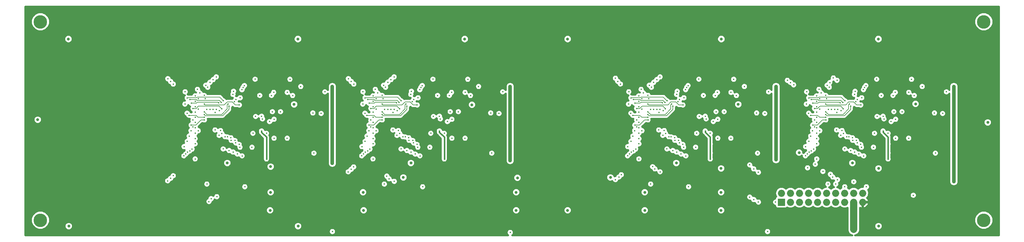
<source format=gbr>
%TF.GenerationSoftware,KiCad,Pcbnew,5.0.2-bee76a0~70~ubuntu18.04.1*%
%TF.CreationDate,2020-06-09T17:58:42+02:00*%
%TF.ProjectId,DemoNixie,44656d6f-4e69-4786-9965-2e6b69636164,rev?*%
%TF.SameCoordinates,Original*%
%TF.FileFunction,Copper,L3,Inr*%
%TF.FilePolarity,Positive*%
%FSLAX46Y46*%
G04 Gerber Fmt 4.6, Leading zero omitted, Abs format (unit mm)*
G04 Created by KiCad (PCBNEW 5.0.2-bee76a0~70~ubuntu18.04.1) date mar. 09 juin 2020 17:58:42 CEST*
%MOMM*%
%LPD*%
G01*
G04 APERTURE LIST*
%ADD10O,2.000000X2.000000*%
%ADD11R,2.000000X2.000000*%
%ADD12C,3.800000*%
%ADD13C,0.450000*%
%ADD14C,0.800000*%
%ADD15C,0.500000*%
%ADD16C,1.000000*%
%ADD17C,2.000000*%
%ADD18C,0.400000*%
%ADD19C,0.200000*%
%ADD20C,0.150000*%
G04 APERTURE END LIST*
D10*
X336045800Y-131432000D03*
X336045800Y-133972000D03*
X333505800Y-131432000D03*
X333505800Y-133972000D03*
X330965800Y-131432000D03*
X330965800Y-133972000D03*
X328425800Y-131432000D03*
X328425800Y-133972000D03*
X325885800Y-131432000D03*
X325885800Y-133972000D03*
X323345800Y-131432000D03*
X323345800Y-133972000D03*
X320805800Y-131432000D03*
X320805800Y-133972000D03*
X318265800Y-131432000D03*
X318265800Y-133972000D03*
X315725800Y-131432000D03*
X315725800Y-133972000D03*
X313185800Y-131432000D03*
D11*
X313185800Y-133972000D03*
D12*
X104651800Y-83172000D03*
X370081800Y-83172000D03*
X104651800Y-139052000D03*
X370081800Y-139052000D03*
D13*
X327766924Y-110927329D03*
X337790998Y-104150000D03*
X287752998Y-104150000D03*
X277728924Y-110927329D03*
X212949998Y-104150000D03*
X162911998Y-104150000D03*
X152887924Y-110927329D03*
X202925924Y-110927329D03*
X338138965Y-133293048D03*
X342392000Y-133293048D03*
X330212700Y-113779300D03*
X329913010Y-108176546D03*
X328739011Y-108659184D03*
X326360998Y-107833000D03*
X356205998Y-108849000D03*
X359566179Y-102880000D03*
X344013998Y-111262000D03*
X339060998Y-118501000D03*
X339949998Y-99324000D03*
X349758000Y-99361201D03*
X358521000Y-108966000D03*
X308483000Y-108966000D03*
X289022998Y-118501000D03*
X280174700Y-113779300D03*
X293975998Y-111262000D03*
X289911998Y-99324000D03*
X299720000Y-99361201D03*
X276322998Y-107833000D03*
X279875010Y-108176546D03*
X278701011Y-108659184D03*
X309528179Y-102880000D03*
X306167998Y-108849000D03*
X165070998Y-99324000D03*
X233680000Y-108966000D03*
X214219998Y-118501000D03*
X183642000Y-108966000D03*
X153860011Y-108659184D03*
X205371700Y-113779300D03*
X219172998Y-111262000D03*
X184687179Y-102880000D03*
X174879000Y-99361201D03*
X155333700Y-113779300D03*
X164181998Y-118501000D03*
X155034010Y-108176546D03*
X181326998Y-108849000D03*
X169134998Y-111262000D03*
X215108998Y-99324000D03*
X224917000Y-99361201D03*
X201519998Y-107833000D03*
X205072010Y-108176546D03*
X203898011Y-108659184D03*
X151481998Y-107833000D03*
X234725179Y-102880000D03*
X231364998Y-108849000D03*
X311510924Y-133948124D03*
X328676000Y-113608048D03*
X278638000Y-113608038D03*
X203835000Y-113608048D03*
X153797000Y-113608048D03*
X350266000Y-132023048D03*
D14*
X177168800Y-140703000D03*
X112652800Y-140703000D03*
X112525800Y-88027003D03*
X177110955Y-88027003D03*
X224031800Y-88027003D03*
X252987800Y-88027003D03*
X296236955Y-88027003D03*
X340432955Y-88027003D03*
X340490800Y-140703000D03*
X371224800Y-111493000D03*
X103889800Y-110731000D03*
X238509800Y-131178000D03*
X274704800Y-131178000D03*
X296167800Y-131178000D03*
X195456800Y-131178000D03*
X169421800Y-131178000D03*
X169421800Y-123939000D03*
X296167800Y-124447000D03*
X340490800Y-124447000D03*
X238509800Y-136258000D03*
X252987800Y-136258000D03*
X274704800Y-136258000D03*
X296167800Y-136258000D03*
X195583800Y-136258000D03*
X169294800Y-136258000D03*
X226063800Y-106540000D03*
X208918800Y-122923000D03*
X206759800Y-126987000D03*
X238890800Y-127114000D03*
X300993800Y-106413000D03*
X350904800Y-106286000D03*
X176025800Y-106413000D03*
X157229800Y-122923000D03*
X283594800Y-122923000D03*
X333124800Y-122923000D03*
X318138800Y-120002000D03*
X265052800Y-126987000D03*
D13*
X344551000Y-103919201D03*
X341249000Y-103919201D03*
X350520000Y-103933201D03*
X352785924Y-101402329D03*
X361675924Y-101402329D03*
X300482000Y-103933201D03*
X294513000Y-103919201D03*
X291211000Y-103919201D03*
X302747924Y-101402329D03*
X311637924Y-101402329D03*
X177906924Y-101402329D03*
X225679000Y-103933201D03*
X219710000Y-103919201D03*
X216408000Y-103919201D03*
X186796924Y-101402329D03*
X175641000Y-103933201D03*
X166370000Y-103919201D03*
X227944924Y-101402329D03*
X169672000Y-103919201D03*
X236834924Y-101402329D03*
X361696000Y-128213048D03*
X333502000Y-128213048D03*
X236834924Y-122244048D03*
X186796924Y-123006048D03*
X309248800Y-142227000D03*
D14*
X333632800Y-141719000D03*
D13*
X236858804Y-142481000D03*
X186820794Y-142227000D03*
X311636843Y-121990048D03*
X323088000Y-104019300D03*
X323088000Y-105524300D03*
X323088000Y-107048300D03*
X323088000Y-108572300D03*
X323088000Y-110019300D03*
X323088000Y-111519300D03*
X323088000Y-113019300D03*
X323088000Y-114541300D03*
X323088000Y-116065300D03*
X323088000Y-117519300D03*
X356489000Y-120142000D03*
X323088000Y-121793000D03*
X291719000Y-113919000D03*
X293116000Y-121793000D03*
X293116000Y-117602000D03*
X293116000Y-120142000D03*
X273050000Y-121793000D03*
X306451000Y-120142000D03*
X273050000Y-108572300D03*
X273050000Y-110019300D03*
X273050000Y-111519300D03*
X273050000Y-104019300D03*
X273050000Y-105524300D03*
X273050000Y-107048300D03*
X273050000Y-113019300D03*
X273050000Y-114541300D03*
X273050000Y-116065300D03*
X273050000Y-117519300D03*
X148209000Y-113019300D03*
X148209000Y-111519300D03*
X216916000Y-113919000D03*
X218313000Y-121793000D03*
X148209000Y-110019300D03*
X218313000Y-117602000D03*
X148209000Y-116065300D03*
X148209000Y-104019300D03*
X218313000Y-120142000D03*
X198247000Y-121793000D03*
X148209000Y-108572300D03*
X166878000Y-113919000D03*
X231648000Y-120142000D03*
X168275000Y-120142000D03*
X148209000Y-121793000D03*
X148209000Y-114541300D03*
X181610000Y-120142000D03*
X168275000Y-121793000D03*
X168275000Y-117602000D03*
X198247000Y-108572300D03*
X198247000Y-110019300D03*
X198247000Y-111519300D03*
X198247000Y-104019300D03*
X198247000Y-105524300D03*
X198247000Y-107048300D03*
X198247000Y-113019300D03*
X198247000Y-114541300D03*
X198247000Y-116065300D03*
X198247000Y-117519300D03*
X148209000Y-107048300D03*
X148209000Y-117519300D03*
X148209000Y-105524300D03*
X343154000Y-121793000D03*
X341757000Y-113919000D03*
X343154000Y-117602000D03*
X343157800Y-120142000D03*
X343154000Y-114554000D03*
X339344000Y-114554000D03*
X293116000Y-114554000D03*
X289306000Y-114554000D03*
X218313000Y-114554000D03*
X214503000Y-114554000D03*
X164465000Y-114554000D03*
X168275000Y-114554000D03*
X336927546Y-101114194D03*
X325642000Y-103886000D03*
X326034400Y-101028500D03*
X336550000Y-101650800D03*
X325894700Y-104836011D03*
X326605900Y-101582200D03*
X323947998Y-104832000D03*
X323723000Y-102171500D03*
X336234984Y-102277364D03*
X286889546Y-101114194D03*
X275593800Y-103873000D03*
X275996400Y-101028500D03*
X276567900Y-101582200D03*
X286512000Y-101650800D03*
X275856700Y-104836011D03*
X273909998Y-104832000D03*
X286196984Y-102277364D03*
X273685000Y-102171500D03*
X199106998Y-104832000D03*
X211393984Y-102277364D03*
X198882000Y-102171500D03*
X201764900Y-101582200D03*
X211709000Y-101650800D03*
X201053700Y-104836011D03*
X200801000Y-103886000D03*
X201193400Y-101028500D03*
X212086546Y-101114194D03*
X161355984Y-102277364D03*
X148844000Y-102171500D03*
X149068998Y-104832000D03*
X151726900Y-101582200D03*
X151015700Y-104836011D03*
X161671000Y-101650800D03*
X151155400Y-101028500D03*
X150763000Y-103886000D03*
X162048546Y-101114194D03*
X333870300Y-102730300D03*
X320192400Y-106324400D03*
X320243200Y-102857300D03*
X325615300Y-106324400D03*
X335488811Y-106591100D03*
X335749900Y-104559100D03*
X283832300Y-102730300D03*
X270154400Y-106324400D03*
X270205200Y-102857300D03*
X285450811Y-106591100D03*
X275577300Y-106324400D03*
X285711900Y-104559100D03*
X210908900Y-104559100D03*
X210647811Y-106591100D03*
X200774300Y-106324400D03*
X209029300Y-102730300D03*
X195351400Y-106324400D03*
X195402200Y-102857300D03*
X160870900Y-104559100D03*
X150736300Y-106324400D03*
X160609811Y-106591100D03*
X323947998Y-107795001D03*
X333717900Y-103606600D03*
X324370700Y-103212900D03*
X334113389Y-105664450D03*
X334513391Y-105056200D03*
X284475391Y-105056200D03*
X284075389Y-105664450D03*
X283679900Y-103606600D03*
X274332700Y-103212900D03*
X273909998Y-107795001D03*
X209672391Y-105056200D03*
X209272389Y-105664450D03*
X208876900Y-103606600D03*
X199529700Y-103212900D03*
X199106998Y-107795001D03*
X158838900Y-103606600D03*
X149491700Y-103212900D03*
X149068998Y-107795001D03*
X159234389Y-105664450D03*
X159634391Y-105056200D03*
X320840100Y-104584500D03*
X320814001Y-108902500D03*
X331025999Y-105411800D03*
X332613000Y-106895900D03*
X325641201Y-109323400D03*
X325615801Y-108536000D03*
X332308202Y-106286300D03*
X280987999Y-105411800D03*
X270802100Y-104584500D03*
X270776001Y-108902500D03*
X282575000Y-106895900D03*
X275603201Y-109323400D03*
X275577801Y-108536000D03*
X282270202Y-106286300D03*
X206184999Y-105411800D03*
X195999100Y-104584500D03*
X195973001Y-108902500D03*
X207772000Y-106895900D03*
X200800201Y-109323400D03*
X200774801Y-108536000D03*
X207467202Y-106286300D03*
X150736801Y-108536000D03*
X157429202Y-106286300D03*
X157734000Y-106895900D03*
X150762201Y-109323400D03*
X145935001Y-108902500D03*
X156146999Y-105411800D03*
X145961100Y-104584500D03*
X321564000Y-105041700D03*
X321348100Y-109499400D03*
X325615300Y-110032800D03*
X330425370Y-105856359D03*
X321983100Y-106070400D03*
X321945000Y-112255300D03*
X325653400Y-110794800D03*
X329705197Y-105996000D03*
X330551998Y-107668001D03*
X322462990Y-107573378D03*
X322462990Y-110820200D03*
X280387370Y-105856359D03*
X271526000Y-105041700D03*
X271310100Y-109499400D03*
X275577300Y-110032800D03*
X279667197Y-105996000D03*
X271945100Y-106070400D03*
X271907000Y-112255300D03*
X275615400Y-110794800D03*
X272424990Y-110820200D03*
X272424990Y-107573378D03*
X280513998Y-107668001D03*
X205584370Y-105856359D03*
X196723000Y-105041700D03*
X196507100Y-109499400D03*
X200774300Y-110032800D03*
X204864197Y-105996000D03*
X197142100Y-106070400D03*
X197104000Y-112255300D03*
X200812400Y-110794800D03*
X197621990Y-110820200D03*
X205710998Y-107668001D03*
X197621990Y-107573378D03*
X147583990Y-110820200D03*
X147583990Y-107573378D03*
X155672998Y-107668001D03*
X147066000Y-112255300D03*
X147104100Y-106070400D03*
X154826197Y-105996000D03*
X150774400Y-110794800D03*
X146469100Y-109499400D03*
X155546370Y-105856359D03*
X146685000Y-105041700D03*
X150736300Y-110032800D03*
X322462990Y-112730300D03*
X330974700Y-118963380D03*
X322198992Y-118999000D03*
X329806801Y-115165400D03*
X330568240Y-114588427D03*
X330568240Y-114588428D03*
X280936700Y-118963380D03*
X272424990Y-112730300D03*
X272160992Y-118999000D03*
X279768801Y-115165400D03*
X280530240Y-114588428D03*
X280530240Y-114588427D03*
X206133700Y-118963380D03*
X197621990Y-112730300D03*
X197357992Y-118999000D03*
X204965801Y-115165400D03*
X205727240Y-114588428D03*
X205727240Y-114588427D03*
X155689240Y-114588427D03*
X155689240Y-114588428D03*
X154927801Y-115165400D03*
X156095700Y-118963380D03*
X147583990Y-112730300D03*
X147319992Y-118999000D03*
X323947998Y-113832000D03*
X321906900Y-113830100D03*
X332625700Y-119438390D03*
X321563994Y-119507000D03*
X332152304Y-115581362D03*
X331495293Y-115531135D03*
X281457293Y-115531135D03*
X282114304Y-115581362D03*
X271868900Y-113830100D03*
X282587700Y-119438390D03*
X273909998Y-113832000D03*
X271525994Y-119507000D03*
X206654293Y-115531135D03*
X207311304Y-115581362D03*
X197065900Y-113830100D03*
X207784700Y-119438390D03*
X199106998Y-113832000D03*
X196722994Y-119507000D03*
X157746700Y-119438390D03*
X147027900Y-113830100D03*
X149068998Y-113832000D03*
X146684994Y-119507000D03*
X157273304Y-115581362D03*
X156616293Y-115531135D03*
X321386200Y-115341400D03*
X333759779Y-119862600D03*
X320929000Y-119888000D03*
X333222600Y-116560600D03*
X333127767Y-115818977D03*
X283089767Y-115818977D03*
X283184600Y-116560600D03*
X270891000Y-119888000D03*
X271348200Y-115341400D03*
X283721779Y-119862600D03*
X196088000Y-119888000D03*
X196545200Y-115341400D03*
X208918779Y-119862600D03*
X208381600Y-116560600D03*
X208286767Y-115818977D03*
X158248767Y-115818977D03*
X158343600Y-116560600D03*
X158880779Y-119862600D03*
X146050000Y-119888000D03*
X146507200Y-115341400D03*
X320840601Y-116841800D03*
X334963001Y-120397800D03*
X320421000Y-120396000D03*
X334500189Y-117281190D03*
X334277203Y-116587800D03*
X284925001Y-120397800D03*
X270802601Y-116841800D03*
X270383000Y-120396000D03*
X284462189Y-117281190D03*
X284239203Y-116587800D03*
X209436203Y-116587800D03*
X209659189Y-117281190D03*
X210122001Y-120397800D03*
X195999601Y-116841800D03*
X195580000Y-120396000D03*
X160084001Y-120397800D03*
X145542000Y-120396000D03*
X145961601Y-116841800D03*
X159621189Y-117281190D03*
X159398203Y-116587800D03*
X335471001Y-117705402D03*
X335674201Y-118492800D03*
X336295999Y-120937201D03*
X319913002Y-120904000D03*
X319945990Y-118334380D03*
X285433001Y-117705402D03*
X285636201Y-118492800D03*
X286257999Y-120937201D03*
X269907990Y-118334380D03*
X269875002Y-120904000D03*
X210630001Y-117705402D03*
X210833201Y-118492800D03*
X160592001Y-117705402D03*
X160795201Y-118492800D03*
X161416999Y-120937201D03*
X145066990Y-118334380D03*
X145034002Y-120904000D03*
X348996000Y-103030201D03*
X345186000Y-103030201D03*
X298958000Y-103030201D03*
X295148000Y-103030201D03*
X224155000Y-103030201D03*
X220345000Y-103030201D03*
X174117000Y-103030201D03*
X170307000Y-103030201D03*
X328422000Y-128848038D03*
X326263000Y-128848036D03*
X276352000Y-128848048D03*
X201422000Y-128848048D03*
X151511000Y-128848048D03*
X337057968Y-129610048D03*
X330962000Y-129610046D03*
X287020000Y-129610048D03*
X212217000Y-129610048D03*
X162179000Y-129610042D03*
X152070798Y-133809813D03*
X306683843Y-133928048D03*
X306683843Y-125546048D03*
X324844843Y-125292048D03*
X154305000Y-132404048D03*
X304216798Y-132531048D03*
X304216798Y-123460011D03*
X322685843Y-123260048D03*
X152705798Y-132985011D03*
X305359798Y-133239003D03*
X305359798Y-124603011D03*
X320526843Y-124276048D03*
X327249998Y-107833000D03*
X316610998Y-100908048D03*
X326771010Y-100273048D03*
X329027998Y-107833000D03*
X315725802Y-100269248D03*
X328802990Y-99638048D03*
X328138998Y-107833000D03*
X314833005Y-99638043D03*
X327758007Y-98974049D03*
X342011000Y-110523201D03*
X345283998Y-110627000D03*
X345283998Y-115961000D03*
X348967002Y-115961000D03*
X291973000Y-110523201D03*
X295245998Y-110627000D03*
X295245998Y-115961000D03*
X298929002Y-115961000D03*
X217170000Y-110523201D03*
X220442998Y-110627000D03*
X220442998Y-115961000D03*
X224126002Y-115961000D03*
X174088002Y-115961000D03*
X170404998Y-110627000D03*
X167132000Y-110523201D03*
X170404998Y-115961000D03*
X344805000Y-108491201D03*
X347091000Y-108491201D03*
X294767000Y-108491201D03*
X297053000Y-108491201D03*
X219964000Y-108491201D03*
X222250000Y-108491201D03*
X169926000Y-108491201D03*
X172212000Y-108491201D03*
X340072892Y-109831076D03*
X341757000Y-109761201D03*
X290034892Y-109831076D03*
X291719000Y-109761201D03*
X215231892Y-109831076D03*
X216916000Y-109761201D03*
X166878000Y-109761201D03*
X165193892Y-109831076D03*
X277211998Y-100212998D03*
X277211998Y-107833000D03*
X326949798Y-126127003D03*
X267846800Y-100698000D03*
X268100800Y-126225000D03*
X278100998Y-99450998D03*
X278100998Y-107833000D03*
X327584798Y-126889003D03*
X267084800Y-99936000D03*
X267465800Y-126860000D03*
X278989998Y-98689000D03*
X278989998Y-107833000D03*
X328930000Y-127651003D03*
X266449800Y-99047000D03*
X266449798Y-127622000D03*
X202408998Y-100212998D03*
X192837798Y-100720998D03*
X202408998Y-107833000D03*
X276911798Y-123968003D03*
X192786000Y-124022048D03*
X203297998Y-99450998D03*
X192075798Y-99958998D03*
X203297998Y-107833000D03*
X192075798Y-124730003D03*
X277546798Y-124603003D03*
X204186998Y-98689000D03*
X191313798Y-99196998D03*
X204186998Y-107833000D03*
X191262000Y-125419048D03*
X279019000Y-125419048D03*
X211454999Y-120937201D03*
X195104990Y-118334380D03*
X195072002Y-120904000D03*
X154148998Y-107833000D03*
X140513798Y-99196998D03*
X154148998Y-98689000D03*
X204216000Y-128086048D03*
X140462000Y-127959048D03*
X153259998Y-99450998D03*
X153259998Y-107833000D03*
X141275798Y-99958998D03*
X202743798Y-127397003D03*
X141275798Y-127270003D03*
X142037798Y-100720998D03*
X152370998Y-100212998D03*
X152370998Y-107833000D03*
X202108798Y-126635003D03*
X142037798Y-126508003D03*
X145313400Y-106324400D03*
X145364200Y-102857300D03*
X158991300Y-102730300D03*
D15*
X338138965Y-133293048D02*
X338138965Y-133293048D01*
X342073802Y-133293048D02*
X342392000Y-133293048D01*
X338138965Y-133293048D02*
X342073802Y-133293048D01*
X338074000Y-133293048D02*
X338053924Y-133272972D01*
X152887924Y-121428003D02*
X152887924Y-121461972D01*
D16*
X236834924Y-103815329D02*
X236834924Y-122244048D01*
D15*
X333354924Y-134122876D02*
X333505800Y-133972000D01*
X361675924Y-128192972D02*
X361696000Y-128213048D01*
D16*
X361675924Y-101402329D02*
X361675924Y-128192972D01*
X186796924Y-101402329D02*
X186796924Y-122317003D01*
X186796924Y-122317003D02*
X186796924Y-122738329D01*
X236834924Y-103815329D02*
X236834924Y-101402329D01*
X311637924Y-101402329D02*
X311637924Y-121988967D01*
X186796924Y-123006048D02*
X186796924Y-122317003D01*
D17*
X333505800Y-133972000D02*
X333505800Y-141592000D01*
D15*
X311637924Y-121988967D02*
X311636843Y-121990048D01*
D18*
X341757000Y-114237198D02*
X343154000Y-115634198D01*
X341757000Y-113919000D02*
X341757000Y-114237198D01*
X343154000Y-115634198D02*
X343154000Y-117602000D01*
X343154000Y-117602000D02*
X343154000Y-121793000D01*
X293116000Y-115634198D02*
X293116000Y-117602000D01*
X291719000Y-114237198D02*
X293116000Y-115634198D01*
X291719000Y-113919000D02*
X291719000Y-114237198D01*
X293116000Y-117602000D02*
X293116000Y-121793000D01*
X218313000Y-115634198D02*
X218313000Y-117602000D01*
X216916000Y-114237198D02*
X218313000Y-115634198D01*
X216916000Y-113919000D02*
X216916000Y-114237198D01*
X168275000Y-117602000D02*
X168275000Y-121793000D01*
X166878000Y-113919000D02*
X166878000Y-114237198D01*
X218313000Y-117602000D02*
X218313000Y-121793000D01*
X166878000Y-114237198D02*
X168275000Y-115634198D01*
X168275000Y-115634198D02*
X168275000Y-117602000D01*
X343154000Y-117602000D02*
X343154000Y-117602000D01*
D19*
X325840299Y-106549399D02*
X331270401Y-106549399D01*
X335170613Y-106591100D02*
X335488811Y-106591100D01*
X331270401Y-106549399D02*
X332058501Y-105761299D01*
X325615300Y-106324400D02*
X325840299Y-106549399D01*
X332058501Y-105761299D02*
X333507236Y-105761299D01*
X333507236Y-105761299D02*
X334337037Y-106591100D01*
X334337037Y-106591100D02*
X335170613Y-106591100D01*
X282020501Y-105761299D02*
X283469236Y-105761299D01*
X283469236Y-105761299D02*
X284299037Y-106591100D01*
X284299037Y-106591100D02*
X285132613Y-106591100D01*
X281232401Y-106549399D02*
X282020501Y-105761299D01*
X275577300Y-106324400D02*
X275802299Y-106549399D01*
X275802299Y-106549399D02*
X281232401Y-106549399D01*
X285132613Y-106591100D02*
X285450811Y-106591100D01*
X207217501Y-105761299D02*
X208666236Y-105761299D01*
X208666236Y-105761299D02*
X209496037Y-106591100D01*
X209496037Y-106591100D02*
X210329613Y-106591100D01*
X206429401Y-106549399D02*
X207217501Y-105761299D01*
X200774300Y-106324400D02*
X200999299Y-106549399D01*
X200999299Y-106549399D02*
X206429401Y-106549399D01*
X210329613Y-106591100D02*
X210647811Y-106591100D01*
X159458037Y-106591100D02*
X160291613Y-106591100D01*
X150961299Y-106549399D02*
X156391401Y-106549399D01*
X160291613Y-106591100D02*
X160609811Y-106591100D01*
X156391401Y-106549399D02*
X157179501Y-105761299D01*
X150736300Y-106324400D02*
X150961299Y-106549399D01*
X157179501Y-105761299D02*
X158628236Y-105761299D01*
X158628236Y-105761299D02*
X159458037Y-106591100D01*
D20*
X320905299Y-104519301D02*
X320840100Y-104584500D01*
D19*
X325413999Y-104361001D02*
X325997001Y-104361001D01*
X325397998Y-104345000D02*
X325413999Y-104361001D01*
X325997001Y-104361001D02*
X326013002Y-104345000D01*
X326013002Y-104345000D02*
X329959199Y-104345000D01*
X329959199Y-104345000D02*
X330801000Y-105186801D01*
X320905299Y-104519301D02*
X323483695Y-104519301D01*
X330801000Y-105186801D02*
X331025999Y-105411800D01*
X323483695Y-104519301D02*
X323657996Y-104345000D01*
X323657996Y-104345000D02*
X325397998Y-104345000D01*
X330845900Y-109602800D02*
X332613000Y-107835700D01*
X325962302Y-109602800D02*
X330845900Y-109602800D01*
X325920601Y-109602800D02*
X325641201Y-109323400D01*
X325962302Y-109602800D02*
X325920601Y-109602800D01*
X332613000Y-107835700D02*
X332613000Y-106895900D01*
X325615801Y-108536000D02*
X326332590Y-109252789D01*
X326332590Y-109252789D02*
X330522811Y-109252789D01*
X330522811Y-109252789D02*
X332066900Y-107708700D01*
X332066900Y-106527602D02*
X332083203Y-106511299D01*
X332066900Y-107708700D02*
X332066900Y-106527602D01*
X332083203Y-106511299D02*
X332308202Y-106286300D01*
X275375999Y-104361001D02*
X275959001Y-104361001D01*
X275359998Y-104345000D02*
X275375999Y-104361001D01*
X275959001Y-104361001D02*
X275975002Y-104345000D01*
X275975002Y-104345000D02*
X279921199Y-104345000D01*
X279921199Y-104345000D02*
X280763000Y-105186801D01*
D20*
X270867299Y-104519301D02*
X270802100Y-104584500D01*
D19*
X270867299Y-104519301D02*
X273445695Y-104519301D01*
X280763000Y-105186801D02*
X280987999Y-105411800D01*
X273445695Y-104519301D02*
X273619996Y-104345000D01*
X273619996Y-104345000D02*
X275359998Y-104345000D01*
X280807900Y-109602800D02*
X282575000Y-107835700D01*
X275924302Y-109602800D02*
X280807900Y-109602800D01*
X275882601Y-109602800D02*
X275603201Y-109323400D01*
X275924302Y-109602800D02*
X275882601Y-109602800D01*
X282575000Y-107835700D02*
X282575000Y-106895900D01*
X275577801Y-108536000D02*
X276294590Y-109252789D01*
X276294590Y-109252789D02*
X280484811Y-109252789D01*
X280484811Y-109252789D02*
X282028900Y-107708700D01*
X282028900Y-106527602D02*
X282045203Y-106511299D01*
X282028900Y-107708700D02*
X282028900Y-106527602D01*
X282045203Y-106511299D02*
X282270202Y-106286300D01*
X200572999Y-104361001D02*
X201156001Y-104361001D01*
X200556998Y-104345000D02*
X200572999Y-104361001D01*
X201156001Y-104361001D02*
X201172002Y-104345000D01*
X201172002Y-104345000D02*
X205118199Y-104345000D01*
X205118199Y-104345000D02*
X205960000Y-105186801D01*
D20*
X196064299Y-104519301D02*
X195999100Y-104584500D01*
D19*
X196064299Y-104519301D02*
X198642695Y-104519301D01*
X205960000Y-105186801D02*
X206184999Y-105411800D01*
X198642695Y-104519301D02*
X198816996Y-104345000D01*
X198816996Y-104345000D02*
X200556998Y-104345000D01*
X206004900Y-109602800D02*
X207772000Y-107835700D01*
X201121302Y-109602800D02*
X206004900Y-109602800D01*
X201079601Y-109602800D02*
X200800201Y-109323400D01*
X201121302Y-109602800D02*
X201079601Y-109602800D01*
X207772000Y-107835700D02*
X207772000Y-106895900D01*
X200774801Y-108536000D02*
X201491590Y-109252789D01*
X201491590Y-109252789D02*
X205681811Y-109252789D01*
X205681811Y-109252789D02*
X207225900Y-107708700D01*
X207225900Y-106527602D02*
X207242203Y-106511299D01*
X207225900Y-107708700D02*
X207225900Y-106527602D01*
X207242203Y-106511299D02*
X207467202Y-106286300D01*
X155643811Y-109252789D02*
X157187900Y-107708700D01*
X151453590Y-109252789D02*
X155643811Y-109252789D01*
X157204203Y-106511299D02*
X157429202Y-106286300D01*
X157187900Y-106527602D02*
X157204203Y-106511299D01*
X150736801Y-108536000D02*
X151453590Y-109252789D01*
X157187900Y-107708700D02*
X157187900Y-106527602D01*
X157734000Y-107835700D02*
X157734000Y-106895900D01*
X151083302Y-109602800D02*
X155966900Y-109602800D01*
X155966900Y-109602800D02*
X157734000Y-107835700D01*
X151083302Y-109602800D02*
X151041601Y-109602800D01*
X151041601Y-109602800D02*
X150762201Y-109323400D01*
X151118001Y-104361001D02*
X151134002Y-104345000D01*
X148778996Y-104345000D02*
X150518998Y-104345000D01*
X148604695Y-104519301D02*
X148778996Y-104345000D01*
X155080199Y-104345000D02*
X155922000Y-105186801D01*
X151134002Y-104345000D02*
X155080199Y-104345000D01*
X150534999Y-104361001D02*
X151118001Y-104361001D01*
X146026299Y-104519301D02*
X148604695Y-104519301D01*
X155922000Y-105186801D02*
X156146999Y-105411800D01*
X150518998Y-104345000D02*
X150534999Y-104361001D01*
D20*
X146026299Y-104519301D02*
X145961100Y-104584500D01*
D19*
X323878502Y-110032800D02*
X325615300Y-110032800D01*
X321348100Y-109499400D02*
X322858702Y-109499400D01*
X322858702Y-109499400D02*
X322863803Y-109494299D01*
X323340001Y-109494299D02*
X323878502Y-110032800D01*
X322863803Y-109494299D02*
X323340001Y-109494299D01*
X329882812Y-105313801D02*
X330200371Y-105631360D01*
X323654503Y-105313801D02*
X329882812Y-105313801D01*
X323382402Y-105041700D02*
X323654503Y-105313801D01*
X330200371Y-105631360D02*
X330425370Y-105856359D01*
X321564000Y-105041700D02*
X323382402Y-105041700D01*
X324708196Y-110794800D02*
X325653400Y-110794800D01*
X321945000Y-112255300D02*
X323247696Y-112255300D01*
X323247696Y-112255300D02*
X324708196Y-110794800D01*
X329480196Y-105770999D02*
X329480198Y-105771001D01*
X329480198Y-105771001D02*
X329705197Y-105996000D01*
X323731997Y-105770999D02*
X329480196Y-105770999D01*
X323432596Y-106070400D02*
X323731997Y-105770999D01*
X321983100Y-106070400D02*
X323432596Y-106070400D01*
X330326999Y-107443002D02*
X330551998Y-107668001D01*
X323969302Y-106944000D02*
X329827997Y-106944000D01*
X322462990Y-107573378D02*
X323339924Y-107573378D01*
X329827997Y-106944000D02*
X330326999Y-107443002D01*
X323339924Y-107573378D02*
X323969302Y-106944000D01*
X273616503Y-105313801D02*
X279844812Y-105313801D01*
X273344402Y-105041700D02*
X273616503Y-105313801D01*
X280162371Y-105631360D02*
X280387370Y-105856359D01*
X271526000Y-105041700D02*
X273344402Y-105041700D01*
X273840502Y-110032800D02*
X275577300Y-110032800D01*
X271310100Y-109499400D02*
X272820702Y-109499400D01*
X272820702Y-109499400D02*
X272825803Y-109494299D01*
X279844812Y-105313801D02*
X280162371Y-105631360D01*
X273302001Y-109494299D02*
X273840502Y-110032800D01*
X272825803Y-109494299D02*
X273302001Y-109494299D01*
X271907000Y-112255300D02*
X273209696Y-112255300D01*
X273209696Y-112255300D02*
X274670196Y-110794800D01*
X271945100Y-106070400D02*
X273394596Y-106070400D01*
X274670196Y-110794800D02*
X275615400Y-110794800D01*
X279442196Y-105770999D02*
X279442198Y-105771001D01*
X279442198Y-105771001D02*
X279667197Y-105996000D01*
X273693997Y-105770999D02*
X279442196Y-105770999D01*
X273394596Y-106070400D02*
X273693997Y-105770999D01*
X279789997Y-106944000D02*
X280288999Y-107443002D01*
X273301924Y-107573378D02*
X273931302Y-106944000D01*
X280288999Y-107443002D02*
X280513998Y-107668001D01*
X273931302Y-106944000D02*
X279789997Y-106944000D01*
X272424990Y-107573378D02*
X273301924Y-107573378D01*
X198813503Y-105313801D02*
X205041812Y-105313801D01*
X198541402Y-105041700D02*
X198813503Y-105313801D01*
X205359371Y-105631360D02*
X205584370Y-105856359D01*
X196723000Y-105041700D02*
X198541402Y-105041700D01*
X199037502Y-110032800D02*
X200774300Y-110032800D01*
X196507100Y-109499400D02*
X198017702Y-109499400D01*
X198017702Y-109499400D02*
X198022803Y-109494299D01*
X205041812Y-105313801D02*
X205359371Y-105631360D01*
X198499001Y-109494299D02*
X199037502Y-110032800D01*
X198022803Y-109494299D02*
X198499001Y-109494299D01*
X197104000Y-112255300D02*
X198406696Y-112255300D01*
X198406696Y-112255300D02*
X199867196Y-110794800D01*
X197142100Y-106070400D02*
X198591596Y-106070400D01*
X199867196Y-110794800D02*
X200812400Y-110794800D01*
X204639196Y-105770999D02*
X204639198Y-105771001D01*
X204639198Y-105771001D02*
X204864197Y-105996000D01*
X198890997Y-105770999D02*
X204639196Y-105770999D01*
X198591596Y-106070400D02*
X198890997Y-105770999D01*
X204986997Y-106944000D02*
X205485999Y-107443002D01*
X198498924Y-107573378D02*
X199128302Y-106944000D01*
X205485999Y-107443002D02*
X205710998Y-107668001D01*
X199128302Y-106944000D02*
X204986997Y-106944000D01*
X197621990Y-107573378D02*
X198498924Y-107573378D01*
X147583990Y-107573378D02*
X148460924Y-107573378D01*
X155447999Y-107443002D02*
X155672998Y-107668001D01*
X148460924Y-107573378D02*
X149090302Y-106944000D01*
X154948997Y-106944000D02*
X155447999Y-107443002D01*
X149090302Y-106944000D02*
X154948997Y-106944000D01*
X154601196Y-105770999D02*
X154601198Y-105771001D01*
X148852997Y-105770999D02*
X154601196Y-105770999D01*
X148553596Y-106070400D02*
X148852997Y-105770999D01*
X149829196Y-110794800D02*
X150774400Y-110794800D01*
X154601198Y-105771001D02*
X154826197Y-105996000D01*
X147104100Y-106070400D02*
X148553596Y-106070400D01*
X148368696Y-112255300D02*
X149829196Y-110794800D01*
X147066000Y-112255300D02*
X148368696Y-112255300D01*
X147979702Y-109499400D02*
X147984803Y-109494299D01*
X146469100Y-109499400D02*
X147979702Y-109499400D01*
X148461001Y-109494299D02*
X148999502Y-110032800D01*
X155321371Y-105631360D02*
X155546370Y-105856359D01*
X146685000Y-105041700D02*
X148503402Y-105041700D01*
X147984803Y-109494299D02*
X148461001Y-109494299D01*
X148775503Y-105313801D02*
X155003812Y-105313801D01*
X148503402Y-105041700D02*
X148775503Y-105313801D01*
X155003812Y-105313801D02*
X155321371Y-105631360D01*
X148999502Y-110032800D02*
X150736300Y-110032800D01*
X335674201Y-118492800D02*
X335674215Y-118492786D01*
X335670600Y-118489199D02*
X335674201Y-118492800D01*
X285636201Y-118492800D02*
X285636215Y-118492786D01*
X285632600Y-118489199D02*
X285636201Y-118492800D01*
X210833201Y-118492800D02*
X210833215Y-118492786D01*
X210829600Y-118489199D02*
X210833201Y-118492800D01*
X160791600Y-118489199D02*
X160795201Y-118492800D01*
X160795201Y-118492800D02*
X160795215Y-118492786D01*
D15*
G36*
X374336801Y-143307000D02*
X333854113Y-143307000D01*
X334188616Y-143240463D01*
X334767479Y-142853679D01*
X335154263Y-142274816D01*
X335255800Y-141764357D01*
X335255800Y-140474251D01*
X339340800Y-140474251D01*
X339340800Y-140931749D01*
X339515877Y-141354423D01*
X339839377Y-141677923D01*
X340262051Y-141853000D01*
X340719549Y-141853000D01*
X341142223Y-141677923D01*
X341465723Y-141354423D01*
X341640800Y-140931749D01*
X341640800Y-140474251D01*
X341465723Y-140051577D01*
X341142223Y-139728077D01*
X340719549Y-139553000D01*
X340262051Y-139553000D01*
X339839377Y-139728077D01*
X339515877Y-140051577D01*
X339340800Y-140474251D01*
X335255800Y-140474251D01*
X335255800Y-138524882D01*
X367431800Y-138524882D01*
X367431800Y-139579118D01*
X367835238Y-140553105D01*
X368580695Y-141298562D01*
X369554682Y-141702000D01*
X370608918Y-141702000D01*
X371582905Y-141298562D01*
X372328362Y-140553105D01*
X372731800Y-139579118D01*
X372731800Y-138524882D01*
X372328362Y-137550895D01*
X371582905Y-136805438D01*
X370608918Y-136402000D01*
X369554682Y-136402000D01*
X368580695Y-136805438D01*
X367835238Y-137550895D01*
X367431800Y-138524882D01*
X335255800Y-138524882D01*
X335255800Y-135517319D01*
X335672465Y-135689902D01*
X335945800Y-135537309D01*
X335945800Y-134072000D01*
X336145800Y-134072000D01*
X336145800Y-135537309D01*
X336419135Y-135689902D01*
X336996557Y-135450733D01*
X337490071Y-134974332D01*
X337763708Y-134345336D01*
X337611460Y-134072000D01*
X336145800Y-134072000D01*
X335945800Y-134072000D01*
X335925800Y-134072000D01*
X335925800Y-133872000D01*
X335945800Y-133872000D01*
X335945800Y-133852000D01*
X336145800Y-133852000D01*
X336145800Y-133872000D01*
X337611460Y-133872000D01*
X337763708Y-133598664D01*
X337490071Y-132969668D01*
X337246427Y-132734473D01*
X337307479Y-132693679D01*
X337694263Y-132114816D01*
X337751093Y-131829109D01*
X349291000Y-131829109D01*
X349291000Y-132216987D01*
X349439435Y-132575341D01*
X349713707Y-132849613D01*
X350072061Y-132998048D01*
X350459939Y-132998048D01*
X350818293Y-132849613D01*
X351092565Y-132575341D01*
X351241000Y-132216987D01*
X351241000Y-131829109D01*
X351092565Y-131470755D01*
X350818293Y-131196483D01*
X350459939Y-131048048D01*
X350072061Y-131048048D01*
X349713707Y-131196483D01*
X349439435Y-131470755D01*
X349291000Y-131829109D01*
X337751093Y-131829109D01*
X337830084Y-131432000D01*
X337694263Y-130749184D01*
X337512474Y-130477118D01*
X337610261Y-130436613D01*
X337884533Y-130162341D01*
X338032968Y-129803987D01*
X338032968Y-129416109D01*
X337884533Y-129057755D01*
X337610261Y-128783483D01*
X337251907Y-128635048D01*
X336864029Y-128635048D01*
X336505675Y-128783483D01*
X336231403Y-129057755D01*
X336082968Y-129416109D01*
X336082968Y-129682000D01*
X335873443Y-129682000D01*
X335362984Y-129783537D01*
X334784121Y-130170321D01*
X334775800Y-130182774D01*
X334767479Y-130170321D01*
X334188616Y-129783537D01*
X333678157Y-129682000D01*
X333333443Y-129682000D01*
X332822984Y-129783537D01*
X332244121Y-130170321D01*
X332235800Y-130182774D01*
X332227479Y-130170321D01*
X331881120Y-129938891D01*
X331937000Y-129803985D01*
X331937000Y-129416107D01*
X331788565Y-129057753D01*
X331514293Y-128783481D01*
X331155939Y-128635046D01*
X330768061Y-128635046D01*
X330409707Y-128783481D01*
X330135435Y-129057753D01*
X329987000Y-129416107D01*
X329987000Y-129803985D01*
X330044527Y-129942869D01*
X329704121Y-130170321D01*
X329695800Y-130182774D01*
X329687479Y-130170321D01*
X329108616Y-129783537D01*
X328840201Y-129730146D01*
X328974293Y-129674603D01*
X329248565Y-129400331D01*
X329397000Y-129041977D01*
X329397000Y-128654099D01*
X329347078Y-128533576D01*
X329482293Y-128477568D01*
X329756565Y-128203296D01*
X329832857Y-128019109D01*
X332527000Y-128019109D01*
X332527000Y-128406987D01*
X332675435Y-128765341D01*
X332949707Y-129039613D01*
X333308061Y-129188048D01*
X333695939Y-129188048D01*
X334054293Y-129039613D01*
X334328565Y-128765341D01*
X334477000Y-128406987D01*
X334477000Y-128019109D01*
X334328565Y-127660755D01*
X334054293Y-127386483D01*
X333695939Y-127238048D01*
X333308061Y-127238048D01*
X332949707Y-127386483D01*
X332675435Y-127660755D01*
X332527000Y-128019109D01*
X329832857Y-128019109D01*
X329905000Y-127844942D01*
X329905000Y-127457064D01*
X329756565Y-127098710D01*
X329482293Y-126824438D01*
X329123939Y-126676003D01*
X328736061Y-126676003D01*
X328559798Y-126749013D01*
X328559798Y-126695064D01*
X328411363Y-126336710D01*
X328137091Y-126062438D01*
X327924798Y-125974503D01*
X327924798Y-125933064D01*
X327776363Y-125574710D01*
X327502091Y-125300438D01*
X327143737Y-125152003D01*
X326755859Y-125152003D01*
X326397505Y-125300438D01*
X326123233Y-125574710D01*
X325974798Y-125933064D01*
X325974798Y-126320942D01*
X326123233Y-126679296D01*
X326397505Y-126953568D01*
X326609798Y-127041503D01*
X326609798Y-127082942D01*
X326758233Y-127441296D01*
X327032505Y-127715568D01*
X327390859Y-127864003D01*
X327778737Y-127864003D01*
X327955000Y-127790993D01*
X327955000Y-127844942D01*
X328004922Y-127965465D01*
X327869707Y-128021473D01*
X327595435Y-128295745D01*
X327447000Y-128654099D01*
X327447000Y-129041977D01*
X327595435Y-129400331D01*
X327869707Y-129674603D01*
X328006265Y-129731167D01*
X327742984Y-129783537D01*
X327164121Y-130170321D01*
X327155800Y-130182774D01*
X327147479Y-130170321D01*
X326568616Y-129783537D01*
X326557592Y-129781344D01*
X326815293Y-129674601D01*
X327089565Y-129400329D01*
X327238000Y-129041975D01*
X327238000Y-128654097D01*
X327089565Y-128295743D01*
X326815293Y-128021471D01*
X326456939Y-127873036D01*
X326069061Y-127873036D01*
X325710707Y-128021471D01*
X325436435Y-128295743D01*
X325288000Y-128654097D01*
X325288000Y-129041975D01*
X325436435Y-129400329D01*
X325710707Y-129674601D01*
X325728570Y-129682000D01*
X325713443Y-129682000D01*
X325202984Y-129783537D01*
X324624121Y-130170321D01*
X324615800Y-130182774D01*
X324607479Y-130170321D01*
X324028616Y-129783537D01*
X323518157Y-129682000D01*
X323173443Y-129682000D01*
X322662984Y-129783537D01*
X322084121Y-130170321D01*
X322075800Y-130182774D01*
X322067479Y-130170321D01*
X321488616Y-129783537D01*
X320978157Y-129682000D01*
X320633443Y-129682000D01*
X320122984Y-129783537D01*
X319544121Y-130170321D01*
X319535800Y-130182774D01*
X319527479Y-130170321D01*
X318948616Y-129783537D01*
X318438157Y-129682000D01*
X318093443Y-129682000D01*
X317582984Y-129783537D01*
X317004121Y-130170321D01*
X316995800Y-130182774D01*
X316987479Y-130170321D01*
X316408616Y-129783537D01*
X315898157Y-129682000D01*
X315553443Y-129682000D01*
X315042984Y-129783537D01*
X314464121Y-130170321D01*
X314455800Y-130182774D01*
X314447479Y-130170321D01*
X313868616Y-129783537D01*
X313358157Y-129682000D01*
X313013443Y-129682000D01*
X312502984Y-129783537D01*
X311924121Y-130170321D01*
X311537337Y-130749184D01*
X311401516Y-131432000D01*
X311537337Y-132114816D01*
X311716780Y-132383372D01*
X311645080Y-132431280D01*
X311479316Y-132679365D01*
X311421107Y-132972000D01*
X311421107Y-132973124D01*
X311316985Y-132973124D01*
X310958631Y-133121559D01*
X310684359Y-133395831D01*
X310535924Y-133754185D01*
X310535924Y-134142063D01*
X310684359Y-134500417D01*
X310958631Y-134774689D01*
X311316985Y-134923124D01*
X311421107Y-134923124D01*
X311421107Y-134972000D01*
X311479316Y-135264635D01*
X311645080Y-135512720D01*
X311893165Y-135678484D01*
X312185800Y-135736693D01*
X314185800Y-135736693D01*
X314478435Y-135678484D01*
X314726520Y-135512720D01*
X314774428Y-135441020D01*
X315042984Y-135620463D01*
X315553443Y-135722000D01*
X315898157Y-135722000D01*
X316408616Y-135620463D01*
X316987479Y-135233679D01*
X316995800Y-135221226D01*
X317004121Y-135233679D01*
X317582984Y-135620463D01*
X318093443Y-135722000D01*
X318438157Y-135722000D01*
X318948616Y-135620463D01*
X319527479Y-135233679D01*
X319535800Y-135221226D01*
X319544121Y-135233679D01*
X320122984Y-135620463D01*
X320633443Y-135722000D01*
X320978157Y-135722000D01*
X321488616Y-135620463D01*
X322067479Y-135233679D01*
X322075800Y-135221226D01*
X322084121Y-135233679D01*
X322662984Y-135620463D01*
X323173443Y-135722000D01*
X323518157Y-135722000D01*
X324028616Y-135620463D01*
X324607479Y-135233679D01*
X324615800Y-135221226D01*
X324624121Y-135233679D01*
X325202984Y-135620463D01*
X325713443Y-135722000D01*
X326058157Y-135722000D01*
X326568616Y-135620463D01*
X327147479Y-135233679D01*
X327155800Y-135221226D01*
X327164121Y-135233679D01*
X327742984Y-135620463D01*
X328253443Y-135722000D01*
X328598157Y-135722000D01*
X329108616Y-135620463D01*
X329687479Y-135233679D01*
X329695800Y-135221226D01*
X329704121Y-135233679D01*
X330282984Y-135620463D01*
X330793443Y-135722000D01*
X331138157Y-135722000D01*
X331648616Y-135620463D01*
X331755800Y-135548845D01*
X331755801Y-141764357D01*
X331857338Y-142274816D01*
X332244122Y-142853679D01*
X332822985Y-143240463D01*
X333157487Y-143307000D01*
X237411662Y-143307000D01*
X237685369Y-143033293D01*
X237833804Y-142674939D01*
X237833804Y-142287061D01*
X237728594Y-142033061D01*
X308273800Y-142033061D01*
X308273800Y-142420939D01*
X308422235Y-142779293D01*
X308696507Y-143053565D01*
X309054861Y-143202000D01*
X309442739Y-143202000D01*
X309801093Y-143053565D01*
X310075365Y-142779293D01*
X310223800Y-142420939D01*
X310223800Y-142033061D01*
X310075365Y-141674707D01*
X309801093Y-141400435D01*
X309442739Y-141252000D01*
X309054861Y-141252000D01*
X308696507Y-141400435D01*
X308422235Y-141674707D01*
X308273800Y-142033061D01*
X237728594Y-142033061D01*
X237685369Y-141928707D01*
X237411097Y-141654435D01*
X237052743Y-141506000D01*
X236664865Y-141506000D01*
X236306511Y-141654435D01*
X236032239Y-141928707D01*
X235883804Y-142287061D01*
X235883804Y-142674939D01*
X236032239Y-143033293D01*
X236305946Y-143307000D01*
X100396800Y-143307000D01*
X100396800Y-142033061D01*
X185845794Y-142033061D01*
X185845794Y-142420939D01*
X185994229Y-142779293D01*
X186268501Y-143053565D01*
X186626855Y-143202000D01*
X187014733Y-143202000D01*
X187373087Y-143053565D01*
X187647359Y-142779293D01*
X187795794Y-142420939D01*
X187795794Y-142033061D01*
X187647359Y-141674707D01*
X187373087Y-141400435D01*
X187014733Y-141252000D01*
X186626855Y-141252000D01*
X186268501Y-141400435D01*
X185994229Y-141674707D01*
X185845794Y-142033061D01*
X100396800Y-142033061D01*
X100396800Y-138524882D01*
X102001800Y-138524882D01*
X102001800Y-139579118D01*
X102405238Y-140553105D01*
X103150695Y-141298562D01*
X104124682Y-141702000D01*
X105178918Y-141702000D01*
X106152905Y-141298562D01*
X106898362Y-140553105D01*
X106931024Y-140474251D01*
X111502800Y-140474251D01*
X111502800Y-140931749D01*
X111677877Y-141354423D01*
X112001377Y-141677923D01*
X112424051Y-141853000D01*
X112881549Y-141853000D01*
X113304223Y-141677923D01*
X113627723Y-141354423D01*
X113802800Y-140931749D01*
X113802800Y-140474251D01*
X176018800Y-140474251D01*
X176018800Y-140931749D01*
X176193877Y-141354423D01*
X176517377Y-141677923D01*
X176940051Y-141853000D01*
X177397549Y-141853000D01*
X177820223Y-141677923D01*
X178143723Y-141354423D01*
X178318800Y-140931749D01*
X178318800Y-140474251D01*
X178143723Y-140051577D01*
X177820223Y-139728077D01*
X177397549Y-139553000D01*
X176940051Y-139553000D01*
X176517377Y-139728077D01*
X176193877Y-140051577D01*
X176018800Y-140474251D01*
X113802800Y-140474251D01*
X113627723Y-140051577D01*
X113304223Y-139728077D01*
X112881549Y-139553000D01*
X112424051Y-139553000D01*
X112001377Y-139728077D01*
X111677877Y-140051577D01*
X111502800Y-140474251D01*
X106931024Y-140474251D01*
X107301800Y-139579118D01*
X107301800Y-138524882D01*
X106898362Y-137550895D01*
X106152905Y-136805438D01*
X105178918Y-136402000D01*
X104124682Y-136402000D01*
X103150695Y-136805438D01*
X102405238Y-137550895D01*
X102001800Y-138524882D01*
X100396800Y-138524882D01*
X100396800Y-136029251D01*
X168144800Y-136029251D01*
X168144800Y-136486749D01*
X168319877Y-136909423D01*
X168643377Y-137232923D01*
X169066051Y-137408000D01*
X169523549Y-137408000D01*
X169946223Y-137232923D01*
X170269723Y-136909423D01*
X170444800Y-136486749D01*
X170444800Y-136029251D01*
X194433800Y-136029251D01*
X194433800Y-136486749D01*
X194608877Y-136909423D01*
X194932377Y-137232923D01*
X195355051Y-137408000D01*
X195812549Y-137408000D01*
X196235223Y-137232923D01*
X196558723Y-136909423D01*
X196733800Y-136486749D01*
X196733800Y-136029251D01*
X237359800Y-136029251D01*
X237359800Y-136486749D01*
X237534877Y-136909423D01*
X237858377Y-137232923D01*
X238281051Y-137408000D01*
X238738549Y-137408000D01*
X239161223Y-137232923D01*
X239484723Y-136909423D01*
X239659800Y-136486749D01*
X239659800Y-136029251D01*
X251837800Y-136029251D01*
X251837800Y-136486749D01*
X252012877Y-136909423D01*
X252336377Y-137232923D01*
X252759051Y-137408000D01*
X253216549Y-137408000D01*
X253639223Y-137232923D01*
X253962723Y-136909423D01*
X254137800Y-136486749D01*
X254137800Y-136029251D01*
X273554800Y-136029251D01*
X273554800Y-136486749D01*
X273729877Y-136909423D01*
X274053377Y-137232923D01*
X274476051Y-137408000D01*
X274933549Y-137408000D01*
X275356223Y-137232923D01*
X275679723Y-136909423D01*
X275854800Y-136486749D01*
X275854800Y-136029251D01*
X295017800Y-136029251D01*
X295017800Y-136486749D01*
X295192877Y-136909423D01*
X295516377Y-137232923D01*
X295939051Y-137408000D01*
X296396549Y-137408000D01*
X296819223Y-137232923D01*
X297142723Y-136909423D01*
X297317800Y-136486749D01*
X297317800Y-136029251D01*
X297142723Y-135606577D01*
X296819223Y-135283077D01*
X296396549Y-135108000D01*
X295939051Y-135108000D01*
X295516377Y-135283077D01*
X295192877Y-135606577D01*
X295017800Y-136029251D01*
X275854800Y-136029251D01*
X275679723Y-135606577D01*
X275356223Y-135283077D01*
X274933549Y-135108000D01*
X274476051Y-135108000D01*
X274053377Y-135283077D01*
X273729877Y-135606577D01*
X273554800Y-136029251D01*
X254137800Y-136029251D01*
X253962723Y-135606577D01*
X253639223Y-135283077D01*
X253216549Y-135108000D01*
X252759051Y-135108000D01*
X252336377Y-135283077D01*
X252012877Y-135606577D01*
X251837800Y-136029251D01*
X239659800Y-136029251D01*
X239484723Y-135606577D01*
X239161223Y-135283077D01*
X238738549Y-135108000D01*
X238281051Y-135108000D01*
X237858377Y-135283077D01*
X237534877Y-135606577D01*
X237359800Y-136029251D01*
X196733800Y-136029251D01*
X196558723Y-135606577D01*
X196235223Y-135283077D01*
X195812549Y-135108000D01*
X195355051Y-135108000D01*
X194932377Y-135283077D01*
X194608877Y-135606577D01*
X194433800Y-136029251D01*
X170444800Y-136029251D01*
X170269723Y-135606577D01*
X169946223Y-135283077D01*
X169523549Y-135108000D01*
X169066051Y-135108000D01*
X168643377Y-135283077D01*
X168319877Y-135606577D01*
X168144800Y-136029251D01*
X100396800Y-136029251D01*
X100396800Y-133615874D01*
X151095798Y-133615874D01*
X151095798Y-134003752D01*
X151244233Y-134362106D01*
X151518505Y-134636378D01*
X151876859Y-134784813D01*
X152264737Y-134784813D01*
X152623091Y-134636378D01*
X152897363Y-134362106D01*
X153045798Y-134003752D01*
X153045798Y-133899511D01*
X153258091Y-133811576D01*
X153532363Y-133537304D01*
X153680798Y-133178950D01*
X153680798Y-133158704D01*
X153752707Y-133230613D01*
X154111061Y-133379048D01*
X154498939Y-133379048D01*
X154857293Y-133230613D01*
X155131565Y-132956341D01*
X155280000Y-132597987D01*
X155280000Y-132337109D01*
X303241798Y-132337109D01*
X303241798Y-132724987D01*
X303390233Y-133083341D01*
X303664505Y-133357613D01*
X304022859Y-133506048D01*
X304410737Y-133506048D01*
X304414444Y-133504513D01*
X304533233Y-133791296D01*
X304807505Y-134065568D01*
X305165859Y-134214003D01*
X305553737Y-134214003D01*
X305718661Y-134145689D01*
X305857278Y-134480341D01*
X306131550Y-134754613D01*
X306489904Y-134903048D01*
X306877782Y-134903048D01*
X307236136Y-134754613D01*
X307510408Y-134480341D01*
X307658843Y-134121987D01*
X307658843Y-133734109D01*
X307510408Y-133375755D01*
X307236136Y-133101483D01*
X306877782Y-132953048D01*
X306489904Y-132953048D01*
X306324980Y-133021362D01*
X306186363Y-132686710D01*
X305912091Y-132412438D01*
X305553737Y-132264003D01*
X305165859Y-132264003D01*
X305162152Y-132265538D01*
X305043363Y-131978755D01*
X304769091Y-131704483D01*
X304410737Y-131556048D01*
X304022859Y-131556048D01*
X303664505Y-131704483D01*
X303390233Y-131978755D01*
X303241798Y-132337109D01*
X155280000Y-132337109D01*
X155280000Y-132210109D01*
X155131565Y-131851755D01*
X154857293Y-131577483D01*
X154498939Y-131429048D01*
X154111061Y-131429048D01*
X153752707Y-131577483D01*
X153478435Y-131851755D01*
X153330000Y-132210109D01*
X153330000Y-132230355D01*
X153258091Y-132158446D01*
X152899737Y-132010011D01*
X152511859Y-132010011D01*
X152153505Y-132158446D01*
X151879233Y-132432718D01*
X151730798Y-132791072D01*
X151730798Y-132895313D01*
X151518505Y-132983248D01*
X151244233Y-133257520D01*
X151095798Y-133615874D01*
X100396800Y-133615874D01*
X100396800Y-130949251D01*
X168271800Y-130949251D01*
X168271800Y-131406749D01*
X168446877Y-131829423D01*
X168770377Y-132152923D01*
X169193051Y-132328000D01*
X169650549Y-132328000D01*
X170073223Y-132152923D01*
X170396723Y-131829423D01*
X170571800Y-131406749D01*
X170571800Y-130949251D01*
X194306800Y-130949251D01*
X194306800Y-131406749D01*
X194481877Y-131829423D01*
X194805377Y-132152923D01*
X195228051Y-132328000D01*
X195685549Y-132328000D01*
X196108223Y-132152923D01*
X196431723Y-131829423D01*
X196606800Y-131406749D01*
X196606800Y-130949251D01*
X237359800Y-130949251D01*
X237359800Y-131406749D01*
X237534877Y-131829423D01*
X237858377Y-132152923D01*
X238281051Y-132328000D01*
X238738549Y-132328000D01*
X239161223Y-132152923D01*
X239484723Y-131829423D01*
X239659800Y-131406749D01*
X239659800Y-130949251D01*
X273554800Y-130949251D01*
X273554800Y-131406749D01*
X273729877Y-131829423D01*
X274053377Y-132152923D01*
X274476051Y-132328000D01*
X274933549Y-132328000D01*
X275356223Y-132152923D01*
X275679723Y-131829423D01*
X275854800Y-131406749D01*
X275854800Y-130949251D01*
X295017800Y-130949251D01*
X295017800Y-131406749D01*
X295192877Y-131829423D01*
X295516377Y-132152923D01*
X295939051Y-132328000D01*
X296396549Y-132328000D01*
X296819223Y-132152923D01*
X297142723Y-131829423D01*
X297317800Y-131406749D01*
X297317800Y-130949251D01*
X297142723Y-130526577D01*
X296819223Y-130203077D01*
X296396549Y-130028000D01*
X295939051Y-130028000D01*
X295516377Y-130203077D01*
X295192877Y-130526577D01*
X295017800Y-130949251D01*
X275854800Y-130949251D01*
X275679723Y-130526577D01*
X275356223Y-130203077D01*
X274933549Y-130028000D01*
X274476051Y-130028000D01*
X274053377Y-130203077D01*
X273729877Y-130526577D01*
X273554800Y-130949251D01*
X239659800Y-130949251D01*
X239484723Y-130526577D01*
X239161223Y-130203077D01*
X238738549Y-130028000D01*
X238281051Y-130028000D01*
X237858377Y-130203077D01*
X237534877Y-130526577D01*
X237359800Y-130949251D01*
X196606800Y-130949251D01*
X196431723Y-130526577D01*
X196108223Y-130203077D01*
X195685549Y-130028000D01*
X195228051Y-130028000D01*
X194805377Y-130203077D01*
X194481877Y-130526577D01*
X194306800Y-130949251D01*
X170571800Y-130949251D01*
X170396723Y-130526577D01*
X170073223Y-130203077D01*
X169650549Y-130028000D01*
X169193051Y-130028000D01*
X168770377Y-130203077D01*
X168446877Y-130526577D01*
X168271800Y-130949251D01*
X100396800Y-130949251D01*
X100396800Y-127765109D01*
X139487000Y-127765109D01*
X139487000Y-128152987D01*
X139635435Y-128511341D01*
X139909707Y-128785613D01*
X140268061Y-128934048D01*
X140655939Y-128934048D01*
X141014293Y-128785613D01*
X141145797Y-128654109D01*
X150536000Y-128654109D01*
X150536000Y-129041987D01*
X150684435Y-129400341D01*
X150958707Y-129674613D01*
X151317061Y-129823048D01*
X151704939Y-129823048D01*
X152063293Y-129674613D01*
X152321803Y-129416103D01*
X161204000Y-129416103D01*
X161204000Y-129803981D01*
X161352435Y-130162335D01*
X161626707Y-130436607D01*
X161985061Y-130585042D01*
X162372939Y-130585042D01*
X162731293Y-130436607D01*
X163005565Y-130162335D01*
X163154000Y-129803981D01*
X163154000Y-129416103D01*
X163005565Y-129057749D01*
X162731293Y-128783477D01*
X162418971Y-128654109D01*
X200447000Y-128654109D01*
X200447000Y-129041987D01*
X200595435Y-129400341D01*
X200869707Y-129674613D01*
X201228061Y-129823048D01*
X201615939Y-129823048D01*
X201974293Y-129674613D01*
X202232797Y-129416109D01*
X211242000Y-129416109D01*
X211242000Y-129803987D01*
X211390435Y-130162341D01*
X211664707Y-130436613D01*
X212023061Y-130585048D01*
X212410939Y-130585048D01*
X212769293Y-130436613D01*
X213043565Y-130162341D01*
X213192000Y-129803987D01*
X213192000Y-129416109D01*
X213043565Y-129057755D01*
X212769293Y-128783483D01*
X212456957Y-128654109D01*
X275377000Y-128654109D01*
X275377000Y-129041987D01*
X275525435Y-129400341D01*
X275799707Y-129674613D01*
X276158061Y-129823048D01*
X276545939Y-129823048D01*
X276904293Y-129674613D01*
X277162797Y-129416109D01*
X286045000Y-129416109D01*
X286045000Y-129803987D01*
X286193435Y-130162341D01*
X286467707Y-130436613D01*
X286826061Y-130585048D01*
X287213939Y-130585048D01*
X287572293Y-130436613D01*
X287846565Y-130162341D01*
X287995000Y-129803987D01*
X287995000Y-129416109D01*
X287846565Y-129057755D01*
X287572293Y-128783483D01*
X287213939Y-128635048D01*
X286826061Y-128635048D01*
X286467707Y-128783483D01*
X286193435Y-129057755D01*
X286045000Y-129416109D01*
X277162797Y-129416109D01*
X277178565Y-129400341D01*
X277327000Y-129041987D01*
X277327000Y-128654109D01*
X277178565Y-128295755D01*
X276904293Y-128021483D01*
X276545939Y-127873048D01*
X276158061Y-127873048D01*
X275799707Y-128021483D01*
X275525435Y-128295755D01*
X275377000Y-128654109D01*
X212456957Y-128654109D01*
X212410939Y-128635048D01*
X212023061Y-128635048D01*
X211664707Y-128783483D01*
X211390435Y-129057755D01*
X211242000Y-129416109D01*
X202232797Y-129416109D01*
X202248565Y-129400341D01*
X202397000Y-129041987D01*
X202397000Y-128654109D01*
X202248565Y-128295755D01*
X201974293Y-128021483D01*
X201615939Y-127873048D01*
X201228061Y-127873048D01*
X200869707Y-128021483D01*
X200595435Y-128295755D01*
X200447000Y-128654109D01*
X162418971Y-128654109D01*
X162372939Y-128635042D01*
X161985061Y-128635042D01*
X161626707Y-128783477D01*
X161352435Y-129057749D01*
X161204000Y-129416103D01*
X152321803Y-129416103D01*
X152337565Y-129400341D01*
X152486000Y-129041987D01*
X152486000Y-128654109D01*
X152337565Y-128295755D01*
X152063293Y-128021483D01*
X151704939Y-127873048D01*
X151317061Y-127873048D01*
X150958707Y-128021483D01*
X150684435Y-128295755D01*
X150536000Y-128654109D01*
X141145797Y-128654109D01*
X141288565Y-128511341D01*
X141398886Y-128245003D01*
X141469737Y-128245003D01*
X141828091Y-128096568D01*
X142102363Y-127822296D01*
X142245215Y-127477420D01*
X142590091Y-127334568D01*
X142864363Y-127060296D01*
X143012798Y-126701942D01*
X143012798Y-126441064D01*
X201133798Y-126441064D01*
X201133798Y-126828942D01*
X201282233Y-127187296D01*
X201556505Y-127461568D01*
X201768798Y-127549503D01*
X201768798Y-127590942D01*
X201917233Y-127949296D01*
X202191505Y-128223568D01*
X202549859Y-128372003D01*
X202937737Y-128372003D01*
X203241000Y-128246387D01*
X203241000Y-128279987D01*
X203389435Y-128638341D01*
X203663707Y-128912613D01*
X204022061Y-129061048D01*
X204409939Y-129061048D01*
X204768293Y-128912613D01*
X205042565Y-128638341D01*
X205191000Y-128279987D01*
X205191000Y-127892109D01*
X205042565Y-127533755D01*
X204768293Y-127259483D01*
X204409939Y-127111048D01*
X204022061Y-127111048D01*
X203718798Y-127236664D01*
X203718798Y-127203064D01*
X203570363Y-126844710D01*
X203483904Y-126758251D01*
X205609800Y-126758251D01*
X205609800Y-127215749D01*
X205784877Y-127638423D01*
X206108377Y-127961923D01*
X206531051Y-128137000D01*
X206988549Y-128137000D01*
X207411223Y-127961923D01*
X207734723Y-127638423D01*
X207909800Y-127215749D01*
X207909800Y-126885251D01*
X237740800Y-126885251D01*
X237740800Y-127342749D01*
X237915877Y-127765423D01*
X238239377Y-128088923D01*
X238662051Y-128264000D01*
X239119549Y-128264000D01*
X239542223Y-128088923D01*
X239865723Y-127765423D01*
X240040800Y-127342749D01*
X240040800Y-126885251D01*
X239988195Y-126758251D01*
X263902800Y-126758251D01*
X263902800Y-127215749D01*
X264077877Y-127638423D01*
X264401377Y-127961923D01*
X264824051Y-128137000D01*
X265281549Y-128137000D01*
X265560010Y-128021658D01*
X265623233Y-128174293D01*
X265897505Y-128448565D01*
X266255859Y-128597000D01*
X266643737Y-128597000D01*
X267002091Y-128448565D01*
X267276363Y-128174293D01*
X267416903Y-127835000D01*
X267659739Y-127835000D01*
X268018093Y-127686565D01*
X268292365Y-127412293D01*
X268398020Y-127157220D01*
X268653093Y-127051565D01*
X268927365Y-126777293D01*
X269075800Y-126418939D01*
X269075800Y-126031061D01*
X268927365Y-125672707D01*
X268653093Y-125398435D01*
X268294739Y-125250000D01*
X267906861Y-125250000D01*
X267548507Y-125398435D01*
X267274235Y-125672707D01*
X267168580Y-125927780D01*
X266913507Y-126033435D01*
X266639235Y-126307707D01*
X266498695Y-126647000D01*
X266255859Y-126647000D01*
X266171237Y-126682051D01*
X266027723Y-126335577D01*
X265704223Y-126012077D01*
X265281549Y-125837000D01*
X264824051Y-125837000D01*
X264401377Y-126012077D01*
X264077877Y-126335577D01*
X263902800Y-126758251D01*
X239988195Y-126758251D01*
X239865723Y-126462577D01*
X239542223Y-126139077D01*
X239119549Y-125964000D01*
X238662051Y-125964000D01*
X238239377Y-126139077D01*
X237915877Y-126462577D01*
X237740800Y-126885251D01*
X207909800Y-126885251D01*
X207909800Y-126758251D01*
X207734723Y-126335577D01*
X207411223Y-126012077D01*
X206988549Y-125837000D01*
X206531051Y-125837000D01*
X206108377Y-126012077D01*
X205784877Y-126335577D01*
X205609800Y-126758251D01*
X203483904Y-126758251D01*
X203296091Y-126570438D01*
X203083798Y-126482503D01*
X203083798Y-126441064D01*
X202935363Y-126082710D01*
X202661091Y-125808438D01*
X202302737Y-125660003D01*
X201914859Y-125660003D01*
X201556505Y-125808438D01*
X201282233Y-126082710D01*
X201133798Y-126441064D01*
X143012798Y-126441064D01*
X143012798Y-126314064D01*
X142864363Y-125955710D01*
X142590091Y-125681438D01*
X142231737Y-125533003D01*
X141843859Y-125533003D01*
X141485505Y-125681438D01*
X141211233Y-125955710D01*
X141068381Y-126300586D01*
X140723505Y-126443438D01*
X140449233Y-126717710D01*
X140338912Y-126984048D01*
X140268061Y-126984048D01*
X139909707Y-127132483D01*
X139635435Y-127406755D01*
X139487000Y-127765109D01*
X100396800Y-127765109D01*
X100396800Y-125225109D01*
X190287000Y-125225109D01*
X190287000Y-125612987D01*
X190435435Y-125971341D01*
X190709707Y-126245613D01*
X191068061Y-126394048D01*
X191455939Y-126394048D01*
X191814293Y-126245613D01*
X192088565Y-125971341D01*
X192198886Y-125705003D01*
X192269737Y-125705003D01*
X192628091Y-125556568D01*
X192902363Y-125282296D01*
X193028920Y-124976759D01*
X193338293Y-124848613D01*
X193612565Y-124574341D01*
X193761000Y-124215987D01*
X193761000Y-123828109D01*
X193612565Y-123469755D01*
X193338293Y-123195483D01*
X192979939Y-123047048D01*
X192592061Y-123047048D01*
X192233707Y-123195483D01*
X191959435Y-123469755D01*
X191832878Y-123775292D01*
X191523505Y-123903438D01*
X191249233Y-124177710D01*
X191138912Y-124444048D01*
X191068061Y-124444048D01*
X190709707Y-124592483D01*
X190435435Y-124866755D01*
X190287000Y-125225109D01*
X100396800Y-125225109D01*
X100396800Y-120710061D01*
X144059002Y-120710061D01*
X144059002Y-121097939D01*
X144207437Y-121456293D01*
X144481709Y-121730565D01*
X144840063Y-121879000D01*
X145227941Y-121879000D01*
X145586295Y-121730565D01*
X145717799Y-121599061D01*
X147234000Y-121599061D01*
X147234000Y-121986939D01*
X147382435Y-122345293D01*
X147656707Y-122619565D01*
X148015061Y-122768000D01*
X148402939Y-122768000D01*
X148580984Y-122694251D01*
X156079800Y-122694251D01*
X156079800Y-123151749D01*
X156254877Y-123574423D01*
X156578377Y-123897923D01*
X157001051Y-124073000D01*
X157458549Y-124073000D01*
X157881223Y-123897923D01*
X158068895Y-123710251D01*
X168271800Y-123710251D01*
X168271800Y-124167749D01*
X168446877Y-124590423D01*
X168770377Y-124913923D01*
X169193051Y-125089000D01*
X169650549Y-125089000D01*
X170073223Y-124913923D01*
X170396723Y-124590423D01*
X170571800Y-124167749D01*
X170571800Y-123710251D01*
X170396723Y-123287577D01*
X170073223Y-122964077D01*
X169650549Y-122789000D01*
X169193051Y-122789000D01*
X168770377Y-122964077D01*
X168446877Y-123287577D01*
X168271800Y-123710251D01*
X158068895Y-123710251D01*
X158204723Y-123574423D01*
X158379800Y-123151749D01*
X158379800Y-122694251D01*
X158204723Y-122271577D01*
X157881223Y-121948077D01*
X157458549Y-121773000D01*
X157001051Y-121773000D01*
X156578377Y-121948077D01*
X156254877Y-122271577D01*
X156079800Y-122694251D01*
X148580984Y-122694251D01*
X148761293Y-122619565D01*
X149035565Y-122345293D01*
X149184000Y-121986939D01*
X149184000Y-121599061D01*
X149035565Y-121240707D01*
X148761293Y-120966435D01*
X148402939Y-120818000D01*
X148015061Y-120818000D01*
X147656707Y-120966435D01*
X147382435Y-121240707D01*
X147234000Y-121599061D01*
X145717799Y-121599061D01*
X145860567Y-121456293D01*
X145929025Y-121291021D01*
X146094293Y-121222565D01*
X146368565Y-120948293D01*
X146437022Y-120783022D01*
X146602293Y-120714565D01*
X146834858Y-120482000D01*
X146878933Y-120482000D01*
X147237287Y-120333565D01*
X147511559Y-120059293D01*
X147553714Y-119957521D01*
X147872285Y-119825565D01*
X148146557Y-119551293D01*
X148294992Y-119192939D01*
X148294992Y-118805061D01*
X148280238Y-118769441D01*
X155120700Y-118769441D01*
X155120700Y-119157319D01*
X155269135Y-119515673D01*
X155543407Y-119789945D01*
X155901761Y-119938380D01*
X156289639Y-119938380D01*
X156647993Y-119789945D01*
X156781632Y-119656306D01*
X156920135Y-119990683D01*
X157194407Y-120264955D01*
X157552761Y-120413390D01*
X157940639Y-120413390D01*
X158037050Y-120373455D01*
X158054214Y-120414893D01*
X158328486Y-120689165D01*
X158686840Y-120837600D01*
X159074718Y-120837600D01*
X159190905Y-120789474D01*
X159257436Y-120950093D01*
X159531708Y-121224365D01*
X159890062Y-121372800D01*
X160277940Y-121372800D01*
X160503413Y-121279406D01*
X160590434Y-121489494D01*
X160864706Y-121763766D01*
X161223060Y-121912201D01*
X161610938Y-121912201D01*
X161969292Y-121763766D01*
X162243564Y-121489494D01*
X162391999Y-121131140D01*
X162391999Y-120743262D01*
X162243564Y-120384908D01*
X161969292Y-120110636D01*
X161610938Y-119962201D01*
X161223060Y-119962201D01*
X160997587Y-120055595D01*
X160910566Y-119845507D01*
X160636294Y-119571235D01*
X160277940Y-119422800D01*
X159890062Y-119422800D01*
X159773875Y-119470926D01*
X159707344Y-119310307D01*
X159433072Y-119036035D01*
X159074718Y-118887600D01*
X158686840Y-118887600D01*
X158590429Y-118927535D01*
X158573265Y-118886097D01*
X158298993Y-118611825D01*
X157940639Y-118463390D01*
X157552761Y-118463390D01*
X157194407Y-118611825D01*
X157060768Y-118745464D01*
X156922265Y-118411087D01*
X156647993Y-118136815D01*
X156289639Y-117988380D01*
X155901761Y-117988380D01*
X155543407Y-118136815D01*
X155269135Y-118411087D01*
X155120700Y-118769441D01*
X148280238Y-118769441D01*
X148166271Y-118494300D01*
X148402939Y-118494300D01*
X148761293Y-118345865D01*
X149035565Y-118071593D01*
X149184000Y-117713239D01*
X149184000Y-117325361D01*
X149035565Y-116967007D01*
X148860858Y-116792300D01*
X149035565Y-116617593D01*
X149184000Y-116259239D01*
X149184000Y-115871361D01*
X149035565Y-115513007D01*
X148825858Y-115303300D01*
X149035565Y-115093593D01*
X149154276Y-114807000D01*
X149262937Y-114807000D01*
X149621291Y-114658565D01*
X149895563Y-114384293D01*
X150043998Y-114025939D01*
X150043998Y-113638061D01*
X149951235Y-113414109D01*
X152822000Y-113414109D01*
X152822000Y-113801987D01*
X152970435Y-114160341D01*
X153244707Y-114434613D01*
X153603061Y-114583048D01*
X153990939Y-114583048D01*
X154230542Y-114483801D01*
X154101236Y-114613107D01*
X153952801Y-114971461D01*
X153952801Y-115359339D01*
X154101236Y-115717693D01*
X154375508Y-115991965D01*
X154733862Y-116140400D01*
X155121740Y-116140400D01*
X155480094Y-115991965D01*
X155672249Y-115799810D01*
X155789728Y-116083428D01*
X156064000Y-116357700D01*
X156422354Y-116506135D01*
X156810232Y-116506135D01*
X156884169Y-116475509D01*
X157079365Y-116556362D01*
X157368600Y-116556362D01*
X157368600Y-116754539D01*
X157517035Y-117112893D01*
X157791307Y-117387165D01*
X158149661Y-117535600D01*
X158537539Y-117535600D01*
X158651657Y-117488331D01*
X158794624Y-117833483D01*
X159068896Y-118107755D01*
X159427250Y-118256190D01*
X159764813Y-118256190D01*
X159765436Y-118257695D01*
X159820201Y-118312460D01*
X159820201Y-118686739D01*
X159968636Y-119045093D01*
X160242908Y-119319365D01*
X160601262Y-119467800D01*
X160989140Y-119467800D01*
X161347494Y-119319365D01*
X161621766Y-119045093D01*
X161770201Y-118686739D01*
X161770201Y-118307061D01*
X163206998Y-118307061D01*
X163206998Y-118694939D01*
X163355433Y-119053293D01*
X163629705Y-119327565D01*
X163988059Y-119476000D01*
X164375937Y-119476000D01*
X164734291Y-119327565D01*
X165008563Y-119053293D01*
X165156998Y-118694939D01*
X165156998Y-118307061D01*
X165008563Y-117948707D01*
X164734291Y-117674435D01*
X164375937Y-117526000D01*
X163988059Y-117526000D01*
X163629705Y-117674435D01*
X163355433Y-117948707D01*
X163206998Y-118307061D01*
X161770201Y-118307061D01*
X161770201Y-118298861D01*
X161621766Y-117940507D01*
X161567001Y-117885742D01*
X161567001Y-117511463D01*
X161418566Y-117153109D01*
X161144294Y-116878837D01*
X160785940Y-116730402D01*
X160448377Y-116730402D01*
X160447754Y-116728897D01*
X160373203Y-116654346D01*
X160373203Y-116393861D01*
X160224768Y-116035507D01*
X159950496Y-115761235D01*
X159592142Y-115612800D01*
X159218698Y-115612800D01*
X159075332Y-115266684D01*
X158801060Y-114992412D01*
X158442706Y-114843977D01*
X158054828Y-114843977D01*
X157955797Y-114884997D01*
X157825597Y-114754797D01*
X157467243Y-114606362D01*
X157079365Y-114606362D01*
X157005428Y-114636988D01*
X156810232Y-114556135D01*
X156664240Y-114556135D01*
X156664240Y-114394489D01*
X156659230Y-114382393D01*
X156649980Y-114360061D01*
X163490000Y-114360061D01*
X163490000Y-114747939D01*
X163638435Y-115106293D01*
X163912707Y-115380565D01*
X164271061Y-115529000D01*
X164658939Y-115529000D01*
X165017293Y-115380565D01*
X165291565Y-115106293D01*
X165440000Y-114747939D01*
X165440000Y-114360061D01*
X165291565Y-114001707D01*
X165017293Y-113727435D01*
X165011562Y-113725061D01*
X165903000Y-113725061D01*
X165903000Y-114112939D01*
X165924015Y-114163674D01*
X165909390Y-114237198D01*
X165928000Y-114330757D01*
X165928000Y-114330762D01*
X165983120Y-114607869D01*
X166047734Y-114704570D01*
X166140089Y-114842789D01*
X166140091Y-114842791D01*
X166193090Y-114922109D01*
X166272407Y-114975107D01*
X167325000Y-116027700D01*
X167325001Y-117347704D01*
X167300000Y-117408061D01*
X167300000Y-117795939D01*
X167325000Y-117856295D01*
X167325001Y-119887704D01*
X167300000Y-119948061D01*
X167300000Y-120335939D01*
X167325001Y-120396296D01*
X167325001Y-121538703D01*
X167300000Y-121599061D01*
X167300000Y-121986939D01*
X167448435Y-122345293D01*
X167722707Y-122619565D01*
X168081061Y-122768000D01*
X168468939Y-122768000D01*
X168827293Y-122619565D01*
X169101565Y-122345293D01*
X169250000Y-121986939D01*
X169250000Y-121599061D01*
X169225000Y-121538706D01*
X169225000Y-120396294D01*
X169250000Y-120335939D01*
X169250000Y-119948061D01*
X180635000Y-119948061D01*
X180635000Y-120335939D01*
X180783435Y-120694293D01*
X181057707Y-120968565D01*
X181416061Y-121117000D01*
X181803939Y-121117000D01*
X182162293Y-120968565D01*
X182436565Y-120694293D01*
X182585000Y-120335939D01*
X182585000Y-119948061D01*
X182436565Y-119589707D01*
X182162293Y-119315435D01*
X181803939Y-119167000D01*
X181416061Y-119167000D01*
X181057707Y-119315435D01*
X180783435Y-119589707D01*
X180635000Y-119948061D01*
X169250000Y-119948061D01*
X169225000Y-119887706D01*
X169225000Y-117856294D01*
X169250000Y-117795939D01*
X169250000Y-117408061D01*
X169225000Y-117347706D01*
X169225000Y-115767061D01*
X169429998Y-115767061D01*
X169429998Y-116154939D01*
X169578433Y-116513293D01*
X169852705Y-116787565D01*
X170211059Y-116936000D01*
X170598937Y-116936000D01*
X170957291Y-116787565D01*
X171231563Y-116513293D01*
X171379998Y-116154939D01*
X171379998Y-115767061D01*
X173113002Y-115767061D01*
X173113002Y-116154939D01*
X173261437Y-116513293D01*
X173535709Y-116787565D01*
X173894063Y-116936000D01*
X174281941Y-116936000D01*
X174640295Y-116787565D01*
X174914567Y-116513293D01*
X175063002Y-116154939D01*
X175063002Y-115767061D01*
X174914567Y-115408707D01*
X174640295Y-115134435D01*
X174281941Y-114986000D01*
X173894063Y-114986000D01*
X173535709Y-115134435D01*
X173261437Y-115408707D01*
X173113002Y-115767061D01*
X171379998Y-115767061D01*
X171231563Y-115408707D01*
X170957291Y-115134435D01*
X170598937Y-114986000D01*
X170211059Y-114986000D01*
X169852705Y-115134435D01*
X169578433Y-115408707D01*
X169429998Y-115767061D01*
X169225000Y-115767061D01*
X169225000Y-115727756D01*
X169243610Y-115634197D01*
X169225000Y-115540638D01*
X169225000Y-115540634D01*
X169169880Y-115263527D01*
X169079538Y-115128320D01*
X169101565Y-115106293D01*
X169250000Y-114747939D01*
X169250000Y-114360061D01*
X169101565Y-114001707D01*
X168827293Y-113727435D01*
X168468939Y-113579000D01*
X168081061Y-113579000D01*
X167834758Y-113681022D01*
X167704565Y-113366707D01*
X167430293Y-113092435D01*
X167071939Y-112944000D01*
X166684061Y-112944000D01*
X166325707Y-113092435D01*
X166051435Y-113366707D01*
X165903000Y-113725061D01*
X165011562Y-113725061D01*
X164658939Y-113579000D01*
X164271061Y-113579000D01*
X163912707Y-113727435D01*
X163638435Y-114001707D01*
X163490000Y-114360061D01*
X156649980Y-114360061D01*
X156515805Y-114036134D01*
X156308700Y-113829029D01*
X156308700Y-113585361D01*
X156160265Y-113227007D01*
X155885993Y-112952735D01*
X155527639Y-112804300D01*
X155139761Y-112804300D01*
X154781407Y-112952735D01*
X154639622Y-113094520D01*
X154623565Y-113055755D01*
X154349293Y-112781483D01*
X153990939Y-112633048D01*
X153603061Y-112633048D01*
X153244707Y-112781483D01*
X152970435Y-113055755D01*
X152822000Y-113414109D01*
X149951235Y-113414109D01*
X149895563Y-113279707D01*
X149621291Y-113005435D01*
X149262937Y-112857000D01*
X149184000Y-112857000D01*
X149184000Y-112825361D01*
X149130317Y-112695760D01*
X150181278Y-111644800D01*
X150278684Y-111644800D01*
X150580461Y-111769800D01*
X150968339Y-111769800D01*
X151326693Y-111621365D01*
X151600965Y-111347093D01*
X151749400Y-110988739D01*
X151749400Y-110600861D01*
X151688071Y-110452800D01*
X155883186Y-110452800D01*
X155966900Y-110469452D01*
X156050614Y-110452800D01*
X156050615Y-110452800D01*
X156298553Y-110403482D01*
X156579716Y-110215616D01*
X156627139Y-110144642D01*
X157134644Y-109637137D01*
X164218892Y-109637137D01*
X164218892Y-110025015D01*
X164367327Y-110383369D01*
X164641599Y-110657641D01*
X164999953Y-110806076D01*
X165387831Y-110806076D01*
X165746185Y-110657641D01*
X166020457Y-110383369D01*
X166050418Y-110311038D01*
X166051435Y-110313494D01*
X166157000Y-110419059D01*
X166157000Y-110717140D01*
X166305435Y-111075494D01*
X166579707Y-111349766D01*
X166938061Y-111498201D01*
X167325939Y-111498201D01*
X167684293Y-111349766D01*
X167958565Y-111075494D01*
X167961643Y-111068061D01*
X168159998Y-111068061D01*
X168159998Y-111455939D01*
X168308433Y-111814293D01*
X168582705Y-112088565D01*
X168941059Y-112237000D01*
X169328937Y-112237000D01*
X169687291Y-112088565D01*
X169961563Y-111814293D01*
X170073158Y-111544879D01*
X170211059Y-111602000D01*
X170598937Y-111602000D01*
X170957291Y-111453565D01*
X171231563Y-111179293D01*
X171379998Y-110820939D01*
X171379998Y-110433061D01*
X171231563Y-110074707D01*
X170957291Y-109800435D01*
X170598937Y-109652000D01*
X170211059Y-109652000D01*
X169852705Y-109800435D01*
X169578433Y-110074707D01*
X169466838Y-110344121D01*
X169328937Y-110287000D01*
X168941059Y-110287000D01*
X168582705Y-110435435D01*
X168308433Y-110709707D01*
X168159998Y-111068061D01*
X167961643Y-111068061D01*
X168107000Y-110717140D01*
X168107000Y-110329262D01*
X167958565Y-109970908D01*
X167853000Y-109865343D01*
X167853000Y-109567262D01*
X167704565Y-109208908D01*
X167430293Y-108934636D01*
X167071939Y-108786201D01*
X166684061Y-108786201D01*
X166325707Y-108934636D01*
X166051435Y-109208908D01*
X166021474Y-109281239D01*
X166020457Y-109278783D01*
X165746185Y-109004511D01*
X165387831Y-108856076D01*
X164999953Y-108856076D01*
X164641599Y-109004511D01*
X164367327Y-109278783D01*
X164218892Y-109637137D01*
X157134644Y-109637137D01*
X158275845Y-108495937D01*
X158346816Y-108448516D01*
X158447880Y-108297262D01*
X168951000Y-108297262D01*
X168951000Y-108685140D01*
X169099435Y-109043494D01*
X169373707Y-109317766D01*
X169732061Y-109466201D01*
X170119939Y-109466201D01*
X170478293Y-109317766D01*
X170752565Y-109043494D01*
X170901000Y-108685140D01*
X170901000Y-108297262D01*
X171237000Y-108297262D01*
X171237000Y-108685140D01*
X171385435Y-109043494D01*
X171659707Y-109317766D01*
X172018061Y-109466201D01*
X172405939Y-109466201D01*
X172764293Y-109317766D01*
X173038565Y-109043494D01*
X173187000Y-108685140D01*
X173187000Y-108655061D01*
X180351998Y-108655061D01*
X180351998Y-109042939D01*
X180500433Y-109401293D01*
X180774705Y-109675565D01*
X181133059Y-109824000D01*
X181520937Y-109824000D01*
X181879291Y-109675565D01*
X182153563Y-109401293D01*
X182301998Y-109042939D01*
X182301998Y-108772061D01*
X182667000Y-108772061D01*
X182667000Y-109159939D01*
X182815435Y-109518293D01*
X183089707Y-109792565D01*
X183448061Y-109941000D01*
X183835939Y-109941000D01*
X184194293Y-109792565D01*
X184468565Y-109518293D01*
X184617000Y-109159939D01*
X184617000Y-108772061D01*
X184468565Y-108413707D01*
X184194293Y-108139435D01*
X183835939Y-107991000D01*
X183448061Y-107991000D01*
X183089707Y-108139435D01*
X182815435Y-108413707D01*
X182667000Y-108772061D01*
X182301998Y-108772061D01*
X182301998Y-108655061D01*
X182153563Y-108296707D01*
X181879291Y-108022435D01*
X181520937Y-107874000D01*
X181133059Y-107874000D01*
X180774705Y-108022435D01*
X180500433Y-108296707D01*
X180351998Y-108655061D01*
X173187000Y-108655061D01*
X173187000Y-108297262D01*
X173038565Y-107938908D01*
X172764293Y-107664636D01*
X172405939Y-107516201D01*
X172018061Y-107516201D01*
X171659707Y-107664636D01*
X171385435Y-107938908D01*
X171237000Y-108297262D01*
X170901000Y-108297262D01*
X170752565Y-107938908D01*
X170478293Y-107664636D01*
X170119939Y-107516201D01*
X169732061Y-107516201D01*
X169373707Y-107664636D01*
X169099435Y-107938908D01*
X168951000Y-108297262D01*
X158447880Y-108297262D01*
X158534682Y-108167353D01*
X158584000Y-107919415D01*
X158584000Y-107919414D01*
X158600652Y-107835700D01*
X158584000Y-107751986D01*
X158584000Y-107391616D01*
X158709000Y-107089839D01*
X158709000Y-107044145D01*
X158797800Y-107132945D01*
X158845221Y-107203916D01*
X159126384Y-107391782D01*
X159374322Y-107441100D01*
X159374323Y-107441100D01*
X159458037Y-107457752D01*
X159541751Y-107441100D01*
X160114095Y-107441100D01*
X160415872Y-107566100D01*
X160803750Y-107566100D01*
X161162104Y-107417665D01*
X161436376Y-107143393D01*
X161584811Y-106785039D01*
X161584811Y-106397161D01*
X161496621Y-106184251D01*
X174875800Y-106184251D01*
X174875800Y-106641749D01*
X175050877Y-107064423D01*
X175374377Y-107387923D01*
X175797051Y-107563000D01*
X176254549Y-107563000D01*
X176677223Y-107387923D01*
X177000723Y-107064423D01*
X177175800Y-106641749D01*
X177175800Y-106184251D01*
X177000723Y-105761577D01*
X176677223Y-105438077D01*
X176254549Y-105263000D01*
X175797051Y-105263000D01*
X175374377Y-105438077D01*
X175050877Y-105761577D01*
X174875800Y-106184251D01*
X161496621Y-106184251D01*
X161436376Y-106038807D01*
X161162104Y-105764535D01*
X160803750Y-105616100D01*
X160453349Y-105616100D01*
X160460956Y-105608493D01*
X160518891Y-105468625D01*
X160676961Y-105534100D01*
X161064839Y-105534100D01*
X161423193Y-105385665D01*
X161697465Y-105111393D01*
X161845900Y-104753039D01*
X161845900Y-104365161D01*
X161697465Y-104006807D01*
X161423193Y-103732535D01*
X161405635Y-103725262D01*
X165395000Y-103725262D01*
X165395000Y-104113140D01*
X165543435Y-104471494D01*
X165817707Y-104745766D01*
X166176061Y-104894201D01*
X166563939Y-104894201D01*
X166922293Y-104745766D01*
X167196565Y-104471494D01*
X167345000Y-104113140D01*
X167345000Y-103725262D01*
X168697000Y-103725262D01*
X168697000Y-104113140D01*
X168845435Y-104471494D01*
X169119707Y-104745766D01*
X169478061Y-104894201D01*
X169865939Y-104894201D01*
X170224293Y-104745766D01*
X170498565Y-104471494D01*
X170647000Y-104113140D01*
X170647000Y-103944701D01*
X170859293Y-103856766D01*
X171133565Y-103582494D01*
X171282000Y-103224140D01*
X171282000Y-102836262D01*
X173142000Y-102836262D01*
X173142000Y-103224140D01*
X173290435Y-103582494D01*
X173564707Y-103856766D01*
X173923061Y-104005201D01*
X174310939Y-104005201D01*
X174666000Y-103858130D01*
X174666000Y-104127140D01*
X174814435Y-104485494D01*
X175088707Y-104759766D01*
X175447061Y-104908201D01*
X175834939Y-104908201D01*
X176193293Y-104759766D01*
X176467565Y-104485494D01*
X176616000Y-104127140D01*
X176616000Y-103739262D01*
X176467565Y-103380908D01*
X176193293Y-103106636D01*
X175834939Y-102958201D01*
X175447061Y-102958201D01*
X175092000Y-103105272D01*
X175092000Y-102836262D01*
X175029785Y-102686061D01*
X183712179Y-102686061D01*
X183712179Y-103073939D01*
X183860614Y-103432293D01*
X184134886Y-103706565D01*
X184493240Y-103855000D01*
X184881118Y-103855000D01*
X185239472Y-103706565D01*
X185513744Y-103432293D01*
X185546924Y-103352189D01*
X185546925Y-122193889D01*
X185546924Y-122193894D01*
X185546924Y-123129156D01*
X185619451Y-123493772D01*
X185895725Y-123907247D01*
X186309199Y-124183521D01*
X186796924Y-124280536D01*
X187284648Y-124183521D01*
X187698123Y-123907247D01*
X187974397Y-123493773D01*
X188046924Y-123129157D01*
X188046924Y-120710061D01*
X194097002Y-120710061D01*
X194097002Y-121097939D01*
X194245437Y-121456293D01*
X194519709Y-121730565D01*
X194878063Y-121879000D01*
X195265941Y-121879000D01*
X195624295Y-121730565D01*
X195755799Y-121599061D01*
X197272000Y-121599061D01*
X197272000Y-121986939D01*
X197420435Y-122345293D01*
X197694707Y-122619565D01*
X198053061Y-122768000D01*
X198440939Y-122768000D01*
X198618984Y-122694251D01*
X207768800Y-122694251D01*
X207768800Y-123151749D01*
X207943877Y-123574423D01*
X208267377Y-123897923D01*
X208690051Y-124073000D01*
X209147549Y-124073000D01*
X209570223Y-123897923D01*
X209694082Y-123774064D01*
X275936798Y-123774064D01*
X275936798Y-124161942D01*
X276085233Y-124520296D01*
X276359505Y-124794568D01*
X276614578Y-124900223D01*
X276720233Y-125155296D01*
X276994505Y-125429568D01*
X277352859Y-125578003D01*
X277740737Y-125578003D01*
X278044000Y-125452387D01*
X278044000Y-125612987D01*
X278192435Y-125971341D01*
X278466707Y-126245613D01*
X278825061Y-126394048D01*
X279212939Y-126394048D01*
X279571293Y-126245613D01*
X279845565Y-125971341D01*
X279994000Y-125612987D01*
X279994000Y-125225109D01*
X279845565Y-124866755D01*
X279571293Y-124592483D01*
X279212939Y-124444048D01*
X278825061Y-124444048D01*
X278521798Y-124569664D01*
X278521798Y-124409064D01*
X278442761Y-124218251D01*
X295017800Y-124218251D01*
X295017800Y-124675749D01*
X295192877Y-125098423D01*
X295516377Y-125421923D01*
X295939051Y-125597000D01*
X296396549Y-125597000D01*
X296819223Y-125421923D01*
X297142723Y-125098423D01*
X297317800Y-124675749D01*
X297317800Y-124218251D01*
X297142723Y-123795577D01*
X296819223Y-123472077D01*
X296396549Y-123297000D01*
X295939051Y-123297000D01*
X295516377Y-123472077D01*
X295192877Y-123795577D01*
X295017800Y-124218251D01*
X278442761Y-124218251D01*
X278373363Y-124050710D01*
X278099091Y-123776438D01*
X277844018Y-123670783D01*
X277738363Y-123415710D01*
X277464091Y-123141438D01*
X277105737Y-122993003D01*
X276717859Y-122993003D01*
X276359505Y-123141438D01*
X276085233Y-123415710D01*
X275936798Y-123774064D01*
X209694082Y-123774064D01*
X209893723Y-123574423D01*
X210068800Y-123151749D01*
X210068800Y-122694251D01*
X209893723Y-122271577D01*
X209570223Y-121948077D01*
X209147549Y-121773000D01*
X208690051Y-121773000D01*
X208267377Y-121948077D01*
X207943877Y-122271577D01*
X207768800Y-122694251D01*
X198618984Y-122694251D01*
X198799293Y-122619565D01*
X199073565Y-122345293D01*
X199222000Y-121986939D01*
X199222000Y-121599061D01*
X199073565Y-121240707D01*
X198799293Y-120966435D01*
X198440939Y-120818000D01*
X198053061Y-120818000D01*
X197694707Y-120966435D01*
X197420435Y-121240707D01*
X197272000Y-121599061D01*
X195755799Y-121599061D01*
X195898567Y-121456293D01*
X195967025Y-121291021D01*
X196132293Y-121222565D01*
X196406565Y-120948293D01*
X196475022Y-120783022D01*
X196640293Y-120714565D01*
X196872858Y-120482000D01*
X196916933Y-120482000D01*
X197275287Y-120333565D01*
X197549559Y-120059293D01*
X197591714Y-119957521D01*
X197910285Y-119825565D01*
X198184557Y-119551293D01*
X198332992Y-119192939D01*
X198332992Y-118805061D01*
X198318238Y-118769441D01*
X205158700Y-118769441D01*
X205158700Y-119157319D01*
X205307135Y-119515673D01*
X205581407Y-119789945D01*
X205939761Y-119938380D01*
X206327639Y-119938380D01*
X206685993Y-119789945D01*
X206819632Y-119656306D01*
X206958135Y-119990683D01*
X207232407Y-120264955D01*
X207590761Y-120413390D01*
X207978639Y-120413390D01*
X208075050Y-120373455D01*
X208092214Y-120414893D01*
X208366486Y-120689165D01*
X208724840Y-120837600D01*
X209112718Y-120837600D01*
X209228905Y-120789474D01*
X209295436Y-120950093D01*
X209569708Y-121224365D01*
X209928062Y-121372800D01*
X210315940Y-121372800D01*
X210541413Y-121279406D01*
X210628434Y-121489494D01*
X210902706Y-121763766D01*
X211261060Y-121912201D01*
X211648938Y-121912201D01*
X212007292Y-121763766D01*
X212281564Y-121489494D01*
X212429999Y-121131140D01*
X212429999Y-120743262D01*
X212281564Y-120384908D01*
X212007292Y-120110636D01*
X211648938Y-119962201D01*
X211261060Y-119962201D01*
X211035587Y-120055595D01*
X210948566Y-119845507D01*
X210674294Y-119571235D01*
X210315940Y-119422800D01*
X209928062Y-119422800D01*
X209811875Y-119470926D01*
X209745344Y-119310307D01*
X209471072Y-119036035D01*
X209112718Y-118887600D01*
X208724840Y-118887600D01*
X208628429Y-118927535D01*
X208611265Y-118886097D01*
X208336993Y-118611825D01*
X207978639Y-118463390D01*
X207590761Y-118463390D01*
X207232407Y-118611825D01*
X207098768Y-118745464D01*
X206960265Y-118411087D01*
X206685993Y-118136815D01*
X206327639Y-117988380D01*
X205939761Y-117988380D01*
X205581407Y-118136815D01*
X205307135Y-118411087D01*
X205158700Y-118769441D01*
X198318238Y-118769441D01*
X198204271Y-118494300D01*
X198440939Y-118494300D01*
X198799293Y-118345865D01*
X199073565Y-118071593D01*
X199222000Y-117713239D01*
X199222000Y-117325361D01*
X199073565Y-116967007D01*
X198898858Y-116792300D01*
X199073565Y-116617593D01*
X199222000Y-116259239D01*
X199222000Y-115871361D01*
X199073565Y-115513007D01*
X198863858Y-115303300D01*
X199073565Y-115093593D01*
X199192276Y-114807000D01*
X199300937Y-114807000D01*
X199659291Y-114658565D01*
X199933563Y-114384293D01*
X200081998Y-114025939D01*
X200081998Y-113638061D01*
X199989235Y-113414109D01*
X202860000Y-113414109D01*
X202860000Y-113801987D01*
X203008435Y-114160341D01*
X203282707Y-114434613D01*
X203641061Y-114583048D01*
X204028939Y-114583048D01*
X204268542Y-114483801D01*
X204139236Y-114613107D01*
X203990801Y-114971461D01*
X203990801Y-115359339D01*
X204139236Y-115717693D01*
X204413508Y-115991965D01*
X204771862Y-116140400D01*
X205159740Y-116140400D01*
X205518094Y-115991965D01*
X205710249Y-115799810D01*
X205827728Y-116083428D01*
X206102000Y-116357700D01*
X206460354Y-116506135D01*
X206848232Y-116506135D01*
X206922169Y-116475509D01*
X207117365Y-116556362D01*
X207406600Y-116556362D01*
X207406600Y-116754539D01*
X207555035Y-117112893D01*
X207829307Y-117387165D01*
X208187661Y-117535600D01*
X208575539Y-117535600D01*
X208689657Y-117488331D01*
X208832624Y-117833483D01*
X209106896Y-118107755D01*
X209465250Y-118256190D01*
X209802813Y-118256190D01*
X209803436Y-118257695D01*
X209858201Y-118312460D01*
X209858201Y-118686739D01*
X210006636Y-119045093D01*
X210280908Y-119319365D01*
X210639262Y-119467800D01*
X211027140Y-119467800D01*
X211385494Y-119319365D01*
X211659766Y-119045093D01*
X211808201Y-118686739D01*
X211808201Y-118307061D01*
X213244998Y-118307061D01*
X213244998Y-118694939D01*
X213393433Y-119053293D01*
X213667705Y-119327565D01*
X214026059Y-119476000D01*
X214413937Y-119476000D01*
X214772291Y-119327565D01*
X215046563Y-119053293D01*
X215194998Y-118694939D01*
X215194998Y-118307061D01*
X215046563Y-117948707D01*
X214772291Y-117674435D01*
X214413937Y-117526000D01*
X214026059Y-117526000D01*
X213667705Y-117674435D01*
X213393433Y-117948707D01*
X213244998Y-118307061D01*
X211808201Y-118307061D01*
X211808201Y-118298861D01*
X211659766Y-117940507D01*
X211605001Y-117885742D01*
X211605001Y-117511463D01*
X211456566Y-117153109D01*
X211182294Y-116878837D01*
X210823940Y-116730402D01*
X210486377Y-116730402D01*
X210485754Y-116728897D01*
X210411203Y-116654346D01*
X210411203Y-116393861D01*
X210262768Y-116035507D01*
X209988496Y-115761235D01*
X209630142Y-115612800D01*
X209256698Y-115612800D01*
X209113332Y-115266684D01*
X208839060Y-114992412D01*
X208480706Y-114843977D01*
X208092828Y-114843977D01*
X207993797Y-114884997D01*
X207863597Y-114754797D01*
X207505243Y-114606362D01*
X207117365Y-114606362D01*
X207043428Y-114636988D01*
X206848232Y-114556135D01*
X206702240Y-114556135D01*
X206702240Y-114394489D01*
X206697230Y-114382393D01*
X206687980Y-114360061D01*
X213528000Y-114360061D01*
X213528000Y-114747939D01*
X213676435Y-115106293D01*
X213950707Y-115380565D01*
X214309061Y-115529000D01*
X214696939Y-115529000D01*
X215055293Y-115380565D01*
X215329565Y-115106293D01*
X215478000Y-114747939D01*
X215478000Y-114360061D01*
X215329565Y-114001707D01*
X215055293Y-113727435D01*
X215049562Y-113725061D01*
X215941000Y-113725061D01*
X215941000Y-114112939D01*
X215962015Y-114163674D01*
X215947390Y-114237198D01*
X215966000Y-114330757D01*
X215966000Y-114330762D01*
X216021120Y-114607869D01*
X216085734Y-114704570D01*
X216178089Y-114842789D01*
X216178091Y-114842791D01*
X216231090Y-114922109D01*
X216310407Y-114975107D01*
X217363000Y-116027700D01*
X217363001Y-117347704D01*
X217338000Y-117408061D01*
X217338000Y-117795939D01*
X217363000Y-117856295D01*
X217363001Y-119887704D01*
X217338000Y-119948061D01*
X217338000Y-120335939D01*
X217363001Y-120396296D01*
X217363001Y-121538703D01*
X217338000Y-121599061D01*
X217338000Y-121986939D01*
X217486435Y-122345293D01*
X217760707Y-122619565D01*
X218119061Y-122768000D01*
X218506939Y-122768000D01*
X218865293Y-122619565D01*
X219139565Y-122345293D01*
X219288000Y-121986939D01*
X219288000Y-121599061D01*
X219263000Y-121538706D01*
X219263000Y-120396294D01*
X219288000Y-120335939D01*
X219288000Y-119948061D01*
X230673000Y-119948061D01*
X230673000Y-120335939D01*
X230821435Y-120694293D01*
X231095707Y-120968565D01*
X231454061Y-121117000D01*
X231841939Y-121117000D01*
X232200293Y-120968565D01*
X232474565Y-120694293D01*
X232623000Y-120335939D01*
X232623000Y-119948061D01*
X232474565Y-119589707D01*
X232200293Y-119315435D01*
X231841939Y-119167000D01*
X231454061Y-119167000D01*
X231095707Y-119315435D01*
X230821435Y-119589707D01*
X230673000Y-119948061D01*
X219288000Y-119948061D01*
X219263000Y-119887706D01*
X219263000Y-117856294D01*
X219288000Y-117795939D01*
X219288000Y-117408061D01*
X219263000Y-117347706D01*
X219263000Y-115767061D01*
X219467998Y-115767061D01*
X219467998Y-116154939D01*
X219616433Y-116513293D01*
X219890705Y-116787565D01*
X220249059Y-116936000D01*
X220636937Y-116936000D01*
X220995291Y-116787565D01*
X221269563Y-116513293D01*
X221417998Y-116154939D01*
X221417998Y-115767061D01*
X223151002Y-115767061D01*
X223151002Y-116154939D01*
X223299437Y-116513293D01*
X223573709Y-116787565D01*
X223932063Y-116936000D01*
X224319941Y-116936000D01*
X224678295Y-116787565D01*
X224952567Y-116513293D01*
X225101002Y-116154939D01*
X225101002Y-115767061D01*
X224952567Y-115408707D01*
X224678295Y-115134435D01*
X224319941Y-114986000D01*
X223932063Y-114986000D01*
X223573709Y-115134435D01*
X223299437Y-115408707D01*
X223151002Y-115767061D01*
X221417998Y-115767061D01*
X221269563Y-115408707D01*
X220995291Y-115134435D01*
X220636937Y-114986000D01*
X220249059Y-114986000D01*
X219890705Y-115134435D01*
X219616433Y-115408707D01*
X219467998Y-115767061D01*
X219263000Y-115767061D01*
X219263000Y-115727756D01*
X219281610Y-115634197D01*
X219263000Y-115540638D01*
X219263000Y-115540634D01*
X219207880Y-115263527D01*
X219117538Y-115128320D01*
X219139565Y-115106293D01*
X219288000Y-114747939D01*
X219288000Y-114360061D01*
X219139565Y-114001707D01*
X218865293Y-113727435D01*
X218506939Y-113579000D01*
X218119061Y-113579000D01*
X217872758Y-113681022D01*
X217742565Y-113366707D01*
X217468293Y-113092435D01*
X217109939Y-112944000D01*
X216722061Y-112944000D01*
X216363707Y-113092435D01*
X216089435Y-113366707D01*
X215941000Y-113725061D01*
X215049562Y-113725061D01*
X214696939Y-113579000D01*
X214309061Y-113579000D01*
X213950707Y-113727435D01*
X213676435Y-114001707D01*
X213528000Y-114360061D01*
X206687980Y-114360061D01*
X206553805Y-114036134D01*
X206346700Y-113829029D01*
X206346700Y-113585361D01*
X206198265Y-113227007D01*
X205923993Y-112952735D01*
X205565639Y-112804300D01*
X205177761Y-112804300D01*
X204819407Y-112952735D01*
X204677622Y-113094520D01*
X204661565Y-113055755D01*
X204387293Y-112781483D01*
X204028939Y-112633048D01*
X203641061Y-112633048D01*
X203282707Y-112781483D01*
X203008435Y-113055755D01*
X202860000Y-113414109D01*
X199989235Y-113414109D01*
X199933563Y-113279707D01*
X199659291Y-113005435D01*
X199300937Y-112857000D01*
X199222000Y-112857000D01*
X199222000Y-112825361D01*
X199168317Y-112695760D01*
X200219278Y-111644800D01*
X200316684Y-111644800D01*
X200618461Y-111769800D01*
X201006339Y-111769800D01*
X201364693Y-111621365D01*
X201638965Y-111347093D01*
X201787400Y-110988739D01*
X201787400Y-110600861D01*
X201726071Y-110452800D01*
X205921186Y-110452800D01*
X206004900Y-110469452D01*
X206088614Y-110452800D01*
X206088615Y-110452800D01*
X206336553Y-110403482D01*
X206617716Y-110215616D01*
X206665139Y-110144642D01*
X207172644Y-109637137D01*
X214256892Y-109637137D01*
X214256892Y-110025015D01*
X214405327Y-110383369D01*
X214679599Y-110657641D01*
X215037953Y-110806076D01*
X215425831Y-110806076D01*
X215784185Y-110657641D01*
X216058457Y-110383369D01*
X216088418Y-110311038D01*
X216089435Y-110313494D01*
X216195000Y-110419059D01*
X216195000Y-110717140D01*
X216343435Y-111075494D01*
X216617707Y-111349766D01*
X216976061Y-111498201D01*
X217363939Y-111498201D01*
X217722293Y-111349766D01*
X217996565Y-111075494D01*
X217999643Y-111068061D01*
X218197998Y-111068061D01*
X218197998Y-111455939D01*
X218346433Y-111814293D01*
X218620705Y-112088565D01*
X218979059Y-112237000D01*
X219366937Y-112237000D01*
X219725291Y-112088565D01*
X219999563Y-111814293D01*
X220111158Y-111544879D01*
X220249059Y-111602000D01*
X220636937Y-111602000D01*
X220995291Y-111453565D01*
X221269563Y-111179293D01*
X221417998Y-110820939D01*
X221417998Y-110433061D01*
X221269563Y-110074707D01*
X220995291Y-109800435D01*
X220636937Y-109652000D01*
X220249059Y-109652000D01*
X219890705Y-109800435D01*
X219616433Y-110074707D01*
X219504838Y-110344121D01*
X219366937Y-110287000D01*
X218979059Y-110287000D01*
X218620705Y-110435435D01*
X218346433Y-110709707D01*
X218197998Y-111068061D01*
X217999643Y-111068061D01*
X218145000Y-110717140D01*
X218145000Y-110329262D01*
X217996565Y-109970908D01*
X217891000Y-109865343D01*
X217891000Y-109567262D01*
X217742565Y-109208908D01*
X217468293Y-108934636D01*
X217109939Y-108786201D01*
X216722061Y-108786201D01*
X216363707Y-108934636D01*
X216089435Y-109208908D01*
X216059474Y-109281239D01*
X216058457Y-109278783D01*
X215784185Y-109004511D01*
X215425831Y-108856076D01*
X215037953Y-108856076D01*
X214679599Y-109004511D01*
X214405327Y-109278783D01*
X214256892Y-109637137D01*
X207172644Y-109637137D01*
X208313845Y-108495937D01*
X208384816Y-108448516D01*
X208485880Y-108297262D01*
X218989000Y-108297262D01*
X218989000Y-108685140D01*
X219137435Y-109043494D01*
X219411707Y-109317766D01*
X219770061Y-109466201D01*
X220157939Y-109466201D01*
X220516293Y-109317766D01*
X220790565Y-109043494D01*
X220939000Y-108685140D01*
X220939000Y-108297262D01*
X221275000Y-108297262D01*
X221275000Y-108685140D01*
X221423435Y-109043494D01*
X221697707Y-109317766D01*
X222056061Y-109466201D01*
X222443939Y-109466201D01*
X222802293Y-109317766D01*
X223076565Y-109043494D01*
X223225000Y-108685140D01*
X223225000Y-108655061D01*
X230389998Y-108655061D01*
X230389998Y-109042939D01*
X230538433Y-109401293D01*
X230812705Y-109675565D01*
X231171059Y-109824000D01*
X231558937Y-109824000D01*
X231917291Y-109675565D01*
X232191563Y-109401293D01*
X232339998Y-109042939D01*
X232339998Y-108772061D01*
X232705000Y-108772061D01*
X232705000Y-109159939D01*
X232853435Y-109518293D01*
X233127707Y-109792565D01*
X233486061Y-109941000D01*
X233873939Y-109941000D01*
X234232293Y-109792565D01*
X234506565Y-109518293D01*
X234655000Y-109159939D01*
X234655000Y-108772061D01*
X234506565Y-108413707D01*
X234232293Y-108139435D01*
X233873939Y-107991000D01*
X233486061Y-107991000D01*
X233127707Y-108139435D01*
X232853435Y-108413707D01*
X232705000Y-108772061D01*
X232339998Y-108772061D01*
X232339998Y-108655061D01*
X232191563Y-108296707D01*
X231917291Y-108022435D01*
X231558937Y-107874000D01*
X231171059Y-107874000D01*
X230812705Y-108022435D01*
X230538433Y-108296707D01*
X230389998Y-108655061D01*
X223225000Y-108655061D01*
X223225000Y-108297262D01*
X223076565Y-107938908D01*
X222802293Y-107664636D01*
X222443939Y-107516201D01*
X222056061Y-107516201D01*
X221697707Y-107664636D01*
X221423435Y-107938908D01*
X221275000Y-108297262D01*
X220939000Y-108297262D01*
X220790565Y-107938908D01*
X220516293Y-107664636D01*
X220157939Y-107516201D01*
X219770061Y-107516201D01*
X219411707Y-107664636D01*
X219137435Y-107938908D01*
X218989000Y-108297262D01*
X208485880Y-108297262D01*
X208572682Y-108167353D01*
X208622000Y-107919415D01*
X208622000Y-107919414D01*
X208638652Y-107835700D01*
X208622000Y-107751986D01*
X208622000Y-107391616D01*
X208747000Y-107089839D01*
X208747000Y-107044145D01*
X208835800Y-107132945D01*
X208883221Y-107203916D01*
X209164384Y-107391782D01*
X209412322Y-107441100D01*
X209412323Y-107441100D01*
X209496037Y-107457752D01*
X209579751Y-107441100D01*
X210152095Y-107441100D01*
X210453872Y-107566100D01*
X210841750Y-107566100D01*
X211200104Y-107417665D01*
X211474376Y-107143393D01*
X211622811Y-106785039D01*
X211622811Y-106397161D01*
X211587226Y-106311251D01*
X224913800Y-106311251D01*
X224913800Y-106768749D01*
X225088877Y-107191423D01*
X225412377Y-107514923D01*
X225835051Y-107690000D01*
X226292549Y-107690000D01*
X226715223Y-107514923D01*
X227038723Y-107191423D01*
X227213800Y-106768749D01*
X227213800Y-106311251D01*
X227038723Y-105888577D01*
X226715223Y-105565077D01*
X226292549Y-105390000D01*
X225835051Y-105390000D01*
X225412377Y-105565077D01*
X225088877Y-105888577D01*
X224913800Y-106311251D01*
X211587226Y-106311251D01*
X211474376Y-106038807D01*
X211200104Y-105764535D01*
X210841750Y-105616100D01*
X210491349Y-105616100D01*
X210498956Y-105608493D01*
X210556891Y-105468625D01*
X210714961Y-105534100D01*
X211102839Y-105534100D01*
X211461193Y-105385665D01*
X211735465Y-105111393D01*
X211883900Y-104753039D01*
X211883900Y-104365161D01*
X211735465Y-104006807D01*
X211461193Y-103732535D01*
X211443635Y-103725262D01*
X215433000Y-103725262D01*
X215433000Y-104113140D01*
X215581435Y-104471494D01*
X215855707Y-104745766D01*
X216214061Y-104894201D01*
X216601939Y-104894201D01*
X216960293Y-104745766D01*
X217234565Y-104471494D01*
X217383000Y-104113140D01*
X217383000Y-103725262D01*
X218735000Y-103725262D01*
X218735000Y-104113140D01*
X218883435Y-104471494D01*
X219157707Y-104745766D01*
X219516061Y-104894201D01*
X219903939Y-104894201D01*
X220262293Y-104745766D01*
X220536565Y-104471494D01*
X220685000Y-104113140D01*
X220685000Y-103944701D01*
X220897293Y-103856766D01*
X221171565Y-103582494D01*
X221320000Y-103224140D01*
X221320000Y-102836262D01*
X223180000Y-102836262D01*
X223180000Y-103224140D01*
X223328435Y-103582494D01*
X223602707Y-103856766D01*
X223961061Y-104005201D01*
X224348939Y-104005201D01*
X224704000Y-103858130D01*
X224704000Y-104127140D01*
X224852435Y-104485494D01*
X225126707Y-104759766D01*
X225485061Y-104908201D01*
X225872939Y-104908201D01*
X226231293Y-104759766D01*
X226505565Y-104485494D01*
X226654000Y-104127140D01*
X226654000Y-103739262D01*
X226505565Y-103380908D01*
X226231293Y-103106636D01*
X225872939Y-102958201D01*
X225485061Y-102958201D01*
X225130000Y-103105272D01*
X225130000Y-102836262D01*
X225067785Y-102686061D01*
X233750179Y-102686061D01*
X233750179Y-103073939D01*
X233898614Y-103432293D01*
X234172886Y-103706565D01*
X234531240Y-103855000D01*
X234919118Y-103855000D01*
X235277472Y-103706565D01*
X235551744Y-103432293D01*
X235584924Y-103352189D01*
X235584924Y-103692221D01*
X235584925Y-122367157D01*
X235657452Y-122731773D01*
X235933726Y-123145247D01*
X236347200Y-123421521D01*
X236834924Y-123518536D01*
X237322649Y-123421521D01*
X237736123Y-123145247D01*
X238012397Y-122731773D01*
X238084924Y-122367157D01*
X238084924Y-120710061D01*
X268900002Y-120710061D01*
X268900002Y-121097939D01*
X269048437Y-121456293D01*
X269322709Y-121730565D01*
X269681063Y-121879000D01*
X270068941Y-121879000D01*
X270427295Y-121730565D01*
X270558799Y-121599061D01*
X272075000Y-121599061D01*
X272075000Y-121986939D01*
X272223435Y-122345293D01*
X272497707Y-122619565D01*
X272856061Y-122768000D01*
X273243939Y-122768000D01*
X273421984Y-122694251D01*
X282444800Y-122694251D01*
X282444800Y-123151749D01*
X282619877Y-123574423D01*
X282943377Y-123897923D01*
X283366051Y-124073000D01*
X283823549Y-124073000D01*
X284246223Y-123897923D01*
X284569723Y-123574423D01*
X284697445Y-123266072D01*
X303241798Y-123266072D01*
X303241798Y-123653950D01*
X303390233Y-124012304D01*
X303664505Y-124286576D01*
X304022859Y-124435011D01*
X304384798Y-124435011D01*
X304384798Y-124796950D01*
X304533233Y-125155304D01*
X304807505Y-125429576D01*
X305165859Y-125578011D01*
X305553737Y-125578011D01*
X305708843Y-125513764D01*
X305708843Y-125739987D01*
X305857278Y-126098341D01*
X306131550Y-126372613D01*
X306489904Y-126521048D01*
X306877782Y-126521048D01*
X307236136Y-126372613D01*
X307510408Y-126098341D01*
X307658843Y-125739987D01*
X307658843Y-125352109D01*
X307510408Y-124993755D01*
X307236136Y-124719483D01*
X306877782Y-124571048D01*
X306489904Y-124571048D01*
X306334798Y-124635295D01*
X306334798Y-124409072D01*
X306199366Y-124082109D01*
X319551843Y-124082109D01*
X319551843Y-124469987D01*
X319700278Y-124828341D01*
X319974550Y-125102613D01*
X320332904Y-125251048D01*
X320720782Y-125251048D01*
X321079136Y-125102613D01*
X321083640Y-125098109D01*
X323869843Y-125098109D01*
X323869843Y-125485987D01*
X324018278Y-125844341D01*
X324292550Y-126118613D01*
X324650904Y-126267048D01*
X325038782Y-126267048D01*
X325397136Y-126118613D01*
X325671408Y-125844341D01*
X325819843Y-125485987D01*
X325819843Y-125098109D01*
X325671408Y-124739755D01*
X325397136Y-124465483D01*
X325038782Y-124317048D01*
X324650904Y-124317048D01*
X324292550Y-124465483D01*
X324018278Y-124739755D01*
X323869843Y-125098109D01*
X321083640Y-125098109D01*
X321353408Y-124828341D01*
X321501843Y-124469987D01*
X321501843Y-124082109D01*
X321353408Y-123723755D01*
X321079136Y-123449483D01*
X320720782Y-123301048D01*
X320332904Y-123301048D01*
X319974550Y-123449483D01*
X319700278Y-123723755D01*
X319551843Y-124082109D01*
X306199366Y-124082109D01*
X306186363Y-124050718D01*
X305912091Y-123776446D01*
X305553737Y-123628011D01*
X305191798Y-123628011D01*
X305191798Y-123266072D01*
X305043363Y-122907718D01*
X304769091Y-122633446D01*
X304410737Y-122485011D01*
X304022859Y-122485011D01*
X303664505Y-122633446D01*
X303390233Y-122907718D01*
X303241798Y-123266072D01*
X284697445Y-123266072D01*
X284744800Y-123151749D01*
X284744800Y-122694251D01*
X284569723Y-122271577D01*
X284246223Y-121948077D01*
X283823549Y-121773000D01*
X283366051Y-121773000D01*
X282943377Y-121948077D01*
X282619877Y-122271577D01*
X282444800Y-122694251D01*
X273421984Y-122694251D01*
X273602293Y-122619565D01*
X273876565Y-122345293D01*
X274025000Y-121986939D01*
X274025000Y-121599061D01*
X273876565Y-121240707D01*
X273602293Y-120966435D01*
X273243939Y-120818000D01*
X272856061Y-120818000D01*
X272497707Y-120966435D01*
X272223435Y-121240707D01*
X272075000Y-121599061D01*
X270558799Y-121599061D01*
X270701567Y-121456293D01*
X270770025Y-121291021D01*
X270935293Y-121222565D01*
X271209565Y-120948293D01*
X271278022Y-120783022D01*
X271443293Y-120714565D01*
X271675858Y-120482000D01*
X271719933Y-120482000D01*
X272078287Y-120333565D01*
X272352559Y-120059293D01*
X272394714Y-119957521D01*
X272713285Y-119825565D01*
X272987557Y-119551293D01*
X273135992Y-119192939D01*
X273135992Y-118805061D01*
X273121238Y-118769441D01*
X279961700Y-118769441D01*
X279961700Y-119157319D01*
X280110135Y-119515673D01*
X280384407Y-119789945D01*
X280742761Y-119938380D01*
X281130639Y-119938380D01*
X281488993Y-119789945D01*
X281622632Y-119656306D01*
X281761135Y-119990683D01*
X282035407Y-120264955D01*
X282393761Y-120413390D01*
X282781639Y-120413390D01*
X282878050Y-120373455D01*
X282895214Y-120414893D01*
X283169486Y-120689165D01*
X283527840Y-120837600D01*
X283915718Y-120837600D01*
X284031905Y-120789474D01*
X284098436Y-120950093D01*
X284372708Y-121224365D01*
X284731062Y-121372800D01*
X285118940Y-121372800D01*
X285344413Y-121279406D01*
X285431434Y-121489494D01*
X285705706Y-121763766D01*
X286064060Y-121912201D01*
X286451938Y-121912201D01*
X286810292Y-121763766D01*
X287084564Y-121489494D01*
X287232999Y-121131140D01*
X287232999Y-120743262D01*
X287084564Y-120384908D01*
X286810292Y-120110636D01*
X286451938Y-119962201D01*
X286064060Y-119962201D01*
X285838587Y-120055595D01*
X285751566Y-119845507D01*
X285477294Y-119571235D01*
X285118940Y-119422800D01*
X284731062Y-119422800D01*
X284614875Y-119470926D01*
X284548344Y-119310307D01*
X284274072Y-119036035D01*
X283915718Y-118887600D01*
X283527840Y-118887600D01*
X283431429Y-118927535D01*
X283414265Y-118886097D01*
X283139993Y-118611825D01*
X282781639Y-118463390D01*
X282393761Y-118463390D01*
X282035407Y-118611825D01*
X281901768Y-118745464D01*
X281763265Y-118411087D01*
X281488993Y-118136815D01*
X281130639Y-117988380D01*
X280742761Y-117988380D01*
X280384407Y-118136815D01*
X280110135Y-118411087D01*
X279961700Y-118769441D01*
X273121238Y-118769441D01*
X273007271Y-118494300D01*
X273243939Y-118494300D01*
X273602293Y-118345865D01*
X273876565Y-118071593D01*
X274025000Y-117713239D01*
X274025000Y-117325361D01*
X273876565Y-116967007D01*
X273701858Y-116792300D01*
X273876565Y-116617593D01*
X274025000Y-116259239D01*
X274025000Y-115871361D01*
X273876565Y-115513007D01*
X273666858Y-115303300D01*
X273876565Y-115093593D01*
X273995276Y-114807000D01*
X274103937Y-114807000D01*
X274462291Y-114658565D01*
X274736563Y-114384293D01*
X274884998Y-114025939D01*
X274884998Y-113638061D01*
X274792230Y-113414099D01*
X277663000Y-113414099D01*
X277663000Y-113801977D01*
X277811435Y-114160331D01*
X278085707Y-114434603D01*
X278444061Y-114583038D01*
X278831939Y-114583038D01*
X279071559Y-114483784D01*
X278942236Y-114613107D01*
X278793801Y-114971461D01*
X278793801Y-115359339D01*
X278942236Y-115717693D01*
X279216508Y-115991965D01*
X279574862Y-116140400D01*
X279962740Y-116140400D01*
X280321094Y-115991965D01*
X280513249Y-115799810D01*
X280630728Y-116083428D01*
X280905000Y-116357700D01*
X281263354Y-116506135D01*
X281651232Y-116506135D01*
X281725169Y-116475509D01*
X281920365Y-116556362D01*
X282209600Y-116556362D01*
X282209600Y-116754539D01*
X282358035Y-117112893D01*
X282632307Y-117387165D01*
X282990661Y-117535600D01*
X283378539Y-117535600D01*
X283492657Y-117488331D01*
X283635624Y-117833483D01*
X283909896Y-118107755D01*
X284268250Y-118256190D01*
X284605813Y-118256190D01*
X284606436Y-118257695D01*
X284661201Y-118312460D01*
X284661201Y-118686739D01*
X284809636Y-119045093D01*
X285083908Y-119319365D01*
X285442262Y-119467800D01*
X285830140Y-119467800D01*
X286188494Y-119319365D01*
X286462766Y-119045093D01*
X286611201Y-118686739D01*
X286611201Y-118307061D01*
X288047998Y-118307061D01*
X288047998Y-118694939D01*
X288196433Y-119053293D01*
X288470705Y-119327565D01*
X288829059Y-119476000D01*
X289216937Y-119476000D01*
X289575291Y-119327565D01*
X289849563Y-119053293D01*
X289997998Y-118694939D01*
X289997998Y-118307061D01*
X289849563Y-117948707D01*
X289575291Y-117674435D01*
X289216937Y-117526000D01*
X288829059Y-117526000D01*
X288470705Y-117674435D01*
X288196433Y-117948707D01*
X288047998Y-118307061D01*
X286611201Y-118307061D01*
X286611201Y-118298861D01*
X286462766Y-117940507D01*
X286408001Y-117885742D01*
X286408001Y-117511463D01*
X286259566Y-117153109D01*
X285985294Y-116878837D01*
X285626940Y-116730402D01*
X285289377Y-116730402D01*
X285288754Y-116728897D01*
X285214203Y-116654346D01*
X285214203Y-116393861D01*
X285065768Y-116035507D01*
X284791496Y-115761235D01*
X284433142Y-115612800D01*
X284059698Y-115612800D01*
X283916332Y-115266684D01*
X283642060Y-114992412D01*
X283283706Y-114843977D01*
X282895828Y-114843977D01*
X282796797Y-114884997D01*
X282666597Y-114754797D01*
X282308243Y-114606362D01*
X281920365Y-114606362D01*
X281846428Y-114636988D01*
X281651232Y-114556135D01*
X281505240Y-114556135D01*
X281505240Y-114394489D01*
X281500230Y-114382393D01*
X281490980Y-114360061D01*
X288331000Y-114360061D01*
X288331000Y-114747939D01*
X288479435Y-115106293D01*
X288753707Y-115380565D01*
X289112061Y-115529000D01*
X289499939Y-115529000D01*
X289858293Y-115380565D01*
X290132565Y-115106293D01*
X290281000Y-114747939D01*
X290281000Y-114360061D01*
X290132565Y-114001707D01*
X289858293Y-113727435D01*
X289852562Y-113725061D01*
X290744000Y-113725061D01*
X290744000Y-114112939D01*
X290765015Y-114163674D01*
X290750390Y-114237198D01*
X290769000Y-114330757D01*
X290769000Y-114330762D01*
X290824120Y-114607869D01*
X290888734Y-114704570D01*
X290981089Y-114842789D01*
X290981091Y-114842791D01*
X291034090Y-114922109D01*
X291113407Y-114975107D01*
X292166000Y-116027700D01*
X292166001Y-117347704D01*
X292141000Y-117408061D01*
X292141000Y-117795939D01*
X292166000Y-117856295D01*
X292166001Y-119887704D01*
X292141000Y-119948061D01*
X292141000Y-120335939D01*
X292166001Y-120396296D01*
X292166001Y-121538703D01*
X292141000Y-121599061D01*
X292141000Y-121986939D01*
X292289435Y-122345293D01*
X292563707Y-122619565D01*
X292922061Y-122768000D01*
X293309939Y-122768000D01*
X293668293Y-122619565D01*
X293942565Y-122345293D01*
X294091000Y-121986939D01*
X294091000Y-121599061D01*
X294066000Y-121538706D01*
X294066000Y-120396294D01*
X294091000Y-120335939D01*
X294091000Y-119948061D01*
X305476000Y-119948061D01*
X305476000Y-120335939D01*
X305624435Y-120694293D01*
X305898707Y-120968565D01*
X306257061Y-121117000D01*
X306644939Y-121117000D01*
X307003293Y-120968565D01*
X307277565Y-120694293D01*
X307426000Y-120335939D01*
X307426000Y-119948061D01*
X307277565Y-119589707D01*
X307003293Y-119315435D01*
X306644939Y-119167000D01*
X306257061Y-119167000D01*
X305898707Y-119315435D01*
X305624435Y-119589707D01*
X305476000Y-119948061D01*
X294091000Y-119948061D01*
X294066000Y-119887706D01*
X294066000Y-117856294D01*
X294091000Y-117795939D01*
X294091000Y-117408061D01*
X294066000Y-117347706D01*
X294066000Y-115767061D01*
X294270998Y-115767061D01*
X294270998Y-116154939D01*
X294419433Y-116513293D01*
X294693705Y-116787565D01*
X295052059Y-116936000D01*
X295439937Y-116936000D01*
X295798291Y-116787565D01*
X296072563Y-116513293D01*
X296220998Y-116154939D01*
X296220998Y-115767061D01*
X297954002Y-115767061D01*
X297954002Y-116154939D01*
X298102437Y-116513293D01*
X298376709Y-116787565D01*
X298735063Y-116936000D01*
X299122941Y-116936000D01*
X299481295Y-116787565D01*
X299755567Y-116513293D01*
X299904002Y-116154939D01*
X299904002Y-115767061D01*
X299755567Y-115408707D01*
X299481295Y-115134435D01*
X299122941Y-114986000D01*
X298735063Y-114986000D01*
X298376709Y-115134435D01*
X298102437Y-115408707D01*
X297954002Y-115767061D01*
X296220998Y-115767061D01*
X296072563Y-115408707D01*
X295798291Y-115134435D01*
X295439937Y-114986000D01*
X295052059Y-114986000D01*
X294693705Y-115134435D01*
X294419433Y-115408707D01*
X294270998Y-115767061D01*
X294066000Y-115767061D01*
X294066000Y-115727756D01*
X294084610Y-115634197D01*
X294066000Y-115540638D01*
X294066000Y-115540634D01*
X294010880Y-115263527D01*
X293920538Y-115128320D01*
X293942565Y-115106293D01*
X294091000Y-114747939D01*
X294091000Y-114360061D01*
X293942565Y-114001707D01*
X293668293Y-113727435D01*
X293309939Y-113579000D01*
X292922061Y-113579000D01*
X292675758Y-113681022D01*
X292545565Y-113366707D01*
X292271293Y-113092435D01*
X291912939Y-112944000D01*
X291525061Y-112944000D01*
X291166707Y-113092435D01*
X290892435Y-113366707D01*
X290744000Y-113725061D01*
X289852562Y-113725061D01*
X289499939Y-113579000D01*
X289112061Y-113579000D01*
X288753707Y-113727435D01*
X288479435Y-114001707D01*
X288331000Y-114360061D01*
X281490980Y-114360061D01*
X281356805Y-114036134D01*
X281149700Y-113829029D01*
X281149700Y-113585361D01*
X281001265Y-113227007D01*
X280726993Y-112952735D01*
X280368639Y-112804300D01*
X279980761Y-112804300D01*
X279622407Y-112952735D01*
X279480625Y-113094517D01*
X279464565Y-113055745D01*
X279190293Y-112781473D01*
X278831939Y-112633038D01*
X278444061Y-112633038D01*
X278085707Y-112781473D01*
X277811435Y-113055745D01*
X277663000Y-113414099D01*
X274792230Y-113414099D01*
X274736563Y-113279707D01*
X274462291Y-113005435D01*
X274103937Y-112857000D01*
X274025000Y-112857000D01*
X274025000Y-112825361D01*
X273971317Y-112695760D01*
X275022278Y-111644800D01*
X275119684Y-111644800D01*
X275421461Y-111769800D01*
X275809339Y-111769800D01*
X276167693Y-111621365D01*
X276441965Y-111347093D01*
X276590400Y-110988739D01*
X276590400Y-110600861D01*
X276529071Y-110452800D01*
X280724186Y-110452800D01*
X280807900Y-110469452D01*
X280891614Y-110452800D01*
X280891615Y-110452800D01*
X281139553Y-110403482D01*
X281420716Y-110215616D01*
X281468139Y-110144642D01*
X281975644Y-109637137D01*
X289059892Y-109637137D01*
X289059892Y-110025015D01*
X289208327Y-110383369D01*
X289482599Y-110657641D01*
X289840953Y-110806076D01*
X290228831Y-110806076D01*
X290587185Y-110657641D01*
X290861457Y-110383369D01*
X290891418Y-110311038D01*
X290892435Y-110313494D01*
X290998000Y-110419059D01*
X290998000Y-110717140D01*
X291146435Y-111075494D01*
X291420707Y-111349766D01*
X291779061Y-111498201D01*
X292166939Y-111498201D01*
X292525293Y-111349766D01*
X292799565Y-111075494D01*
X292802643Y-111068061D01*
X293000998Y-111068061D01*
X293000998Y-111455939D01*
X293149433Y-111814293D01*
X293423705Y-112088565D01*
X293782059Y-112237000D01*
X294169937Y-112237000D01*
X294528291Y-112088565D01*
X294802563Y-111814293D01*
X294914158Y-111544879D01*
X295052059Y-111602000D01*
X295439937Y-111602000D01*
X295798291Y-111453565D01*
X296072563Y-111179293D01*
X296220998Y-110820939D01*
X296220998Y-110433061D01*
X296072563Y-110074707D01*
X295798291Y-109800435D01*
X295439937Y-109652000D01*
X295052059Y-109652000D01*
X294693705Y-109800435D01*
X294419433Y-110074707D01*
X294307838Y-110344121D01*
X294169937Y-110287000D01*
X293782059Y-110287000D01*
X293423705Y-110435435D01*
X293149433Y-110709707D01*
X293000998Y-111068061D01*
X292802643Y-111068061D01*
X292948000Y-110717140D01*
X292948000Y-110329262D01*
X292799565Y-109970908D01*
X292694000Y-109865343D01*
X292694000Y-109567262D01*
X292545565Y-109208908D01*
X292271293Y-108934636D01*
X291912939Y-108786201D01*
X291525061Y-108786201D01*
X291166707Y-108934636D01*
X290892435Y-109208908D01*
X290862474Y-109281239D01*
X290861457Y-109278783D01*
X290587185Y-109004511D01*
X290228831Y-108856076D01*
X289840953Y-108856076D01*
X289482599Y-109004511D01*
X289208327Y-109278783D01*
X289059892Y-109637137D01*
X281975644Y-109637137D01*
X283116845Y-108495937D01*
X283187816Y-108448516D01*
X283288880Y-108297262D01*
X293792000Y-108297262D01*
X293792000Y-108685140D01*
X293940435Y-109043494D01*
X294214707Y-109317766D01*
X294573061Y-109466201D01*
X294960939Y-109466201D01*
X295319293Y-109317766D01*
X295593565Y-109043494D01*
X295742000Y-108685140D01*
X295742000Y-108297262D01*
X296078000Y-108297262D01*
X296078000Y-108685140D01*
X296226435Y-109043494D01*
X296500707Y-109317766D01*
X296859061Y-109466201D01*
X297246939Y-109466201D01*
X297605293Y-109317766D01*
X297879565Y-109043494D01*
X298028000Y-108685140D01*
X298028000Y-108655061D01*
X305192998Y-108655061D01*
X305192998Y-109042939D01*
X305341433Y-109401293D01*
X305615705Y-109675565D01*
X305974059Y-109824000D01*
X306361937Y-109824000D01*
X306720291Y-109675565D01*
X306994563Y-109401293D01*
X307142998Y-109042939D01*
X307142998Y-108772061D01*
X307508000Y-108772061D01*
X307508000Y-109159939D01*
X307656435Y-109518293D01*
X307930707Y-109792565D01*
X308289061Y-109941000D01*
X308676939Y-109941000D01*
X309035293Y-109792565D01*
X309309565Y-109518293D01*
X309458000Y-109159939D01*
X309458000Y-108772061D01*
X309309565Y-108413707D01*
X309035293Y-108139435D01*
X308676939Y-107991000D01*
X308289061Y-107991000D01*
X307930707Y-108139435D01*
X307656435Y-108413707D01*
X307508000Y-108772061D01*
X307142998Y-108772061D01*
X307142998Y-108655061D01*
X306994563Y-108296707D01*
X306720291Y-108022435D01*
X306361937Y-107874000D01*
X305974059Y-107874000D01*
X305615705Y-108022435D01*
X305341433Y-108296707D01*
X305192998Y-108655061D01*
X298028000Y-108655061D01*
X298028000Y-108297262D01*
X297879565Y-107938908D01*
X297605293Y-107664636D01*
X297246939Y-107516201D01*
X296859061Y-107516201D01*
X296500707Y-107664636D01*
X296226435Y-107938908D01*
X296078000Y-108297262D01*
X295742000Y-108297262D01*
X295593565Y-107938908D01*
X295319293Y-107664636D01*
X294960939Y-107516201D01*
X294573061Y-107516201D01*
X294214707Y-107664636D01*
X293940435Y-107938908D01*
X293792000Y-108297262D01*
X283288880Y-108297262D01*
X283375682Y-108167353D01*
X283425000Y-107919415D01*
X283425000Y-107919414D01*
X283441652Y-107835700D01*
X283425000Y-107751986D01*
X283425000Y-107391616D01*
X283550000Y-107089839D01*
X283550000Y-107044145D01*
X283638800Y-107132945D01*
X283686221Y-107203916D01*
X283967384Y-107391782D01*
X284215322Y-107441100D01*
X284215323Y-107441100D01*
X284299037Y-107457752D01*
X284382751Y-107441100D01*
X284955095Y-107441100D01*
X285256872Y-107566100D01*
X285644750Y-107566100D01*
X286003104Y-107417665D01*
X286277376Y-107143393D01*
X286425811Y-106785039D01*
X286425811Y-106397161D01*
X286337621Y-106184251D01*
X299843800Y-106184251D01*
X299843800Y-106641749D01*
X300018877Y-107064423D01*
X300342377Y-107387923D01*
X300765051Y-107563000D01*
X301222549Y-107563000D01*
X301645223Y-107387923D01*
X301968723Y-107064423D01*
X302143800Y-106641749D01*
X302143800Y-106184251D01*
X301968723Y-105761577D01*
X301645223Y-105438077D01*
X301222549Y-105263000D01*
X300765051Y-105263000D01*
X300342377Y-105438077D01*
X300018877Y-105761577D01*
X299843800Y-106184251D01*
X286337621Y-106184251D01*
X286277376Y-106038807D01*
X286003104Y-105764535D01*
X285644750Y-105616100D01*
X285294349Y-105616100D01*
X285301956Y-105608493D01*
X285359891Y-105468625D01*
X285517961Y-105534100D01*
X285905839Y-105534100D01*
X286264193Y-105385665D01*
X286538465Y-105111393D01*
X286686900Y-104753039D01*
X286686900Y-104365161D01*
X286538465Y-104006807D01*
X286264193Y-103732535D01*
X286246635Y-103725262D01*
X290236000Y-103725262D01*
X290236000Y-104113140D01*
X290384435Y-104471494D01*
X290658707Y-104745766D01*
X291017061Y-104894201D01*
X291404939Y-104894201D01*
X291763293Y-104745766D01*
X292037565Y-104471494D01*
X292186000Y-104113140D01*
X292186000Y-103725262D01*
X293538000Y-103725262D01*
X293538000Y-104113140D01*
X293686435Y-104471494D01*
X293960707Y-104745766D01*
X294319061Y-104894201D01*
X294706939Y-104894201D01*
X295065293Y-104745766D01*
X295339565Y-104471494D01*
X295488000Y-104113140D01*
X295488000Y-103944701D01*
X295700293Y-103856766D01*
X295974565Y-103582494D01*
X296123000Y-103224140D01*
X296123000Y-102836262D01*
X297983000Y-102836262D01*
X297983000Y-103224140D01*
X298131435Y-103582494D01*
X298405707Y-103856766D01*
X298764061Y-104005201D01*
X299151939Y-104005201D01*
X299507000Y-103858130D01*
X299507000Y-104127140D01*
X299655435Y-104485494D01*
X299929707Y-104759766D01*
X300288061Y-104908201D01*
X300675939Y-104908201D01*
X301034293Y-104759766D01*
X301308565Y-104485494D01*
X301457000Y-104127140D01*
X301457000Y-103739262D01*
X301308565Y-103380908D01*
X301034293Y-103106636D01*
X300675939Y-102958201D01*
X300288061Y-102958201D01*
X299933000Y-103105272D01*
X299933000Y-102836262D01*
X299870785Y-102686061D01*
X308553179Y-102686061D01*
X308553179Y-103073939D01*
X308701614Y-103432293D01*
X308975886Y-103706565D01*
X309334240Y-103855000D01*
X309722118Y-103855000D01*
X310080472Y-103706565D01*
X310354744Y-103432293D01*
X310387924Y-103352189D01*
X310387925Y-122112076D01*
X310460452Y-122476692D01*
X310736726Y-122890166D01*
X311150200Y-123166440D01*
X311637924Y-123263455D01*
X312125649Y-123166440D01*
X312275805Y-123066109D01*
X321710843Y-123066109D01*
X321710843Y-123453987D01*
X321859278Y-123812341D01*
X322133550Y-124086613D01*
X322491904Y-124235048D01*
X322879782Y-124235048D01*
X322920333Y-124218251D01*
X339340800Y-124218251D01*
X339340800Y-124675749D01*
X339515877Y-125098423D01*
X339839377Y-125421923D01*
X340262051Y-125597000D01*
X340719549Y-125597000D01*
X341142223Y-125421923D01*
X341465723Y-125098423D01*
X341640800Y-124675749D01*
X341640800Y-124218251D01*
X341465723Y-123795577D01*
X341142223Y-123472077D01*
X340719549Y-123297000D01*
X340262051Y-123297000D01*
X339839377Y-123472077D01*
X339515877Y-123795577D01*
X339340800Y-124218251D01*
X322920333Y-124218251D01*
X323238136Y-124086613D01*
X323512408Y-123812341D01*
X323660843Y-123453987D01*
X323660843Y-123066109D01*
X323512408Y-122707755D01*
X323498904Y-122694251D01*
X331974800Y-122694251D01*
X331974800Y-123151749D01*
X332149877Y-123574423D01*
X332473377Y-123897923D01*
X332896051Y-124073000D01*
X333353549Y-124073000D01*
X333776223Y-123897923D01*
X334099723Y-123574423D01*
X334274800Y-123151749D01*
X334274800Y-122694251D01*
X334099723Y-122271577D01*
X333776223Y-121948077D01*
X333353549Y-121773000D01*
X332896051Y-121773000D01*
X332473377Y-121948077D01*
X332149877Y-122271577D01*
X331974800Y-122694251D01*
X323498904Y-122694251D01*
X323487505Y-122682852D01*
X323640293Y-122619565D01*
X323914565Y-122345293D01*
X324063000Y-121986939D01*
X324063000Y-121599061D01*
X323914565Y-121240707D01*
X323640293Y-120966435D01*
X323281939Y-120818000D01*
X322894061Y-120818000D01*
X322535707Y-120966435D01*
X322261435Y-121240707D01*
X322113000Y-121599061D01*
X322113000Y-121986939D01*
X322261435Y-122345293D01*
X322286338Y-122370196D01*
X322133550Y-122433483D01*
X321859278Y-122707755D01*
X321710843Y-123066109D01*
X312275805Y-123066109D01*
X312539123Y-122890166D01*
X312815397Y-122476692D01*
X312887924Y-122112076D01*
X312887924Y-119773251D01*
X316988800Y-119773251D01*
X316988800Y-120230749D01*
X317163877Y-120653423D01*
X317487377Y-120976923D01*
X317910051Y-121152000D01*
X318367549Y-121152000D01*
X318790223Y-120976923D01*
X318938002Y-120829144D01*
X318938002Y-121097939D01*
X319086437Y-121456293D01*
X319360709Y-121730565D01*
X319719063Y-121879000D01*
X320106941Y-121879000D01*
X320465295Y-121730565D01*
X320739567Y-121456293D01*
X320808025Y-121291021D01*
X320973293Y-121222565D01*
X321247565Y-120948293D01*
X321316022Y-120783022D01*
X321481293Y-120714565D01*
X321713858Y-120482000D01*
X321757933Y-120482000D01*
X322116287Y-120333565D01*
X322390559Y-120059293D01*
X322432714Y-119957521D01*
X322751285Y-119825565D01*
X323025557Y-119551293D01*
X323173992Y-119192939D01*
X323173992Y-118805061D01*
X323159238Y-118769441D01*
X329999700Y-118769441D01*
X329999700Y-119157319D01*
X330148135Y-119515673D01*
X330422407Y-119789945D01*
X330780761Y-119938380D01*
X331168639Y-119938380D01*
X331526993Y-119789945D01*
X331660632Y-119656306D01*
X331799135Y-119990683D01*
X332073407Y-120264955D01*
X332431761Y-120413390D01*
X332819639Y-120413390D01*
X332916050Y-120373455D01*
X332933214Y-120414893D01*
X333207486Y-120689165D01*
X333565840Y-120837600D01*
X333953718Y-120837600D01*
X334069905Y-120789474D01*
X334136436Y-120950093D01*
X334410708Y-121224365D01*
X334769062Y-121372800D01*
X335156940Y-121372800D01*
X335382413Y-121279406D01*
X335469434Y-121489494D01*
X335743706Y-121763766D01*
X336102060Y-121912201D01*
X336489938Y-121912201D01*
X336848292Y-121763766D01*
X337122564Y-121489494D01*
X337270999Y-121131140D01*
X337270999Y-120743262D01*
X337122564Y-120384908D01*
X336848292Y-120110636D01*
X336489938Y-119962201D01*
X336102060Y-119962201D01*
X335876587Y-120055595D01*
X335789566Y-119845507D01*
X335515294Y-119571235D01*
X335156940Y-119422800D01*
X334769062Y-119422800D01*
X334652875Y-119470926D01*
X334586344Y-119310307D01*
X334312072Y-119036035D01*
X333953718Y-118887600D01*
X333565840Y-118887600D01*
X333469429Y-118927535D01*
X333452265Y-118886097D01*
X333177993Y-118611825D01*
X332819639Y-118463390D01*
X332431761Y-118463390D01*
X332073407Y-118611825D01*
X331939768Y-118745464D01*
X331801265Y-118411087D01*
X331526993Y-118136815D01*
X331168639Y-117988380D01*
X330780761Y-117988380D01*
X330422407Y-118136815D01*
X330148135Y-118411087D01*
X329999700Y-118769441D01*
X323159238Y-118769441D01*
X323045271Y-118494300D01*
X323281939Y-118494300D01*
X323640293Y-118345865D01*
X323914565Y-118071593D01*
X324063000Y-117713239D01*
X324063000Y-117325361D01*
X323914565Y-116967007D01*
X323739858Y-116792300D01*
X323914565Y-116617593D01*
X324063000Y-116259239D01*
X324063000Y-115871361D01*
X323914565Y-115513007D01*
X323704858Y-115303300D01*
X323914565Y-115093593D01*
X324033276Y-114807000D01*
X324141937Y-114807000D01*
X324500291Y-114658565D01*
X324774563Y-114384293D01*
X324922998Y-114025939D01*
X324922998Y-113638061D01*
X324830235Y-113414109D01*
X327701000Y-113414109D01*
X327701000Y-113801987D01*
X327849435Y-114160341D01*
X328123707Y-114434613D01*
X328482061Y-114583048D01*
X328869939Y-114583048D01*
X329109542Y-114483801D01*
X328980236Y-114613107D01*
X328831801Y-114971461D01*
X328831801Y-115359339D01*
X328980236Y-115717693D01*
X329254508Y-115991965D01*
X329612862Y-116140400D01*
X330000740Y-116140400D01*
X330359094Y-115991965D01*
X330551249Y-115799810D01*
X330668728Y-116083428D01*
X330943000Y-116357700D01*
X331301354Y-116506135D01*
X331689232Y-116506135D01*
X331763169Y-116475509D01*
X331958365Y-116556362D01*
X332247600Y-116556362D01*
X332247600Y-116754539D01*
X332396035Y-117112893D01*
X332670307Y-117387165D01*
X333028661Y-117535600D01*
X333416539Y-117535600D01*
X333530657Y-117488331D01*
X333673624Y-117833483D01*
X333947896Y-118107755D01*
X334306250Y-118256190D01*
X334643813Y-118256190D01*
X334644436Y-118257695D01*
X334699201Y-118312460D01*
X334699201Y-118686739D01*
X334847636Y-119045093D01*
X335121908Y-119319365D01*
X335480262Y-119467800D01*
X335868140Y-119467800D01*
X336226494Y-119319365D01*
X336500766Y-119045093D01*
X336649201Y-118686739D01*
X336649201Y-118307061D01*
X338085998Y-118307061D01*
X338085998Y-118694939D01*
X338234433Y-119053293D01*
X338508705Y-119327565D01*
X338867059Y-119476000D01*
X339254937Y-119476000D01*
X339613291Y-119327565D01*
X339887563Y-119053293D01*
X340035998Y-118694939D01*
X340035998Y-118307061D01*
X339887563Y-117948707D01*
X339613291Y-117674435D01*
X339254937Y-117526000D01*
X338867059Y-117526000D01*
X338508705Y-117674435D01*
X338234433Y-117948707D01*
X338085998Y-118307061D01*
X336649201Y-118307061D01*
X336649201Y-118298861D01*
X336500766Y-117940507D01*
X336446001Y-117885742D01*
X336446001Y-117511463D01*
X336297566Y-117153109D01*
X336023294Y-116878837D01*
X335664940Y-116730402D01*
X335327377Y-116730402D01*
X335326754Y-116728897D01*
X335252203Y-116654346D01*
X335252203Y-116393861D01*
X335103768Y-116035507D01*
X334829496Y-115761235D01*
X334471142Y-115612800D01*
X334097698Y-115612800D01*
X333954332Y-115266684D01*
X333680060Y-114992412D01*
X333321706Y-114843977D01*
X332933828Y-114843977D01*
X332834797Y-114884997D01*
X332704597Y-114754797D01*
X332346243Y-114606362D01*
X331958365Y-114606362D01*
X331884428Y-114636988D01*
X331689232Y-114556135D01*
X331543240Y-114556135D01*
X331543240Y-114394489D01*
X331538230Y-114382393D01*
X331528980Y-114360061D01*
X338369000Y-114360061D01*
X338369000Y-114747939D01*
X338517435Y-115106293D01*
X338791707Y-115380565D01*
X339150061Y-115529000D01*
X339537939Y-115529000D01*
X339896293Y-115380565D01*
X340170565Y-115106293D01*
X340319000Y-114747939D01*
X340319000Y-114360061D01*
X340170565Y-114001707D01*
X339896293Y-113727435D01*
X339890562Y-113725061D01*
X340782000Y-113725061D01*
X340782000Y-114112939D01*
X340803015Y-114163674D01*
X340788390Y-114237198D01*
X340807000Y-114330757D01*
X340807000Y-114330762D01*
X340862120Y-114607869D01*
X340926734Y-114704570D01*
X341019089Y-114842789D01*
X341019091Y-114842791D01*
X341072090Y-114922109D01*
X341151407Y-114975107D01*
X342204000Y-116027700D01*
X342204001Y-117347704D01*
X342179000Y-117408061D01*
X342179000Y-117795939D01*
X342204000Y-117856295D01*
X342204001Y-119896878D01*
X342182800Y-119948061D01*
X342182800Y-120335939D01*
X342204001Y-120387122D01*
X342204001Y-121538703D01*
X342179000Y-121599061D01*
X342179000Y-121986939D01*
X342327435Y-122345293D01*
X342601707Y-122619565D01*
X342960061Y-122768000D01*
X343347939Y-122768000D01*
X343706293Y-122619565D01*
X343980565Y-122345293D01*
X344129000Y-121986939D01*
X344129000Y-121599061D01*
X344104000Y-121538706D01*
X344104000Y-120405468D01*
X344132800Y-120335939D01*
X344132800Y-119948061D01*
X355514000Y-119948061D01*
X355514000Y-120335939D01*
X355662435Y-120694293D01*
X355936707Y-120968565D01*
X356295061Y-121117000D01*
X356682939Y-121117000D01*
X357041293Y-120968565D01*
X357315565Y-120694293D01*
X357464000Y-120335939D01*
X357464000Y-119948061D01*
X357315565Y-119589707D01*
X357041293Y-119315435D01*
X356682939Y-119167000D01*
X356295061Y-119167000D01*
X355936707Y-119315435D01*
X355662435Y-119589707D01*
X355514000Y-119948061D01*
X344132800Y-119948061D01*
X344104000Y-119878532D01*
X344104000Y-117856294D01*
X344129000Y-117795939D01*
X344129000Y-117408061D01*
X344104000Y-117347706D01*
X344104000Y-115767061D01*
X344308998Y-115767061D01*
X344308998Y-116154939D01*
X344457433Y-116513293D01*
X344731705Y-116787565D01*
X345090059Y-116936000D01*
X345477937Y-116936000D01*
X345836291Y-116787565D01*
X346110563Y-116513293D01*
X346258998Y-116154939D01*
X346258998Y-115767061D01*
X347992002Y-115767061D01*
X347992002Y-116154939D01*
X348140437Y-116513293D01*
X348414709Y-116787565D01*
X348773063Y-116936000D01*
X349160941Y-116936000D01*
X349519295Y-116787565D01*
X349793567Y-116513293D01*
X349942002Y-116154939D01*
X349942002Y-115767061D01*
X349793567Y-115408707D01*
X349519295Y-115134435D01*
X349160941Y-114986000D01*
X348773063Y-114986000D01*
X348414709Y-115134435D01*
X348140437Y-115408707D01*
X347992002Y-115767061D01*
X346258998Y-115767061D01*
X346110563Y-115408707D01*
X345836291Y-115134435D01*
X345477937Y-114986000D01*
X345090059Y-114986000D01*
X344731705Y-115134435D01*
X344457433Y-115408707D01*
X344308998Y-115767061D01*
X344104000Y-115767061D01*
X344104000Y-115727756D01*
X344122610Y-115634197D01*
X344104000Y-115540638D01*
X344104000Y-115540634D01*
X344048880Y-115263527D01*
X343958538Y-115128320D01*
X343980565Y-115106293D01*
X344129000Y-114747939D01*
X344129000Y-114360061D01*
X343980565Y-114001707D01*
X343706293Y-113727435D01*
X343347939Y-113579000D01*
X342960061Y-113579000D01*
X342713758Y-113681022D01*
X342583565Y-113366707D01*
X342309293Y-113092435D01*
X341950939Y-112944000D01*
X341563061Y-112944000D01*
X341204707Y-113092435D01*
X340930435Y-113366707D01*
X340782000Y-113725061D01*
X339890562Y-113725061D01*
X339537939Y-113579000D01*
X339150061Y-113579000D01*
X338791707Y-113727435D01*
X338517435Y-114001707D01*
X338369000Y-114360061D01*
X331528980Y-114360061D01*
X331394805Y-114036134D01*
X331187700Y-113829029D01*
X331187700Y-113585361D01*
X331039265Y-113227007D01*
X330764993Y-112952735D01*
X330406639Y-112804300D01*
X330018761Y-112804300D01*
X329660407Y-112952735D01*
X329518622Y-113094520D01*
X329502565Y-113055755D01*
X329228293Y-112781483D01*
X328869939Y-112633048D01*
X328482061Y-112633048D01*
X328123707Y-112781483D01*
X327849435Y-113055755D01*
X327701000Y-113414109D01*
X324830235Y-113414109D01*
X324774563Y-113279707D01*
X324500291Y-113005435D01*
X324141937Y-112857000D01*
X324063000Y-112857000D01*
X324063000Y-112825361D01*
X324009317Y-112695760D01*
X325060278Y-111644800D01*
X325157684Y-111644800D01*
X325459461Y-111769800D01*
X325847339Y-111769800D01*
X326205693Y-111621365D01*
X326479965Y-111347093D01*
X326628400Y-110988739D01*
X326628400Y-110600861D01*
X326567071Y-110452800D01*
X330762186Y-110452800D01*
X330845900Y-110469452D01*
X330929614Y-110452800D01*
X330929615Y-110452800D01*
X331177553Y-110403482D01*
X331458716Y-110215616D01*
X331506139Y-110144642D01*
X332013644Y-109637137D01*
X339097892Y-109637137D01*
X339097892Y-110025015D01*
X339246327Y-110383369D01*
X339520599Y-110657641D01*
X339878953Y-110806076D01*
X340266831Y-110806076D01*
X340625185Y-110657641D01*
X340899457Y-110383369D01*
X340929418Y-110311038D01*
X340930435Y-110313494D01*
X341036000Y-110419059D01*
X341036000Y-110717140D01*
X341184435Y-111075494D01*
X341458707Y-111349766D01*
X341817061Y-111498201D01*
X342204939Y-111498201D01*
X342563293Y-111349766D01*
X342837565Y-111075494D01*
X342840643Y-111068061D01*
X343038998Y-111068061D01*
X343038998Y-111455939D01*
X343187433Y-111814293D01*
X343461705Y-112088565D01*
X343820059Y-112237000D01*
X344207937Y-112237000D01*
X344566291Y-112088565D01*
X344840563Y-111814293D01*
X344952158Y-111544879D01*
X345090059Y-111602000D01*
X345477937Y-111602000D01*
X345836291Y-111453565D01*
X346110563Y-111179293D01*
X346258998Y-110820939D01*
X346258998Y-110433061D01*
X346110563Y-110074707D01*
X345836291Y-109800435D01*
X345477937Y-109652000D01*
X345090059Y-109652000D01*
X344731705Y-109800435D01*
X344457433Y-110074707D01*
X344345838Y-110344121D01*
X344207937Y-110287000D01*
X343820059Y-110287000D01*
X343461705Y-110435435D01*
X343187433Y-110709707D01*
X343038998Y-111068061D01*
X342840643Y-111068061D01*
X342986000Y-110717140D01*
X342986000Y-110329262D01*
X342837565Y-109970908D01*
X342732000Y-109865343D01*
X342732000Y-109567262D01*
X342583565Y-109208908D01*
X342309293Y-108934636D01*
X341950939Y-108786201D01*
X341563061Y-108786201D01*
X341204707Y-108934636D01*
X340930435Y-109208908D01*
X340900474Y-109281239D01*
X340899457Y-109278783D01*
X340625185Y-109004511D01*
X340266831Y-108856076D01*
X339878953Y-108856076D01*
X339520599Y-109004511D01*
X339246327Y-109278783D01*
X339097892Y-109637137D01*
X332013644Y-109637137D01*
X333154845Y-108495937D01*
X333225816Y-108448516D01*
X333326880Y-108297262D01*
X343830000Y-108297262D01*
X343830000Y-108685140D01*
X343978435Y-109043494D01*
X344252707Y-109317766D01*
X344611061Y-109466201D01*
X344998939Y-109466201D01*
X345357293Y-109317766D01*
X345631565Y-109043494D01*
X345780000Y-108685140D01*
X345780000Y-108297262D01*
X346116000Y-108297262D01*
X346116000Y-108685140D01*
X346264435Y-109043494D01*
X346538707Y-109317766D01*
X346897061Y-109466201D01*
X347284939Y-109466201D01*
X347643293Y-109317766D01*
X347917565Y-109043494D01*
X348066000Y-108685140D01*
X348066000Y-108655061D01*
X355230998Y-108655061D01*
X355230998Y-109042939D01*
X355379433Y-109401293D01*
X355653705Y-109675565D01*
X356012059Y-109824000D01*
X356399937Y-109824000D01*
X356758291Y-109675565D01*
X357032563Y-109401293D01*
X357180998Y-109042939D01*
X357180998Y-108772061D01*
X357546000Y-108772061D01*
X357546000Y-109159939D01*
X357694435Y-109518293D01*
X357968707Y-109792565D01*
X358327061Y-109941000D01*
X358714939Y-109941000D01*
X359073293Y-109792565D01*
X359347565Y-109518293D01*
X359496000Y-109159939D01*
X359496000Y-108772061D01*
X359347565Y-108413707D01*
X359073293Y-108139435D01*
X358714939Y-107991000D01*
X358327061Y-107991000D01*
X357968707Y-108139435D01*
X357694435Y-108413707D01*
X357546000Y-108772061D01*
X357180998Y-108772061D01*
X357180998Y-108655061D01*
X357032563Y-108296707D01*
X356758291Y-108022435D01*
X356399937Y-107874000D01*
X356012059Y-107874000D01*
X355653705Y-108022435D01*
X355379433Y-108296707D01*
X355230998Y-108655061D01*
X348066000Y-108655061D01*
X348066000Y-108297262D01*
X347917565Y-107938908D01*
X347643293Y-107664636D01*
X347284939Y-107516201D01*
X346897061Y-107516201D01*
X346538707Y-107664636D01*
X346264435Y-107938908D01*
X346116000Y-108297262D01*
X345780000Y-108297262D01*
X345631565Y-107938908D01*
X345357293Y-107664636D01*
X344998939Y-107516201D01*
X344611061Y-107516201D01*
X344252707Y-107664636D01*
X343978435Y-107938908D01*
X343830000Y-108297262D01*
X333326880Y-108297262D01*
X333413682Y-108167353D01*
X333463000Y-107919415D01*
X333463000Y-107919414D01*
X333479652Y-107835700D01*
X333463000Y-107751986D01*
X333463000Y-107391616D01*
X333588000Y-107089839D01*
X333588000Y-107044145D01*
X333676800Y-107132945D01*
X333724221Y-107203916D01*
X334005384Y-107391782D01*
X334253322Y-107441100D01*
X334253323Y-107441100D01*
X334337037Y-107457752D01*
X334420751Y-107441100D01*
X334993095Y-107441100D01*
X335294872Y-107566100D01*
X335682750Y-107566100D01*
X336041104Y-107417665D01*
X336315376Y-107143393D01*
X336463811Y-106785039D01*
X336463811Y-106397161D01*
X336323016Y-106057251D01*
X349754800Y-106057251D01*
X349754800Y-106514749D01*
X349929877Y-106937423D01*
X350253377Y-107260923D01*
X350676051Y-107436000D01*
X351133549Y-107436000D01*
X351556223Y-107260923D01*
X351879723Y-106937423D01*
X352054800Y-106514749D01*
X352054800Y-106057251D01*
X351879723Y-105634577D01*
X351556223Y-105311077D01*
X351133549Y-105136000D01*
X350676051Y-105136000D01*
X350253377Y-105311077D01*
X349929877Y-105634577D01*
X349754800Y-106057251D01*
X336323016Y-106057251D01*
X336315376Y-106038807D01*
X336041104Y-105764535D01*
X335682750Y-105616100D01*
X335332349Y-105616100D01*
X335339956Y-105608493D01*
X335397891Y-105468625D01*
X335555961Y-105534100D01*
X335943839Y-105534100D01*
X336302193Y-105385665D01*
X336576465Y-105111393D01*
X336724900Y-104753039D01*
X336724900Y-104365161D01*
X336576465Y-104006807D01*
X336302193Y-103732535D01*
X336284635Y-103725262D01*
X340274000Y-103725262D01*
X340274000Y-104113140D01*
X340422435Y-104471494D01*
X340696707Y-104745766D01*
X341055061Y-104894201D01*
X341442939Y-104894201D01*
X341801293Y-104745766D01*
X342075565Y-104471494D01*
X342224000Y-104113140D01*
X342224000Y-103725262D01*
X343576000Y-103725262D01*
X343576000Y-104113140D01*
X343724435Y-104471494D01*
X343998707Y-104745766D01*
X344357061Y-104894201D01*
X344744939Y-104894201D01*
X345103293Y-104745766D01*
X345377565Y-104471494D01*
X345526000Y-104113140D01*
X345526000Y-103944701D01*
X345738293Y-103856766D01*
X346012565Y-103582494D01*
X346161000Y-103224140D01*
X346161000Y-102836262D01*
X348021000Y-102836262D01*
X348021000Y-103224140D01*
X348169435Y-103582494D01*
X348443707Y-103856766D01*
X348802061Y-104005201D01*
X349189939Y-104005201D01*
X349545000Y-103858130D01*
X349545000Y-104127140D01*
X349693435Y-104485494D01*
X349967707Y-104759766D01*
X350326061Y-104908201D01*
X350713939Y-104908201D01*
X351072293Y-104759766D01*
X351346565Y-104485494D01*
X351495000Y-104127140D01*
X351495000Y-103739262D01*
X351346565Y-103380908D01*
X351072293Y-103106636D01*
X350713939Y-102958201D01*
X350326061Y-102958201D01*
X349971000Y-103105272D01*
X349971000Y-102836262D01*
X349908785Y-102686061D01*
X358591179Y-102686061D01*
X358591179Y-103073939D01*
X358739614Y-103432293D01*
X359013886Y-103706565D01*
X359372240Y-103855000D01*
X359760118Y-103855000D01*
X360118472Y-103706565D01*
X360392744Y-103432293D01*
X360425924Y-103352189D01*
X360425925Y-128316081D01*
X360498452Y-128680697D01*
X360774726Y-129094171D01*
X361188200Y-129370445D01*
X361675924Y-129467460D01*
X362163649Y-129370445D01*
X362577123Y-129094171D01*
X362853397Y-128680697D01*
X362925924Y-128316081D01*
X362925924Y-111264251D01*
X370074800Y-111264251D01*
X370074800Y-111721749D01*
X370249877Y-112144423D01*
X370573377Y-112467923D01*
X370996051Y-112643000D01*
X371453549Y-112643000D01*
X371876223Y-112467923D01*
X372199723Y-112144423D01*
X372374800Y-111721749D01*
X372374800Y-111264251D01*
X372199723Y-110841577D01*
X371876223Y-110518077D01*
X371453549Y-110343000D01*
X370996051Y-110343000D01*
X370573377Y-110518077D01*
X370249877Y-110841577D01*
X370074800Y-111264251D01*
X362925924Y-111264251D01*
X362925924Y-101279220D01*
X362853397Y-100914604D01*
X362577123Y-100501130D01*
X362163648Y-100224856D01*
X361675924Y-100127841D01*
X361188199Y-100224856D01*
X360774725Y-100501130D01*
X360498451Y-100914605D01*
X360425924Y-101279221D01*
X360425924Y-102407811D01*
X360392744Y-102327707D01*
X360118472Y-102053435D01*
X359760118Y-101905000D01*
X359372240Y-101905000D01*
X359013886Y-102053435D01*
X358739614Y-102327707D01*
X358591179Y-102686061D01*
X349908785Y-102686061D01*
X349822565Y-102477908D01*
X349548293Y-102203636D01*
X349189939Y-102055201D01*
X348802061Y-102055201D01*
X348443707Y-102203636D01*
X348169435Y-102477908D01*
X348021000Y-102836262D01*
X346161000Y-102836262D01*
X346012565Y-102477908D01*
X345738293Y-102203636D01*
X345379939Y-102055201D01*
X344992061Y-102055201D01*
X344633707Y-102203636D01*
X344359435Y-102477908D01*
X344211000Y-102836262D01*
X344211000Y-103004701D01*
X343998707Y-103092636D01*
X343724435Y-103366908D01*
X343576000Y-103725262D01*
X342224000Y-103725262D01*
X342075565Y-103366908D01*
X341801293Y-103092636D01*
X341442939Y-102944201D01*
X341055061Y-102944201D01*
X340696707Y-103092636D01*
X340422435Y-103366908D01*
X340274000Y-103725262D01*
X336284635Y-103725262D01*
X335943839Y-103584100D01*
X335555961Y-103584100D01*
X335197607Y-103732535D01*
X334923335Y-104006807D01*
X334865400Y-104146675D01*
X334707330Y-104081200D01*
X334576646Y-104081200D01*
X334692900Y-103800539D01*
X334692900Y-103412661D01*
X334655965Y-103323493D01*
X334696865Y-103282593D01*
X334845300Y-102924239D01*
X334845300Y-102536361D01*
X334696865Y-102178007D01*
X334602283Y-102083425D01*
X335259984Y-102083425D01*
X335259984Y-102471303D01*
X335408419Y-102829657D01*
X335682691Y-103103929D01*
X336041045Y-103252364D01*
X336428923Y-103252364D01*
X336787277Y-103103929D01*
X337061549Y-102829657D01*
X337209984Y-102471303D01*
X337209984Y-102369674D01*
X337376565Y-102203093D01*
X337489037Y-101931561D01*
X337754111Y-101666487D01*
X337902546Y-101308133D01*
X337902546Y-101208390D01*
X351810924Y-101208390D01*
X351810924Y-101596268D01*
X351959359Y-101954622D01*
X352233631Y-102228894D01*
X352591985Y-102377329D01*
X352979863Y-102377329D01*
X353338217Y-102228894D01*
X353612489Y-101954622D01*
X353760924Y-101596268D01*
X353760924Y-101208390D01*
X353612489Y-100850036D01*
X353338217Y-100575764D01*
X352979863Y-100427329D01*
X352591985Y-100427329D01*
X352233631Y-100575764D01*
X351959359Y-100850036D01*
X351810924Y-101208390D01*
X337902546Y-101208390D01*
X337902546Y-100920255D01*
X337754111Y-100561901D01*
X337479839Y-100287629D01*
X337121485Y-100139194D01*
X336733607Y-100139194D01*
X336375253Y-100287629D01*
X336100981Y-100561901D01*
X335988509Y-100833433D01*
X335723435Y-101098507D01*
X335575000Y-101456861D01*
X335575000Y-101558490D01*
X335408419Y-101725071D01*
X335259984Y-102083425D01*
X334602283Y-102083425D01*
X334422593Y-101903735D01*
X334064239Y-101755300D01*
X333676361Y-101755300D01*
X333318007Y-101903735D01*
X333043735Y-102178007D01*
X332895300Y-102536361D01*
X332895300Y-102924239D01*
X332932235Y-103013407D01*
X332891335Y-103054307D01*
X332742900Y-103412661D01*
X332742900Y-103800539D01*
X332891335Y-104158893D01*
X333165607Y-104433165D01*
X333523961Y-104581600D01*
X333654645Y-104581600D01*
X333539573Y-104859408D01*
X333503613Y-104895368D01*
X333423522Y-104911299D01*
X332142215Y-104911299D01*
X332058501Y-104894647D01*
X331974787Y-104911299D01*
X331974786Y-104911299D01*
X331881688Y-104929817D01*
X331852564Y-104859507D01*
X331578292Y-104585235D01*
X331276515Y-104460235D01*
X330619438Y-103803158D01*
X330572015Y-103732184D01*
X330290852Y-103544318D01*
X330042914Y-103495000D01*
X330042913Y-103495000D01*
X329959199Y-103478348D01*
X329875485Y-103495000D01*
X326535375Y-103495000D01*
X326468565Y-103333707D01*
X326194293Y-103059435D01*
X325835939Y-102911000D01*
X325448061Y-102911000D01*
X325322520Y-102963001D01*
X325197265Y-102660607D01*
X324922993Y-102386335D01*
X324698000Y-102293140D01*
X324698000Y-101977561D01*
X324549565Y-101619207D01*
X324275293Y-101344935D01*
X323916939Y-101196500D01*
X323529061Y-101196500D01*
X323170707Y-101344935D01*
X322896435Y-101619207D01*
X322748000Y-101977561D01*
X322748000Y-102365439D01*
X322896435Y-102723793D01*
X323170707Y-102998065D01*
X323395700Y-103091260D01*
X323395700Y-103091421D01*
X323281939Y-103044300D01*
X322894061Y-103044300D01*
X322535707Y-103192735D01*
X322261435Y-103467007D01*
X322177642Y-103669301D01*
X321178411Y-103669301D01*
X321034039Y-103609500D01*
X320869858Y-103609500D01*
X321069765Y-103409593D01*
X321218200Y-103051239D01*
X321218200Y-102663361D01*
X321069765Y-102305007D01*
X320795493Y-102030735D01*
X320437139Y-101882300D01*
X320049261Y-101882300D01*
X319690907Y-102030735D01*
X319416635Y-102305007D01*
X319268200Y-102663361D01*
X319268200Y-103051239D01*
X319416635Y-103409593D01*
X319690907Y-103683865D01*
X320049261Y-103832300D01*
X320213442Y-103832300D01*
X320013535Y-104032207D01*
X319865100Y-104390561D01*
X319865100Y-104778439D01*
X320013535Y-105136793D01*
X320226142Y-105349400D01*
X319998461Y-105349400D01*
X319640107Y-105497835D01*
X319365835Y-105772107D01*
X319217400Y-106130461D01*
X319217400Y-106518339D01*
X319365835Y-106876693D01*
X319640107Y-107150965D01*
X319998461Y-107299400D01*
X320386339Y-107299400D01*
X320744693Y-107150965D01*
X321018965Y-106876693D01*
X321140355Y-106583631D01*
X321156535Y-106622693D01*
X321430807Y-106896965D01*
X321663967Y-106993543D01*
X321636425Y-107021085D01*
X321487990Y-107379439D01*
X321487990Y-107767317D01*
X321636425Y-108125671D01*
X321910697Y-108399943D01*
X322113000Y-108483740D01*
X322113000Y-108649400D01*
X321843816Y-108649400D01*
X321748068Y-108609740D01*
X321640566Y-108350207D01*
X321366294Y-108075935D01*
X321007940Y-107927500D01*
X320620062Y-107927500D01*
X320261708Y-108075935D01*
X319987436Y-108350207D01*
X319839001Y-108708561D01*
X319839001Y-109096439D01*
X319987436Y-109454793D01*
X320261708Y-109729065D01*
X320414033Y-109792160D01*
X320521535Y-110051693D01*
X320795807Y-110325965D01*
X321154161Y-110474400D01*
X321542039Y-110474400D01*
X321552727Y-110469973D01*
X321487990Y-110626261D01*
X321487990Y-111014139D01*
X321620618Y-111334331D01*
X321392707Y-111428735D01*
X321118435Y-111703007D01*
X320970000Y-112061361D01*
X320970000Y-112449239D01*
X321118435Y-112807593D01*
X321334492Y-113023650D01*
X321080335Y-113277807D01*
X320931900Y-113636161D01*
X320931900Y-114024039D01*
X321080335Y-114382393D01*
X321101809Y-114403867D01*
X320833907Y-114514835D01*
X320559635Y-114789107D01*
X320411200Y-115147461D01*
X320411200Y-115535339D01*
X320559635Y-115893693D01*
X320566108Y-115900166D01*
X320288308Y-116015235D01*
X320014036Y-116289507D01*
X319865601Y-116647861D01*
X319865601Y-117035739D01*
X319999657Y-117359380D01*
X319752051Y-117359380D01*
X319393697Y-117507815D01*
X319119425Y-117782087D01*
X318970990Y-118140441D01*
X318970990Y-118528319D01*
X319119425Y-118886673D01*
X319393697Y-119160945D01*
X319752051Y-119309380D01*
X320128762Y-119309380D01*
X320102435Y-119335707D01*
X320033978Y-119500978D01*
X319868707Y-119569435D01*
X319594435Y-119843707D01*
X319525977Y-120008979D01*
X319360709Y-120077435D01*
X319288800Y-120149344D01*
X319288800Y-119773251D01*
X319113723Y-119350577D01*
X318790223Y-119027077D01*
X318367549Y-118852000D01*
X317910051Y-118852000D01*
X317487377Y-119027077D01*
X317163877Y-119350577D01*
X316988800Y-119773251D01*
X312887924Y-119773251D01*
X312887924Y-101279220D01*
X312815397Y-100914604D01*
X312539123Y-100501130D01*
X312125648Y-100224856D01*
X311637924Y-100127841D01*
X311150199Y-100224856D01*
X310736725Y-100501130D01*
X310460451Y-100914605D01*
X310387924Y-101279221D01*
X310387924Y-102407811D01*
X310354744Y-102327707D01*
X310080472Y-102053435D01*
X309722118Y-101905000D01*
X309334240Y-101905000D01*
X308975886Y-102053435D01*
X308701614Y-102327707D01*
X308553179Y-102686061D01*
X299870785Y-102686061D01*
X299784565Y-102477908D01*
X299510293Y-102203636D01*
X299151939Y-102055201D01*
X298764061Y-102055201D01*
X298405707Y-102203636D01*
X298131435Y-102477908D01*
X297983000Y-102836262D01*
X296123000Y-102836262D01*
X295974565Y-102477908D01*
X295700293Y-102203636D01*
X295341939Y-102055201D01*
X294954061Y-102055201D01*
X294595707Y-102203636D01*
X294321435Y-102477908D01*
X294173000Y-102836262D01*
X294173000Y-103004701D01*
X293960707Y-103092636D01*
X293686435Y-103366908D01*
X293538000Y-103725262D01*
X292186000Y-103725262D01*
X292037565Y-103366908D01*
X291763293Y-103092636D01*
X291404939Y-102944201D01*
X291017061Y-102944201D01*
X290658707Y-103092636D01*
X290384435Y-103366908D01*
X290236000Y-103725262D01*
X286246635Y-103725262D01*
X285905839Y-103584100D01*
X285517961Y-103584100D01*
X285159607Y-103732535D01*
X284885335Y-104006807D01*
X284827400Y-104146675D01*
X284669330Y-104081200D01*
X284538646Y-104081200D01*
X284654900Y-103800539D01*
X284654900Y-103412661D01*
X284617965Y-103323493D01*
X284658865Y-103282593D01*
X284807300Y-102924239D01*
X284807300Y-102536361D01*
X284658865Y-102178007D01*
X284564283Y-102083425D01*
X285221984Y-102083425D01*
X285221984Y-102471303D01*
X285370419Y-102829657D01*
X285644691Y-103103929D01*
X286003045Y-103252364D01*
X286390923Y-103252364D01*
X286749277Y-103103929D01*
X287023549Y-102829657D01*
X287171984Y-102471303D01*
X287171984Y-102369674D01*
X287338565Y-102203093D01*
X287451037Y-101931561D01*
X287716111Y-101666487D01*
X287864546Y-101308133D01*
X287864546Y-101208390D01*
X301772924Y-101208390D01*
X301772924Y-101596268D01*
X301921359Y-101954622D01*
X302195631Y-102228894D01*
X302553985Y-102377329D01*
X302941863Y-102377329D01*
X303300217Y-102228894D01*
X303574489Y-101954622D01*
X303722924Y-101596268D01*
X303722924Y-101208390D01*
X303574489Y-100850036D01*
X303300217Y-100575764D01*
X302941863Y-100427329D01*
X302553985Y-100427329D01*
X302195631Y-100575764D01*
X301921359Y-100850036D01*
X301772924Y-101208390D01*
X287864546Y-101208390D01*
X287864546Y-100920255D01*
X287716111Y-100561901D01*
X287441839Y-100287629D01*
X287083485Y-100139194D01*
X286695607Y-100139194D01*
X286337253Y-100287629D01*
X286062981Y-100561901D01*
X285950509Y-100833433D01*
X285685435Y-101098507D01*
X285537000Y-101456861D01*
X285537000Y-101558490D01*
X285370419Y-101725071D01*
X285221984Y-102083425D01*
X284564283Y-102083425D01*
X284384593Y-101903735D01*
X284026239Y-101755300D01*
X283638361Y-101755300D01*
X283280007Y-101903735D01*
X283005735Y-102178007D01*
X282857300Y-102536361D01*
X282857300Y-102924239D01*
X282894235Y-103013407D01*
X282853335Y-103054307D01*
X282704900Y-103412661D01*
X282704900Y-103800539D01*
X282853335Y-104158893D01*
X283127607Y-104433165D01*
X283485961Y-104581600D01*
X283616645Y-104581600D01*
X283501573Y-104859408D01*
X283465613Y-104895368D01*
X283385522Y-104911299D01*
X282104215Y-104911299D01*
X282020501Y-104894647D01*
X281936787Y-104911299D01*
X281936786Y-104911299D01*
X281843688Y-104929817D01*
X281814564Y-104859507D01*
X281540292Y-104585235D01*
X281238515Y-104460235D01*
X280581438Y-103803158D01*
X280534015Y-103732184D01*
X280252852Y-103544318D01*
X280004914Y-103495000D01*
X280004913Y-103495000D01*
X279921199Y-103478348D01*
X279837485Y-103495000D01*
X276492559Y-103495000D01*
X276420365Y-103320707D01*
X276146093Y-103046435D01*
X275787739Y-102898000D01*
X275399861Y-102898000D01*
X275278430Y-102948298D01*
X275159265Y-102660607D01*
X274884993Y-102386335D01*
X274660000Y-102293140D01*
X274660000Y-101977561D01*
X274511565Y-101619207D01*
X274237293Y-101344935D01*
X273878939Y-101196500D01*
X273491061Y-101196500D01*
X273132707Y-101344935D01*
X272858435Y-101619207D01*
X272710000Y-101977561D01*
X272710000Y-102365439D01*
X272858435Y-102723793D01*
X273132707Y-102998065D01*
X273357700Y-103091260D01*
X273357700Y-103091421D01*
X273243939Y-103044300D01*
X272856061Y-103044300D01*
X272497707Y-103192735D01*
X272223435Y-103467007D01*
X272139642Y-103669301D01*
X271140411Y-103669301D01*
X270996039Y-103609500D01*
X270831858Y-103609500D01*
X271031765Y-103409593D01*
X271180200Y-103051239D01*
X271180200Y-102663361D01*
X271031765Y-102305007D01*
X270757493Y-102030735D01*
X270399139Y-101882300D01*
X270011261Y-101882300D01*
X269652907Y-102030735D01*
X269378635Y-102305007D01*
X269230200Y-102663361D01*
X269230200Y-103051239D01*
X269378635Y-103409593D01*
X269652907Y-103683865D01*
X270011261Y-103832300D01*
X270175442Y-103832300D01*
X269975535Y-104032207D01*
X269827100Y-104390561D01*
X269827100Y-104778439D01*
X269975535Y-105136793D01*
X270188142Y-105349400D01*
X269960461Y-105349400D01*
X269602107Y-105497835D01*
X269327835Y-105772107D01*
X269179400Y-106130461D01*
X269179400Y-106518339D01*
X269327835Y-106876693D01*
X269602107Y-107150965D01*
X269960461Y-107299400D01*
X270348339Y-107299400D01*
X270706693Y-107150965D01*
X270980965Y-106876693D01*
X271102355Y-106583631D01*
X271118535Y-106622693D01*
X271392807Y-106896965D01*
X271625967Y-106993543D01*
X271598425Y-107021085D01*
X271449990Y-107379439D01*
X271449990Y-107767317D01*
X271598425Y-108125671D01*
X271872697Y-108399943D01*
X272075000Y-108483740D01*
X272075000Y-108649400D01*
X271805816Y-108649400D01*
X271710068Y-108609740D01*
X271602566Y-108350207D01*
X271328294Y-108075935D01*
X270969940Y-107927500D01*
X270582062Y-107927500D01*
X270223708Y-108075935D01*
X269949436Y-108350207D01*
X269801001Y-108708561D01*
X269801001Y-109096439D01*
X269949436Y-109454793D01*
X270223708Y-109729065D01*
X270376033Y-109792160D01*
X270483535Y-110051693D01*
X270757807Y-110325965D01*
X271116161Y-110474400D01*
X271504039Y-110474400D01*
X271514727Y-110469973D01*
X271449990Y-110626261D01*
X271449990Y-111014139D01*
X271582618Y-111334331D01*
X271354707Y-111428735D01*
X271080435Y-111703007D01*
X270932000Y-112061361D01*
X270932000Y-112449239D01*
X271080435Y-112807593D01*
X271296492Y-113023650D01*
X271042335Y-113277807D01*
X270893900Y-113636161D01*
X270893900Y-114024039D01*
X271042335Y-114382393D01*
X271063809Y-114403867D01*
X270795907Y-114514835D01*
X270521635Y-114789107D01*
X270373200Y-115147461D01*
X270373200Y-115535339D01*
X270521635Y-115893693D01*
X270528108Y-115900166D01*
X270250308Y-116015235D01*
X269976036Y-116289507D01*
X269827601Y-116647861D01*
X269827601Y-117035739D01*
X269961657Y-117359380D01*
X269714051Y-117359380D01*
X269355697Y-117507815D01*
X269081425Y-117782087D01*
X268932990Y-118140441D01*
X268932990Y-118528319D01*
X269081425Y-118886673D01*
X269355697Y-119160945D01*
X269714051Y-119309380D01*
X270090762Y-119309380D01*
X270064435Y-119335707D01*
X269995978Y-119500978D01*
X269830707Y-119569435D01*
X269556435Y-119843707D01*
X269487977Y-120008979D01*
X269322709Y-120077435D01*
X269048437Y-120351707D01*
X268900002Y-120710061D01*
X238084924Y-120710061D01*
X238084924Y-101279220D01*
X238012397Y-100914604D01*
X237736123Y-100501130D01*
X237322649Y-100224856D01*
X236834924Y-100127841D01*
X236347200Y-100224856D01*
X235933726Y-100501130D01*
X235657452Y-100914604D01*
X235584925Y-101279220D01*
X235584925Y-102407811D01*
X235551744Y-102327707D01*
X235277472Y-102053435D01*
X234919118Y-101905000D01*
X234531240Y-101905000D01*
X234172886Y-102053435D01*
X233898614Y-102327707D01*
X233750179Y-102686061D01*
X225067785Y-102686061D01*
X224981565Y-102477908D01*
X224707293Y-102203636D01*
X224348939Y-102055201D01*
X223961061Y-102055201D01*
X223602707Y-102203636D01*
X223328435Y-102477908D01*
X223180000Y-102836262D01*
X221320000Y-102836262D01*
X221171565Y-102477908D01*
X220897293Y-102203636D01*
X220538939Y-102055201D01*
X220151061Y-102055201D01*
X219792707Y-102203636D01*
X219518435Y-102477908D01*
X219370000Y-102836262D01*
X219370000Y-103004701D01*
X219157707Y-103092636D01*
X218883435Y-103366908D01*
X218735000Y-103725262D01*
X217383000Y-103725262D01*
X217234565Y-103366908D01*
X216960293Y-103092636D01*
X216601939Y-102944201D01*
X216214061Y-102944201D01*
X215855707Y-103092636D01*
X215581435Y-103366908D01*
X215433000Y-103725262D01*
X211443635Y-103725262D01*
X211102839Y-103584100D01*
X210714961Y-103584100D01*
X210356607Y-103732535D01*
X210082335Y-104006807D01*
X210024400Y-104146675D01*
X209866330Y-104081200D01*
X209735646Y-104081200D01*
X209851900Y-103800539D01*
X209851900Y-103412661D01*
X209814965Y-103323493D01*
X209855865Y-103282593D01*
X210004300Y-102924239D01*
X210004300Y-102536361D01*
X209855865Y-102178007D01*
X209761283Y-102083425D01*
X210418984Y-102083425D01*
X210418984Y-102471303D01*
X210567419Y-102829657D01*
X210841691Y-103103929D01*
X211200045Y-103252364D01*
X211587923Y-103252364D01*
X211946277Y-103103929D01*
X212220549Y-102829657D01*
X212368984Y-102471303D01*
X212368984Y-102369674D01*
X212535565Y-102203093D01*
X212648037Y-101931561D01*
X212913111Y-101666487D01*
X213061546Y-101308133D01*
X213061546Y-101208390D01*
X226969924Y-101208390D01*
X226969924Y-101596268D01*
X227118359Y-101954622D01*
X227392631Y-102228894D01*
X227750985Y-102377329D01*
X228138863Y-102377329D01*
X228497217Y-102228894D01*
X228771489Y-101954622D01*
X228919924Y-101596268D01*
X228919924Y-101208390D01*
X228771489Y-100850036D01*
X228497217Y-100575764D01*
X228138863Y-100427329D01*
X227750985Y-100427329D01*
X227392631Y-100575764D01*
X227118359Y-100850036D01*
X226969924Y-101208390D01*
X213061546Y-101208390D01*
X213061546Y-100920255D01*
X212913111Y-100561901D01*
X212638839Y-100287629D01*
X212280485Y-100139194D01*
X211892607Y-100139194D01*
X211534253Y-100287629D01*
X211259981Y-100561901D01*
X211147509Y-100833433D01*
X210882435Y-101098507D01*
X210734000Y-101456861D01*
X210734000Y-101558490D01*
X210567419Y-101725071D01*
X210418984Y-102083425D01*
X209761283Y-102083425D01*
X209581593Y-101903735D01*
X209223239Y-101755300D01*
X208835361Y-101755300D01*
X208477007Y-101903735D01*
X208202735Y-102178007D01*
X208054300Y-102536361D01*
X208054300Y-102924239D01*
X208091235Y-103013407D01*
X208050335Y-103054307D01*
X207901900Y-103412661D01*
X207901900Y-103800539D01*
X208050335Y-104158893D01*
X208324607Y-104433165D01*
X208682961Y-104581600D01*
X208813645Y-104581600D01*
X208698573Y-104859408D01*
X208662613Y-104895368D01*
X208582522Y-104911299D01*
X207301215Y-104911299D01*
X207217501Y-104894647D01*
X207133787Y-104911299D01*
X207133786Y-104911299D01*
X207040688Y-104929817D01*
X207011564Y-104859507D01*
X206737292Y-104585235D01*
X206435515Y-104460235D01*
X205778438Y-103803158D01*
X205731015Y-103732184D01*
X205449852Y-103544318D01*
X205201914Y-103495000D01*
X205201913Y-103495000D01*
X205118199Y-103478348D01*
X205034485Y-103495000D01*
X201694375Y-103495000D01*
X201627565Y-103333707D01*
X201353293Y-103059435D01*
X200994939Y-102911000D01*
X200607061Y-102911000D01*
X200481520Y-102963001D01*
X200356265Y-102660607D01*
X200081993Y-102386335D01*
X199857000Y-102293140D01*
X199857000Y-101977561D01*
X199708565Y-101619207D01*
X199434293Y-101344935D01*
X199075939Y-101196500D01*
X198688061Y-101196500D01*
X198329707Y-101344935D01*
X198055435Y-101619207D01*
X197907000Y-101977561D01*
X197907000Y-102365439D01*
X198055435Y-102723793D01*
X198329707Y-102998065D01*
X198554700Y-103091260D01*
X198554700Y-103091421D01*
X198440939Y-103044300D01*
X198053061Y-103044300D01*
X197694707Y-103192735D01*
X197420435Y-103467007D01*
X197336642Y-103669301D01*
X196337411Y-103669301D01*
X196193039Y-103609500D01*
X196028858Y-103609500D01*
X196228765Y-103409593D01*
X196377200Y-103051239D01*
X196377200Y-102663361D01*
X196228765Y-102305007D01*
X195954493Y-102030735D01*
X195596139Y-101882300D01*
X195208261Y-101882300D01*
X194849907Y-102030735D01*
X194575635Y-102305007D01*
X194427200Y-102663361D01*
X194427200Y-103051239D01*
X194575635Y-103409593D01*
X194849907Y-103683865D01*
X195208261Y-103832300D01*
X195372442Y-103832300D01*
X195172535Y-104032207D01*
X195024100Y-104390561D01*
X195024100Y-104778439D01*
X195172535Y-105136793D01*
X195385142Y-105349400D01*
X195157461Y-105349400D01*
X194799107Y-105497835D01*
X194524835Y-105772107D01*
X194376400Y-106130461D01*
X194376400Y-106518339D01*
X194524835Y-106876693D01*
X194799107Y-107150965D01*
X195157461Y-107299400D01*
X195545339Y-107299400D01*
X195903693Y-107150965D01*
X196177965Y-106876693D01*
X196299355Y-106583631D01*
X196315535Y-106622693D01*
X196589807Y-106896965D01*
X196822967Y-106993543D01*
X196795425Y-107021085D01*
X196646990Y-107379439D01*
X196646990Y-107767317D01*
X196795425Y-108125671D01*
X197069697Y-108399943D01*
X197272000Y-108483740D01*
X197272000Y-108649400D01*
X197002816Y-108649400D01*
X196907068Y-108609740D01*
X196799566Y-108350207D01*
X196525294Y-108075935D01*
X196166940Y-107927500D01*
X195779062Y-107927500D01*
X195420708Y-108075935D01*
X195146436Y-108350207D01*
X194998001Y-108708561D01*
X194998001Y-109096439D01*
X195146436Y-109454793D01*
X195420708Y-109729065D01*
X195573033Y-109792160D01*
X195680535Y-110051693D01*
X195954807Y-110325965D01*
X196313161Y-110474400D01*
X196701039Y-110474400D01*
X196711727Y-110469973D01*
X196646990Y-110626261D01*
X196646990Y-111014139D01*
X196779618Y-111334331D01*
X196551707Y-111428735D01*
X196277435Y-111703007D01*
X196129000Y-112061361D01*
X196129000Y-112449239D01*
X196277435Y-112807593D01*
X196493492Y-113023650D01*
X196239335Y-113277807D01*
X196090900Y-113636161D01*
X196090900Y-114024039D01*
X196239335Y-114382393D01*
X196260809Y-114403867D01*
X195992907Y-114514835D01*
X195718635Y-114789107D01*
X195570200Y-115147461D01*
X195570200Y-115535339D01*
X195718635Y-115893693D01*
X195725108Y-115900166D01*
X195447308Y-116015235D01*
X195173036Y-116289507D01*
X195024601Y-116647861D01*
X195024601Y-117035739D01*
X195158657Y-117359380D01*
X194911051Y-117359380D01*
X194552697Y-117507815D01*
X194278425Y-117782087D01*
X194129990Y-118140441D01*
X194129990Y-118528319D01*
X194278425Y-118886673D01*
X194552697Y-119160945D01*
X194911051Y-119309380D01*
X195287762Y-119309380D01*
X195261435Y-119335707D01*
X195192978Y-119500978D01*
X195027707Y-119569435D01*
X194753435Y-119843707D01*
X194684977Y-120008979D01*
X194519709Y-120077435D01*
X194245437Y-120351707D01*
X194097002Y-120710061D01*
X188046924Y-120710061D01*
X188046924Y-101279220D01*
X187974397Y-100914604D01*
X187698123Y-100501130D01*
X187284648Y-100224856D01*
X186796924Y-100127841D01*
X186309199Y-100224856D01*
X185895725Y-100501130D01*
X185619451Y-100914605D01*
X185546924Y-101279221D01*
X185546924Y-102407811D01*
X185513744Y-102327707D01*
X185239472Y-102053435D01*
X184881118Y-101905000D01*
X184493240Y-101905000D01*
X184134886Y-102053435D01*
X183860614Y-102327707D01*
X183712179Y-102686061D01*
X175029785Y-102686061D01*
X174943565Y-102477908D01*
X174669293Y-102203636D01*
X174310939Y-102055201D01*
X173923061Y-102055201D01*
X173564707Y-102203636D01*
X173290435Y-102477908D01*
X173142000Y-102836262D01*
X171282000Y-102836262D01*
X171133565Y-102477908D01*
X170859293Y-102203636D01*
X170500939Y-102055201D01*
X170113061Y-102055201D01*
X169754707Y-102203636D01*
X169480435Y-102477908D01*
X169332000Y-102836262D01*
X169332000Y-103004701D01*
X169119707Y-103092636D01*
X168845435Y-103366908D01*
X168697000Y-103725262D01*
X167345000Y-103725262D01*
X167196565Y-103366908D01*
X166922293Y-103092636D01*
X166563939Y-102944201D01*
X166176061Y-102944201D01*
X165817707Y-103092636D01*
X165543435Y-103366908D01*
X165395000Y-103725262D01*
X161405635Y-103725262D01*
X161064839Y-103584100D01*
X160676961Y-103584100D01*
X160318607Y-103732535D01*
X160044335Y-104006807D01*
X159986400Y-104146675D01*
X159828330Y-104081200D01*
X159697646Y-104081200D01*
X159813900Y-103800539D01*
X159813900Y-103412661D01*
X159776965Y-103323493D01*
X159817865Y-103282593D01*
X159966300Y-102924239D01*
X159966300Y-102536361D01*
X159817865Y-102178007D01*
X159723283Y-102083425D01*
X160380984Y-102083425D01*
X160380984Y-102471303D01*
X160529419Y-102829657D01*
X160803691Y-103103929D01*
X161162045Y-103252364D01*
X161549923Y-103252364D01*
X161908277Y-103103929D01*
X162182549Y-102829657D01*
X162330984Y-102471303D01*
X162330984Y-102369674D01*
X162497565Y-102203093D01*
X162610037Y-101931561D01*
X162875111Y-101666487D01*
X163023546Y-101308133D01*
X163023546Y-101208390D01*
X176931924Y-101208390D01*
X176931924Y-101596268D01*
X177080359Y-101954622D01*
X177354631Y-102228894D01*
X177712985Y-102377329D01*
X178100863Y-102377329D01*
X178459217Y-102228894D01*
X178733489Y-101954622D01*
X178881924Y-101596268D01*
X178881924Y-101208390D01*
X178733489Y-100850036D01*
X178459217Y-100575764D01*
X178100863Y-100427329D01*
X177712985Y-100427329D01*
X177354631Y-100575764D01*
X177080359Y-100850036D01*
X176931924Y-101208390D01*
X163023546Y-101208390D01*
X163023546Y-100920255D01*
X162875111Y-100561901D01*
X162600839Y-100287629D01*
X162242485Y-100139194D01*
X161854607Y-100139194D01*
X161496253Y-100287629D01*
X161221981Y-100561901D01*
X161109509Y-100833433D01*
X160844435Y-101098507D01*
X160696000Y-101456861D01*
X160696000Y-101558490D01*
X160529419Y-101725071D01*
X160380984Y-102083425D01*
X159723283Y-102083425D01*
X159543593Y-101903735D01*
X159185239Y-101755300D01*
X158797361Y-101755300D01*
X158439007Y-101903735D01*
X158164735Y-102178007D01*
X158016300Y-102536361D01*
X158016300Y-102924239D01*
X158053235Y-103013407D01*
X158012335Y-103054307D01*
X157863900Y-103412661D01*
X157863900Y-103800539D01*
X158012335Y-104158893D01*
X158286607Y-104433165D01*
X158644961Y-104581600D01*
X158775645Y-104581600D01*
X158660573Y-104859408D01*
X158624613Y-104895368D01*
X158544522Y-104911299D01*
X157263215Y-104911299D01*
X157179501Y-104894647D01*
X157095787Y-104911299D01*
X157095786Y-104911299D01*
X157002688Y-104929817D01*
X156973564Y-104859507D01*
X156699292Y-104585235D01*
X156397515Y-104460235D01*
X155740438Y-103803158D01*
X155693015Y-103732184D01*
X155411852Y-103544318D01*
X155163914Y-103495000D01*
X155163913Y-103495000D01*
X155080199Y-103478348D01*
X154996485Y-103495000D01*
X151656375Y-103495000D01*
X151589565Y-103333707D01*
X151315293Y-103059435D01*
X150956939Y-102911000D01*
X150569061Y-102911000D01*
X150443520Y-102963001D01*
X150318265Y-102660607D01*
X150043993Y-102386335D01*
X149819000Y-102293140D01*
X149819000Y-101977561D01*
X149670565Y-101619207D01*
X149396293Y-101344935D01*
X149037939Y-101196500D01*
X148650061Y-101196500D01*
X148291707Y-101344935D01*
X148017435Y-101619207D01*
X147869000Y-101977561D01*
X147869000Y-102365439D01*
X148017435Y-102723793D01*
X148291707Y-102998065D01*
X148516700Y-103091260D01*
X148516700Y-103091421D01*
X148402939Y-103044300D01*
X148015061Y-103044300D01*
X147656707Y-103192735D01*
X147382435Y-103467007D01*
X147298642Y-103669301D01*
X146299411Y-103669301D01*
X146155039Y-103609500D01*
X145990858Y-103609500D01*
X146190765Y-103409593D01*
X146339200Y-103051239D01*
X146339200Y-102663361D01*
X146190765Y-102305007D01*
X145916493Y-102030735D01*
X145558139Y-101882300D01*
X145170261Y-101882300D01*
X144811907Y-102030735D01*
X144537635Y-102305007D01*
X144389200Y-102663361D01*
X144389200Y-103051239D01*
X144537635Y-103409593D01*
X144811907Y-103683865D01*
X145170261Y-103832300D01*
X145334442Y-103832300D01*
X145134535Y-104032207D01*
X144986100Y-104390561D01*
X144986100Y-104778439D01*
X145134535Y-105136793D01*
X145347142Y-105349400D01*
X145119461Y-105349400D01*
X144761107Y-105497835D01*
X144486835Y-105772107D01*
X144338400Y-106130461D01*
X144338400Y-106518339D01*
X144486835Y-106876693D01*
X144761107Y-107150965D01*
X145119461Y-107299400D01*
X145507339Y-107299400D01*
X145865693Y-107150965D01*
X146139965Y-106876693D01*
X146261355Y-106583631D01*
X146277535Y-106622693D01*
X146551807Y-106896965D01*
X146784967Y-106993543D01*
X146757425Y-107021085D01*
X146608990Y-107379439D01*
X146608990Y-107767317D01*
X146757425Y-108125671D01*
X147031697Y-108399943D01*
X147234000Y-108483740D01*
X147234000Y-108649400D01*
X146964816Y-108649400D01*
X146869068Y-108609740D01*
X146761566Y-108350207D01*
X146487294Y-108075935D01*
X146128940Y-107927500D01*
X145741062Y-107927500D01*
X145382708Y-108075935D01*
X145108436Y-108350207D01*
X144960001Y-108708561D01*
X144960001Y-109096439D01*
X145108436Y-109454793D01*
X145382708Y-109729065D01*
X145535033Y-109792160D01*
X145642535Y-110051693D01*
X145916807Y-110325965D01*
X146275161Y-110474400D01*
X146663039Y-110474400D01*
X146673727Y-110469973D01*
X146608990Y-110626261D01*
X146608990Y-111014139D01*
X146741618Y-111334331D01*
X146513707Y-111428735D01*
X146239435Y-111703007D01*
X146091000Y-112061361D01*
X146091000Y-112449239D01*
X146239435Y-112807593D01*
X146455492Y-113023650D01*
X146201335Y-113277807D01*
X146052900Y-113636161D01*
X146052900Y-114024039D01*
X146201335Y-114382393D01*
X146222809Y-114403867D01*
X145954907Y-114514835D01*
X145680635Y-114789107D01*
X145532200Y-115147461D01*
X145532200Y-115535339D01*
X145680635Y-115893693D01*
X145687108Y-115900166D01*
X145409308Y-116015235D01*
X145135036Y-116289507D01*
X144986601Y-116647861D01*
X144986601Y-117035739D01*
X145120657Y-117359380D01*
X144873051Y-117359380D01*
X144514697Y-117507815D01*
X144240425Y-117782087D01*
X144091990Y-118140441D01*
X144091990Y-118528319D01*
X144240425Y-118886673D01*
X144514697Y-119160945D01*
X144873051Y-119309380D01*
X145249762Y-119309380D01*
X145223435Y-119335707D01*
X145154978Y-119500978D01*
X144989707Y-119569435D01*
X144715435Y-119843707D01*
X144646977Y-120008979D01*
X144481709Y-120077435D01*
X144207437Y-120351707D01*
X144059002Y-120710061D01*
X100396800Y-120710061D01*
X100396800Y-110502251D01*
X102739800Y-110502251D01*
X102739800Y-110959749D01*
X102914877Y-111382423D01*
X103238377Y-111705923D01*
X103661051Y-111881000D01*
X104118549Y-111881000D01*
X104541223Y-111705923D01*
X104864723Y-111382423D01*
X105039800Y-110959749D01*
X105039800Y-110502251D01*
X104864723Y-110079577D01*
X104541223Y-109756077D01*
X104118549Y-109581000D01*
X103661051Y-109581000D01*
X103238377Y-109756077D01*
X102914877Y-110079577D01*
X102739800Y-110502251D01*
X100396800Y-110502251D01*
X100396800Y-99003059D01*
X139538798Y-99003059D01*
X139538798Y-99390937D01*
X139687233Y-99749291D01*
X139961505Y-100023563D01*
X140306381Y-100166415D01*
X140449233Y-100511291D01*
X140723505Y-100785563D01*
X141068381Y-100928415D01*
X141211233Y-101273291D01*
X141485505Y-101547563D01*
X141843859Y-101695998D01*
X142231737Y-101695998D01*
X142590091Y-101547563D01*
X142864363Y-101273291D01*
X143012798Y-100914937D01*
X143012798Y-100834561D01*
X150180400Y-100834561D01*
X150180400Y-101222439D01*
X150328835Y-101580793D01*
X150603107Y-101855065D01*
X150822179Y-101945808D01*
X150900335Y-102134493D01*
X151174607Y-102408765D01*
X151532961Y-102557200D01*
X151920839Y-102557200D01*
X152279193Y-102408765D01*
X152553465Y-102134493D01*
X152701900Y-101776139D01*
X152701900Y-101388261D01*
X152611039Y-101168902D01*
X152923291Y-101039563D01*
X153197563Y-100765291D01*
X153338103Y-100425998D01*
X153453937Y-100425998D01*
X153812291Y-100277563D01*
X154086563Y-100003291D01*
X154227102Y-99664000D01*
X154342937Y-99664000D01*
X154701291Y-99515565D01*
X154975563Y-99241293D01*
X155021636Y-99130061D01*
X164095998Y-99130061D01*
X164095998Y-99517939D01*
X164244433Y-99876293D01*
X164518705Y-100150565D01*
X164877059Y-100299000D01*
X165264937Y-100299000D01*
X165623291Y-100150565D01*
X165897563Y-99876293D01*
X166045998Y-99517939D01*
X166045998Y-99167262D01*
X173904000Y-99167262D01*
X173904000Y-99555140D01*
X174052435Y-99913494D01*
X174326707Y-100187766D01*
X174685061Y-100336201D01*
X175072939Y-100336201D01*
X175431293Y-100187766D01*
X175705565Y-99913494D01*
X175854000Y-99555140D01*
X175854000Y-99167262D01*
X175785985Y-99003059D01*
X190338798Y-99003059D01*
X190338798Y-99390937D01*
X190487233Y-99749291D01*
X190761505Y-100023563D01*
X191106381Y-100166415D01*
X191249233Y-100511291D01*
X191523505Y-100785563D01*
X191868381Y-100928415D01*
X192011233Y-101273291D01*
X192285505Y-101547563D01*
X192643859Y-101695998D01*
X193031737Y-101695998D01*
X193390091Y-101547563D01*
X193664363Y-101273291D01*
X193812798Y-100914937D01*
X193812798Y-100834561D01*
X200218400Y-100834561D01*
X200218400Y-101222439D01*
X200366835Y-101580793D01*
X200641107Y-101855065D01*
X200860179Y-101945808D01*
X200938335Y-102134493D01*
X201212607Y-102408765D01*
X201570961Y-102557200D01*
X201958839Y-102557200D01*
X202317193Y-102408765D01*
X202591465Y-102134493D01*
X202739900Y-101776139D01*
X202739900Y-101388261D01*
X202649039Y-101168902D01*
X202961291Y-101039563D01*
X203235563Y-100765291D01*
X203376103Y-100425998D01*
X203491937Y-100425998D01*
X203850291Y-100277563D01*
X204124563Y-100003291D01*
X204265102Y-99664000D01*
X204380937Y-99664000D01*
X204739291Y-99515565D01*
X205013563Y-99241293D01*
X205059636Y-99130061D01*
X214133998Y-99130061D01*
X214133998Y-99517939D01*
X214282433Y-99876293D01*
X214556705Y-100150565D01*
X214915059Y-100299000D01*
X215302937Y-100299000D01*
X215661291Y-100150565D01*
X215935563Y-99876293D01*
X216083998Y-99517939D01*
X216083998Y-99167262D01*
X223942000Y-99167262D01*
X223942000Y-99555140D01*
X224090435Y-99913494D01*
X224364707Y-100187766D01*
X224723061Y-100336201D01*
X225110939Y-100336201D01*
X225469293Y-100187766D01*
X225743565Y-99913494D01*
X225892000Y-99555140D01*
X225892000Y-99167262D01*
X225761854Y-98853061D01*
X265474800Y-98853061D01*
X265474800Y-99240939D01*
X265623235Y-99599293D01*
X265897507Y-99873565D01*
X266109800Y-99961500D01*
X266109800Y-100129939D01*
X266258235Y-100488293D01*
X266532507Y-100762565D01*
X266877383Y-100905417D01*
X267020235Y-101250293D01*
X267294507Y-101524565D01*
X267652861Y-101673000D01*
X268040739Y-101673000D01*
X268399093Y-101524565D01*
X268673365Y-101250293D01*
X268821800Y-100891939D01*
X268821800Y-100834561D01*
X275021400Y-100834561D01*
X275021400Y-101222439D01*
X275169835Y-101580793D01*
X275444107Y-101855065D01*
X275663179Y-101945808D01*
X275741335Y-102134493D01*
X276015607Y-102408765D01*
X276373961Y-102557200D01*
X276761839Y-102557200D01*
X277120193Y-102408765D01*
X277394465Y-102134493D01*
X277542900Y-101776139D01*
X277542900Y-101388261D01*
X277452039Y-101168902D01*
X277764291Y-101039563D01*
X278038563Y-100765291D01*
X278179103Y-100425998D01*
X278294937Y-100425998D01*
X278653291Y-100277563D01*
X278927563Y-100003291D01*
X279068102Y-99664000D01*
X279183937Y-99664000D01*
X279542291Y-99515565D01*
X279816563Y-99241293D01*
X279862636Y-99130061D01*
X288936998Y-99130061D01*
X288936998Y-99517939D01*
X289085433Y-99876293D01*
X289359705Y-100150565D01*
X289718059Y-100299000D01*
X290105937Y-100299000D01*
X290464291Y-100150565D01*
X290738563Y-99876293D01*
X290886998Y-99517939D01*
X290886998Y-99167262D01*
X298745000Y-99167262D01*
X298745000Y-99555140D01*
X298893435Y-99913494D01*
X299167707Y-100187766D01*
X299526061Y-100336201D01*
X299913939Y-100336201D01*
X300272293Y-100187766D01*
X300546565Y-99913494D01*
X300695000Y-99555140D01*
X300695000Y-99444104D01*
X313858005Y-99444104D01*
X313858005Y-99831982D01*
X314006440Y-100190336D01*
X314280712Y-100464608D01*
X314639066Y-100613043D01*
X314812874Y-100613043D01*
X314899237Y-100821541D01*
X315173509Y-101095813D01*
X315531863Y-101244248D01*
X315694924Y-101244248D01*
X315784433Y-101460341D01*
X316058705Y-101734613D01*
X316417059Y-101883048D01*
X316804937Y-101883048D01*
X317163291Y-101734613D01*
X317437563Y-101460341D01*
X317585998Y-101101987D01*
X317585998Y-100834561D01*
X325059400Y-100834561D01*
X325059400Y-101222439D01*
X325207835Y-101580793D01*
X325482107Y-101855065D01*
X325701179Y-101945808D01*
X325779335Y-102134493D01*
X326053607Y-102408765D01*
X326411961Y-102557200D01*
X326799839Y-102557200D01*
X327158193Y-102408765D01*
X327432465Y-102134493D01*
X327580900Y-101776139D01*
X327580900Y-101388261D01*
X327432465Y-101029907D01*
X327412737Y-101010179D01*
X327597575Y-100825341D01*
X327746010Y-100466987D01*
X327746010Y-100079109D01*
X327692137Y-99949049D01*
X327876479Y-99949049D01*
X327976425Y-100190341D01*
X328250697Y-100464613D01*
X328609051Y-100613048D01*
X328996929Y-100613048D01*
X329355283Y-100464613D01*
X329629555Y-100190341D01*
X329777990Y-99831987D01*
X329777990Y-99444109D01*
X329647908Y-99130061D01*
X338974998Y-99130061D01*
X338974998Y-99517939D01*
X339123433Y-99876293D01*
X339397705Y-100150565D01*
X339756059Y-100299000D01*
X340143937Y-100299000D01*
X340502291Y-100150565D01*
X340776563Y-99876293D01*
X340924998Y-99517939D01*
X340924998Y-99167262D01*
X348783000Y-99167262D01*
X348783000Y-99555140D01*
X348931435Y-99913494D01*
X349205707Y-100187766D01*
X349564061Y-100336201D01*
X349951939Y-100336201D01*
X350310293Y-100187766D01*
X350584565Y-99913494D01*
X350733000Y-99555140D01*
X350733000Y-99167262D01*
X350584565Y-98808908D01*
X350310293Y-98534636D01*
X349951939Y-98386201D01*
X349564061Y-98386201D01*
X349205707Y-98534636D01*
X348931435Y-98808908D01*
X348783000Y-99167262D01*
X340924998Y-99167262D01*
X340924998Y-99130061D01*
X340776563Y-98771707D01*
X340502291Y-98497435D01*
X340143937Y-98349000D01*
X339756059Y-98349000D01*
X339397705Y-98497435D01*
X339123433Y-98771707D01*
X338974998Y-99130061D01*
X329647908Y-99130061D01*
X329629555Y-99085755D01*
X329355283Y-98811483D01*
X328996929Y-98663048D01*
X328684518Y-98663048D01*
X328584572Y-98421756D01*
X328310300Y-98147484D01*
X327951946Y-97999049D01*
X327564068Y-97999049D01*
X327205714Y-98147484D01*
X326931442Y-98421756D01*
X326783007Y-98780110D01*
X326783007Y-99167988D01*
X326836880Y-99298048D01*
X326577071Y-99298048D01*
X326218717Y-99446483D01*
X325944445Y-99720755D01*
X325799608Y-100070422D01*
X325482107Y-100201935D01*
X325207835Y-100476207D01*
X325059400Y-100834561D01*
X317585998Y-100834561D01*
X317585998Y-100714109D01*
X317437563Y-100355755D01*
X317163291Y-100081483D01*
X316804937Y-99933048D01*
X316641876Y-99933048D01*
X316552367Y-99716955D01*
X316278095Y-99442683D01*
X315919741Y-99294248D01*
X315745933Y-99294248D01*
X315659570Y-99085750D01*
X315385298Y-98811478D01*
X315026944Y-98663043D01*
X314639066Y-98663043D01*
X314280712Y-98811478D01*
X314006440Y-99085750D01*
X313858005Y-99444104D01*
X300695000Y-99444104D01*
X300695000Y-99167262D01*
X300546565Y-98808908D01*
X300272293Y-98534636D01*
X299913939Y-98386201D01*
X299526061Y-98386201D01*
X299167707Y-98534636D01*
X298893435Y-98808908D01*
X298745000Y-99167262D01*
X290886998Y-99167262D01*
X290886998Y-99130061D01*
X290738563Y-98771707D01*
X290464291Y-98497435D01*
X290105937Y-98349000D01*
X289718059Y-98349000D01*
X289359705Y-98497435D01*
X289085433Y-98771707D01*
X288936998Y-99130061D01*
X279862636Y-99130061D01*
X279964998Y-98882939D01*
X279964998Y-98495061D01*
X279816563Y-98136707D01*
X279542291Y-97862435D01*
X279183937Y-97714000D01*
X278796059Y-97714000D01*
X278437705Y-97862435D01*
X278163433Y-98136707D01*
X278022894Y-98475998D01*
X277907059Y-98475998D01*
X277548705Y-98624433D01*
X277274433Y-98898705D01*
X277133893Y-99237998D01*
X277018059Y-99237998D01*
X276659705Y-99386433D01*
X276385433Y-99660705D01*
X276236998Y-100019059D01*
X276236998Y-100072827D01*
X276190339Y-100053500D01*
X275802461Y-100053500D01*
X275444107Y-100201935D01*
X275169835Y-100476207D01*
X275021400Y-100834561D01*
X268821800Y-100834561D01*
X268821800Y-100504061D01*
X268673365Y-100145707D01*
X268399093Y-99871435D01*
X268054217Y-99728583D01*
X267911365Y-99383707D01*
X267637093Y-99109435D01*
X267424800Y-99021500D01*
X267424800Y-98853061D01*
X267276365Y-98494707D01*
X267002093Y-98220435D01*
X266643739Y-98072000D01*
X266255861Y-98072000D01*
X265897507Y-98220435D01*
X265623235Y-98494707D01*
X265474800Y-98853061D01*
X225761854Y-98853061D01*
X225743565Y-98808908D01*
X225469293Y-98534636D01*
X225110939Y-98386201D01*
X224723061Y-98386201D01*
X224364707Y-98534636D01*
X224090435Y-98808908D01*
X223942000Y-99167262D01*
X216083998Y-99167262D01*
X216083998Y-99130061D01*
X215935563Y-98771707D01*
X215661291Y-98497435D01*
X215302937Y-98349000D01*
X214915059Y-98349000D01*
X214556705Y-98497435D01*
X214282433Y-98771707D01*
X214133998Y-99130061D01*
X205059636Y-99130061D01*
X205161998Y-98882939D01*
X205161998Y-98495061D01*
X205013563Y-98136707D01*
X204739291Y-97862435D01*
X204380937Y-97714000D01*
X203993059Y-97714000D01*
X203634705Y-97862435D01*
X203360433Y-98136707D01*
X203219894Y-98475998D01*
X203104059Y-98475998D01*
X202745705Y-98624433D01*
X202471433Y-98898705D01*
X202330893Y-99237998D01*
X202215059Y-99237998D01*
X201856705Y-99386433D01*
X201582433Y-99660705D01*
X201433998Y-100019059D01*
X201433998Y-100072827D01*
X201387339Y-100053500D01*
X200999461Y-100053500D01*
X200641107Y-100201935D01*
X200366835Y-100476207D01*
X200218400Y-100834561D01*
X193812798Y-100834561D01*
X193812798Y-100527059D01*
X193664363Y-100168705D01*
X193390091Y-99894433D01*
X193045215Y-99751581D01*
X192902363Y-99406705D01*
X192628091Y-99132433D01*
X192283215Y-98989581D01*
X192140363Y-98644705D01*
X191866091Y-98370433D01*
X191507737Y-98221998D01*
X191119859Y-98221998D01*
X190761505Y-98370433D01*
X190487233Y-98644705D01*
X190338798Y-99003059D01*
X175785985Y-99003059D01*
X175705565Y-98808908D01*
X175431293Y-98534636D01*
X175072939Y-98386201D01*
X174685061Y-98386201D01*
X174326707Y-98534636D01*
X174052435Y-98808908D01*
X173904000Y-99167262D01*
X166045998Y-99167262D01*
X166045998Y-99130061D01*
X165897563Y-98771707D01*
X165623291Y-98497435D01*
X165264937Y-98349000D01*
X164877059Y-98349000D01*
X164518705Y-98497435D01*
X164244433Y-98771707D01*
X164095998Y-99130061D01*
X155021636Y-99130061D01*
X155123998Y-98882939D01*
X155123998Y-98495061D01*
X154975563Y-98136707D01*
X154701291Y-97862435D01*
X154342937Y-97714000D01*
X153955059Y-97714000D01*
X153596705Y-97862435D01*
X153322433Y-98136707D01*
X153181894Y-98475998D01*
X153066059Y-98475998D01*
X152707705Y-98624433D01*
X152433433Y-98898705D01*
X152292893Y-99237998D01*
X152177059Y-99237998D01*
X151818705Y-99386433D01*
X151544433Y-99660705D01*
X151395998Y-100019059D01*
X151395998Y-100072827D01*
X151349339Y-100053500D01*
X150961461Y-100053500D01*
X150603107Y-100201935D01*
X150328835Y-100476207D01*
X150180400Y-100834561D01*
X143012798Y-100834561D01*
X143012798Y-100527059D01*
X142864363Y-100168705D01*
X142590091Y-99894433D01*
X142245215Y-99751581D01*
X142102363Y-99406705D01*
X141828091Y-99132433D01*
X141483215Y-98989581D01*
X141340363Y-98644705D01*
X141066091Y-98370433D01*
X140707737Y-98221998D01*
X140319859Y-98221998D01*
X139961505Y-98370433D01*
X139687233Y-98644705D01*
X139538798Y-99003059D01*
X100396800Y-99003059D01*
X100396800Y-87798254D01*
X111375800Y-87798254D01*
X111375800Y-88255752D01*
X111550877Y-88678426D01*
X111874377Y-89001926D01*
X112297051Y-89177003D01*
X112754549Y-89177003D01*
X113177223Y-89001926D01*
X113500723Y-88678426D01*
X113675800Y-88255752D01*
X113675800Y-87798254D01*
X175960955Y-87798254D01*
X175960955Y-88255752D01*
X176136032Y-88678426D01*
X176459532Y-89001926D01*
X176882206Y-89177003D01*
X177339704Y-89177003D01*
X177762378Y-89001926D01*
X178085878Y-88678426D01*
X178260955Y-88255752D01*
X178260955Y-87798254D01*
X222881800Y-87798254D01*
X222881800Y-88255752D01*
X223056877Y-88678426D01*
X223380377Y-89001926D01*
X223803051Y-89177003D01*
X224260549Y-89177003D01*
X224683223Y-89001926D01*
X225006723Y-88678426D01*
X225181800Y-88255752D01*
X225181800Y-87798254D01*
X251837800Y-87798254D01*
X251837800Y-88255752D01*
X252012877Y-88678426D01*
X252336377Y-89001926D01*
X252759051Y-89177003D01*
X253216549Y-89177003D01*
X253639223Y-89001926D01*
X253962723Y-88678426D01*
X254137800Y-88255752D01*
X254137800Y-87798254D01*
X295086955Y-87798254D01*
X295086955Y-88255752D01*
X295262032Y-88678426D01*
X295585532Y-89001926D01*
X296008206Y-89177003D01*
X296465704Y-89177003D01*
X296888378Y-89001926D01*
X297211878Y-88678426D01*
X297386955Y-88255752D01*
X297386955Y-87798254D01*
X339282955Y-87798254D01*
X339282955Y-88255752D01*
X339458032Y-88678426D01*
X339781532Y-89001926D01*
X340204206Y-89177003D01*
X340661704Y-89177003D01*
X341084378Y-89001926D01*
X341407878Y-88678426D01*
X341582955Y-88255752D01*
X341582955Y-87798254D01*
X341407878Y-87375580D01*
X341084378Y-87052080D01*
X340661704Y-86877003D01*
X340204206Y-86877003D01*
X339781532Y-87052080D01*
X339458032Y-87375580D01*
X339282955Y-87798254D01*
X297386955Y-87798254D01*
X297211878Y-87375580D01*
X296888378Y-87052080D01*
X296465704Y-86877003D01*
X296008206Y-86877003D01*
X295585532Y-87052080D01*
X295262032Y-87375580D01*
X295086955Y-87798254D01*
X254137800Y-87798254D01*
X253962723Y-87375580D01*
X253639223Y-87052080D01*
X253216549Y-86877003D01*
X252759051Y-86877003D01*
X252336377Y-87052080D01*
X252012877Y-87375580D01*
X251837800Y-87798254D01*
X225181800Y-87798254D01*
X225006723Y-87375580D01*
X224683223Y-87052080D01*
X224260549Y-86877003D01*
X223803051Y-86877003D01*
X223380377Y-87052080D01*
X223056877Y-87375580D01*
X222881800Y-87798254D01*
X178260955Y-87798254D01*
X178085878Y-87375580D01*
X177762378Y-87052080D01*
X177339704Y-86877003D01*
X176882206Y-86877003D01*
X176459532Y-87052080D01*
X176136032Y-87375580D01*
X175960955Y-87798254D01*
X113675800Y-87798254D01*
X113500723Y-87375580D01*
X113177223Y-87052080D01*
X112754549Y-86877003D01*
X112297051Y-86877003D01*
X111874377Y-87052080D01*
X111550877Y-87375580D01*
X111375800Y-87798254D01*
X100396800Y-87798254D01*
X100396800Y-82644882D01*
X102001800Y-82644882D01*
X102001800Y-83699118D01*
X102405238Y-84673105D01*
X103150695Y-85418562D01*
X104124682Y-85822000D01*
X105178918Y-85822000D01*
X106152905Y-85418562D01*
X106898362Y-84673105D01*
X107301800Y-83699118D01*
X107301800Y-82644882D01*
X367431800Y-82644882D01*
X367431800Y-83699118D01*
X367835238Y-84673105D01*
X368580695Y-85418562D01*
X369554682Y-85822000D01*
X370608918Y-85822000D01*
X371582905Y-85418562D01*
X372328362Y-84673105D01*
X372731800Y-83699118D01*
X372731800Y-82644882D01*
X372328362Y-81670895D01*
X371582905Y-80925438D01*
X370608918Y-80522000D01*
X369554682Y-80522000D01*
X368580695Y-80925438D01*
X367835238Y-81670895D01*
X367431800Y-82644882D01*
X107301800Y-82644882D01*
X106898362Y-81670895D01*
X106152905Y-80925438D01*
X105178918Y-80522000D01*
X104124682Y-80522000D01*
X103150695Y-80925438D01*
X102405238Y-81670895D01*
X102001800Y-82644882D01*
X100396800Y-82644882D01*
X100396800Y-78917000D01*
X374336800Y-78917000D01*
X374336801Y-143307000D01*
X374336801Y-143307000D01*
G37*
X374336801Y-143307000D02*
X333854113Y-143307000D01*
X334188616Y-143240463D01*
X334767479Y-142853679D01*
X335154263Y-142274816D01*
X335255800Y-141764357D01*
X335255800Y-140474251D01*
X339340800Y-140474251D01*
X339340800Y-140931749D01*
X339515877Y-141354423D01*
X339839377Y-141677923D01*
X340262051Y-141853000D01*
X340719549Y-141853000D01*
X341142223Y-141677923D01*
X341465723Y-141354423D01*
X341640800Y-140931749D01*
X341640800Y-140474251D01*
X341465723Y-140051577D01*
X341142223Y-139728077D01*
X340719549Y-139553000D01*
X340262051Y-139553000D01*
X339839377Y-139728077D01*
X339515877Y-140051577D01*
X339340800Y-140474251D01*
X335255800Y-140474251D01*
X335255800Y-138524882D01*
X367431800Y-138524882D01*
X367431800Y-139579118D01*
X367835238Y-140553105D01*
X368580695Y-141298562D01*
X369554682Y-141702000D01*
X370608918Y-141702000D01*
X371582905Y-141298562D01*
X372328362Y-140553105D01*
X372731800Y-139579118D01*
X372731800Y-138524882D01*
X372328362Y-137550895D01*
X371582905Y-136805438D01*
X370608918Y-136402000D01*
X369554682Y-136402000D01*
X368580695Y-136805438D01*
X367835238Y-137550895D01*
X367431800Y-138524882D01*
X335255800Y-138524882D01*
X335255800Y-135517319D01*
X335672465Y-135689902D01*
X335945800Y-135537309D01*
X335945800Y-134072000D01*
X336145800Y-134072000D01*
X336145800Y-135537309D01*
X336419135Y-135689902D01*
X336996557Y-135450733D01*
X337490071Y-134974332D01*
X337763708Y-134345336D01*
X337611460Y-134072000D01*
X336145800Y-134072000D01*
X335945800Y-134072000D01*
X335925800Y-134072000D01*
X335925800Y-133872000D01*
X335945800Y-133872000D01*
X335945800Y-133852000D01*
X336145800Y-133852000D01*
X336145800Y-133872000D01*
X337611460Y-133872000D01*
X337763708Y-133598664D01*
X337490071Y-132969668D01*
X337246427Y-132734473D01*
X337307479Y-132693679D01*
X337694263Y-132114816D01*
X337751093Y-131829109D01*
X349291000Y-131829109D01*
X349291000Y-132216987D01*
X349439435Y-132575341D01*
X349713707Y-132849613D01*
X350072061Y-132998048D01*
X350459939Y-132998048D01*
X350818293Y-132849613D01*
X351092565Y-132575341D01*
X351241000Y-132216987D01*
X351241000Y-131829109D01*
X351092565Y-131470755D01*
X350818293Y-131196483D01*
X350459939Y-131048048D01*
X350072061Y-131048048D01*
X349713707Y-131196483D01*
X349439435Y-131470755D01*
X349291000Y-131829109D01*
X337751093Y-131829109D01*
X337830084Y-131432000D01*
X337694263Y-130749184D01*
X337512474Y-130477118D01*
X337610261Y-130436613D01*
X337884533Y-130162341D01*
X338032968Y-129803987D01*
X338032968Y-129416109D01*
X337884533Y-129057755D01*
X337610261Y-128783483D01*
X337251907Y-128635048D01*
X336864029Y-128635048D01*
X336505675Y-128783483D01*
X336231403Y-129057755D01*
X336082968Y-129416109D01*
X336082968Y-129682000D01*
X335873443Y-129682000D01*
X335362984Y-129783537D01*
X334784121Y-130170321D01*
X334775800Y-130182774D01*
X334767479Y-130170321D01*
X334188616Y-129783537D01*
X333678157Y-129682000D01*
X333333443Y-129682000D01*
X332822984Y-129783537D01*
X332244121Y-130170321D01*
X332235800Y-130182774D01*
X332227479Y-130170321D01*
X331881120Y-129938891D01*
X331937000Y-129803985D01*
X331937000Y-129416107D01*
X331788565Y-129057753D01*
X331514293Y-128783481D01*
X331155939Y-128635046D01*
X330768061Y-128635046D01*
X330409707Y-128783481D01*
X330135435Y-129057753D01*
X329987000Y-129416107D01*
X329987000Y-129803985D01*
X330044527Y-129942869D01*
X329704121Y-130170321D01*
X329695800Y-130182774D01*
X329687479Y-130170321D01*
X329108616Y-129783537D01*
X328840201Y-129730146D01*
X328974293Y-129674603D01*
X329248565Y-129400331D01*
X329397000Y-129041977D01*
X329397000Y-128654099D01*
X329347078Y-128533576D01*
X329482293Y-128477568D01*
X329756565Y-128203296D01*
X329832857Y-128019109D01*
X332527000Y-128019109D01*
X332527000Y-128406987D01*
X332675435Y-128765341D01*
X332949707Y-129039613D01*
X333308061Y-129188048D01*
X333695939Y-129188048D01*
X334054293Y-129039613D01*
X334328565Y-128765341D01*
X334477000Y-128406987D01*
X334477000Y-128019109D01*
X334328565Y-127660755D01*
X334054293Y-127386483D01*
X333695939Y-127238048D01*
X333308061Y-127238048D01*
X332949707Y-127386483D01*
X332675435Y-127660755D01*
X332527000Y-128019109D01*
X329832857Y-128019109D01*
X329905000Y-127844942D01*
X329905000Y-127457064D01*
X329756565Y-127098710D01*
X329482293Y-126824438D01*
X329123939Y-126676003D01*
X328736061Y-126676003D01*
X328559798Y-126749013D01*
X328559798Y-126695064D01*
X328411363Y-126336710D01*
X328137091Y-126062438D01*
X327924798Y-125974503D01*
X327924798Y-125933064D01*
X327776363Y-125574710D01*
X327502091Y-125300438D01*
X327143737Y-125152003D01*
X326755859Y-125152003D01*
X326397505Y-125300438D01*
X326123233Y-125574710D01*
X325974798Y-125933064D01*
X325974798Y-126320942D01*
X326123233Y-126679296D01*
X326397505Y-126953568D01*
X326609798Y-127041503D01*
X326609798Y-127082942D01*
X326758233Y-127441296D01*
X327032505Y-127715568D01*
X327390859Y-127864003D01*
X327778737Y-127864003D01*
X327955000Y-127790993D01*
X327955000Y-127844942D01*
X328004922Y-127965465D01*
X327869707Y-128021473D01*
X327595435Y-128295745D01*
X327447000Y-128654099D01*
X327447000Y-129041977D01*
X327595435Y-129400331D01*
X327869707Y-129674603D01*
X328006265Y-129731167D01*
X327742984Y-129783537D01*
X327164121Y-130170321D01*
X327155800Y-130182774D01*
X327147479Y-130170321D01*
X326568616Y-129783537D01*
X326557592Y-129781344D01*
X326815293Y-129674601D01*
X327089565Y-129400329D01*
X327238000Y-129041975D01*
X327238000Y-128654097D01*
X327089565Y-128295743D01*
X326815293Y-128021471D01*
X326456939Y-127873036D01*
X326069061Y-127873036D01*
X325710707Y-128021471D01*
X325436435Y-128295743D01*
X325288000Y-128654097D01*
X325288000Y-129041975D01*
X325436435Y-129400329D01*
X325710707Y-129674601D01*
X325728570Y-129682000D01*
X325713443Y-129682000D01*
X325202984Y-129783537D01*
X324624121Y-130170321D01*
X324615800Y-130182774D01*
X324607479Y-130170321D01*
X324028616Y-129783537D01*
X323518157Y-129682000D01*
X323173443Y-129682000D01*
X322662984Y-129783537D01*
X322084121Y-130170321D01*
X322075800Y-130182774D01*
X322067479Y-130170321D01*
X321488616Y-129783537D01*
X320978157Y-129682000D01*
X320633443Y-129682000D01*
X320122984Y-129783537D01*
X319544121Y-130170321D01*
X319535800Y-130182774D01*
X319527479Y-130170321D01*
X318948616Y-129783537D01*
X318438157Y-129682000D01*
X318093443Y-129682000D01*
X317582984Y-129783537D01*
X317004121Y-130170321D01*
X316995800Y-130182774D01*
X316987479Y-130170321D01*
X316408616Y-129783537D01*
X315898157Y-129682000D01*
X315553443Y-129682000D01*
X315042984Y-129783537D01*
X314464121Y-130170321D01*
X314455800Y-130182774D01*
X314447479Y-130170321D01*
X313868616Y-129783537D01*
X313358157Y-129682000D01*
X313013443Y-129682000D01*
X312502984Y-129783537D01*
X311924121Y-130170321D01*
X311537337Y-130749184D01*
X311401516Y-131432000D01*
X311537337Y-132114816D01*
X311716780Y-132383372D01*
X311645080Y-132431280D01*
X311479316Y-132679365D01*
X311421107Y-132972000D01*
X311421107Y-132973124D01*
X311316985Y-132973124D01*
X310958631Y-133121559D01*
X310684359Y-133395831D01*
X310535924Y-133754185D01*
X310535924Y-134142063D01*
X310684359Y-134500417D01*
X310958631Y-134774689D01*
X311316985Y-134923124D01*
X311421107Y-134923124D01*
X311421107Y-134972000D01*
X311479316Y-135264635D01*
X311645080Y-135512720D01*
X311893165Y-135678484D01*
X312185800Y-135736693D01*
X314185800Y-135736693D01*
X314478435Y-135678484D01*
X314726520Y-135512720D01*
X314774428Y-135441020D01*
X315042984Y-135620463D01*
X315553443Y-135722000D01*
X315898157Y-135722000D01*
X316408616Y-135620463D01*
X316987479Y-135233679D01*
X316995800Y-135221226D01*
X317004121Y-135233679D01*
X317582984Y-135620463D01*
X318093443Y-135722000D01*
X318438157Y-135722000D01*
X318948616Y-135620463D01*
X319527479Y-135233679D01*
X319535800Y-135221226D01*
X319544121Y-135233679D01*
X320122984Y-135620463D01*
X320633443Y-135722000D01*
X320978157Y-135722000D01*
X321488616Y-135620463D01*
X322067479Y-135233679D01*
X322075800Y-135221226D01*
X322084121Y-135233679D01*
X322662984Y-135620463D01*
X323173443Y-135722000D01*
X323518157Y-135722000D01*
X324028616Y-135620463D01*
X324607479Y-135233679D01*
X324615800Y-135221226D01*
X324624121Y-135233679D01*
X325202984Y-135620463D01*
X325713443Y-135722000D01*
X326058157Y-135722000D01*
X326568616Y-135620463D01*
X327147479Y-135233679D01*
X327155800Y-135221226D01*
X327164121Y-135233679D01*
X327742984Y-135620463D01*
X328253443Y-135722000D01*
X328598157Y-135722000D01*
X329108616Y-135620463D01*
X329687479Y-135233679D01*
X329695800Y-135221226D01*
X329704121Y-135233679D01*
X330282984Y-135620463D01*
X330793443Y-135722000D01*
X331138157Y-135722000D01*
X331648616Y-135620463D01*
X331755800Y-135548845D01*
X331755801Y-141764357D01*
X331857338Y-142274816D01*
X332244122Y-142853679D01*
X332822985Y-143240463D01*
X333157487Y-143307000D01*
X237411662Y-143307000D01*
X237685369Y-143033293D01*
X237833804Y-142674939D01*
X237833804Y-142287061D01*
X237728594Y-142033061D01*
X308273800Y-142033061D01*
X308273800Y-142420939D01*
X308422235Y-142779293D01*
X308696507Y-143053565D01*
X309054861Y-143202000D01*
X309442739Y-143202000D01*
X309801093Y-143053565D01*
X310075365Y-142779293D01*
X310223800Y-142420939D01*
X310223800Y-142033061D01*
X310075365Y-141674707D01*
X309801093Y-141400435D01*
X309442739Y-141252000D01*
X309054861Y-141252000D01*
X308696507Y-141400435D01*
X308422235Y-141674707D01*
X308273800Y-142033061D01*
X237728594Y-142033061D01*
X237685369Y-141928707D01*
X237411097Y-141654435D01*
X237052743Y-141506000D01*
X236664865Y-141506000D01*
X236306511Y-141654435D01*
X236032239Y-141928707D01*
X235883804Y-142287061D01*
X235883804Y-142674939D01*
X236032239Y-143033293D01*
X236305946Y-143307000D01*
X100396800Y-143307000D01*
X100396800Y-142033061D01*
X185845794Y-142033061D01*
X185845794Y-142420939D01*
X185994229Y-142779293D01*
X186268501Y-143053565D01*
X186626855Y-143202000D01*
X187014733Y-143202000D01*
X187373087Y-143053565D01*
X187647359Y-142779293D01*
X187795794Y-142420939D01*
X187795794Y-142033061D01*
X187647359Y-141674707D01*
X187373087Y-141400435D01*
X187014733Y-141252000D01*
X186626855Y-141252000D01*
X186268501Y-141400435D01*
X185994229Y-141674707D01*
X185845794Y-142033061D01*
X100396800Y-142033061D01*
X100396800Y-138524882D01*
X102001800Y-138524882D01*
X102001800Y-139579118D01*
X102405238Y-140553105D01*
X103150695Y-141298562D01*
X104124682Y-141702000D01*
X105178918Y-141702000D01*
X106152905Y-141298562D01*
X106898362Y-140553105D01*
X106931024Y-140474251D01*
X111502800Y-140474251D01*
X111502800Y-140931749D01*
X111677877Y-141354423D01*
X112001377Y-141677923D01*
X112424051Y-141853000D01*
X112881549Y-141853000D01*
X113304223Y-141677923D01*
X113627723Y-141354423D01*
X113802800Y-140931749D01*
X113802800Y-140474251D01*
X176018800Y-140474251D01*
X176018800Y-140931749D01*
X176193877Y-141354423D01*
X176517377Y-141677923D01*
X176940051Y-141853000D01*
X177397549Y-141853000D01*
X177820223Y-141677923D01*
X178143723Y-141354423D01*
X178318800Y-140931749D01*
X178318800Y-140474251D01*
X178143723Y-140051577D01*
X177820223Y-139728077D01*
X177397549Y-139553000D01*
X176940051Y-139553000D01*
X176517377Y-139728077D01*
X176193877Y-140051577D01*
X176018800Y-140474251D01*
X113802800Y-140474251D01*
X113627723Y-140051577D01*
X113304223Y-139728077D01*
X112881549Y-139553000D01*
X112424051Y-139553000D01*
X112001377Y-139728077D01*
X111677877Y-140051577D01*
X111502800Y-140474251D01*
X106931024Y-140474251D01*
X107301800Y-139579118D01*
X107301800Y-138524882D01*
X106898362Y-137550895D01*
X106152905Y-136805438D01*
X105178918Y-136402000D01*
X104124682Y-136402000D01*
X103150695Y-136805438D01*
X102405238Y-137550895D01*
X102001800Y-138524882D01*
X100396800Y-138524882D01*
X100396800Y-136029251D01*
X168144800Y-136029251D01*
X168144800Y-136486749D01*
X168319877Y-136909423D01*
X168643377Y-137232923D01*
X169066051Y-137408000D01*
X169523549Y-137408000D01*
X169946223Y-137232923D01*
X170269723Y-136909423D01*
X170444800Y-136486749D01*
X170444800Y-136029251D01*
X194433800Y-136029251D01*
X194433800Y-136486749D01*
X194608877Y-136909423D01*
X194932377Y-137232923D01*
X195355051Y-137408000D01*
X195812549Y-137408000D01*
X196235223Y-137232923D01*
X196558723Y-136909423D01*
X196733800Y-136486749D01*
X196733800Y-136029251D01*
X237359800Y-136029251D01*
X237359800Y-136486749D01*
X237534877Y-136909423D01*
X237858377Y-137232923D01*
X238281051Y-137408000D01*
X238738549Y-137408000D01*
X239161223Y-137232923D01*
X239484723Y-136909423D01*
X239659800Y-136486749D01*
X239659800Y-136029251D01*
X251837800Y-136029251D01*
X251837800Y-136486749D01*
X252012877Y-136909423D01*
X252336377Y-137232923D01*
X252759051Y-137408000D01*
X253216549Y-137408000D01*
X253639223Y-137232923D01*
X253962723Y-136909423D01*
X254137800Y-136486749D01*
X254137800Y-136029251D01*
X273554800Y-136029251D01*
X273554800Y-136486749D01*
X273729877Y-136909423D01*
X274053377Y-137232923D01*
X274476051Y-137408000D01*
X274933549Y-137408000D01*
X275356223Y-137232923D01*
X275679723Y-136909423D01*
X275854800Y-136486749D01*
X275854800Y-136029251D01*
X295017800Y-136029251D01*
X295017800Y-136486749D01*
X295192877Y-136909423D01*
X295516377Y-137232923D01*
X295939051Y-137408000D01*
X296396549Y-137408000D01*
X296819223Y-137232923D01*
X297142723Y-136909423D01*
X297317800Y-136486749D01*
X297317800Y-136029251D01*
X297142723Y-135606577D01*
X296819223Y-135283077D01*
X296396549Y-135108000D01*
X295939051Y-135108000D01*
X295516377Y-135283077D01*
X295192877Y-135606577D01*
X295017800Y-136029251D01*
X275854800Y-136029251D01*
X275679723Y-135606577D01*
X275356223Y-135283077D01*
X274933549Y-135108000D01*
X274476051Y-135108000D01*
X274053377Y-135283077D01*
X273729877Y-135606577D01*
X273554800Y-136029251D01*
X254137800Y-136029251D01*
X253962723Y-135606577D01*
X253639223Y-135283077D01*
X253216549Y-135108000D01*
X252759051Y-135108000D01*
X252336377Y-135283077D01*
X252012877Y-135606577D01*
X251837800Y-136029251D01*
X239659800Y-136029251D01*
X239484723Y-135606577D01*
X239161223Y-135283077D01*
X238738549Y-135108000D01*
X238281051Y-135108000D01*
X237858377Y-135283077D01*
X237534877Y-135606577D01*
X237359800Y-136029251D01*
X196733800Y-136029251D01*
X196558723Y-135606577D01*
X196235223Y-135283077D01*
X195812549Y-135108000D01*
X195355051Y-135108000D01*
X194932377Y-135283077D01*
X194608877Y-135606577D01*
X194433800Y-136029251D01*
X170444800Y-136029251D01*
X170269723Y-135606577D01*
X169946223Y-135283077D01*
X169523549Y-135108000D01*
X169066051Y-135108000D01*
X168643377Y-135283077D01*
X168319877Y-135606577D01*
X168144800Y-136029251D01*
X100396800Y-136029251D01*
X100396800Y-133615874D01*
X151095798Y-133615874D01*
X151095798Y-134003752D01*
X151244233Y-134362106D01*
X151518505Y-134636378D01*
X151876859Y-134784813D01*
X152264737Y-134784813D01*
X152623091Y-134636378D01*
X152897363Y-134362106D01*
X153045798Y-134003752D01*
X153045798Y-133899511D01*
X153258091Y-133811576D01*
X153532363Y-133537304D01*
X153680798Y-133178950D01*
X153680798Y-133158704D01*
X153752707Y-133230613D01*
X154111061Y-133379048D01*
X154498939Y-133379048D01*
X154857293Y-133230613D01*
X155131565Y-132956341D01*
X155280000Y-132597987D01*
X155280000Y-132337109D01*
X303241798Y-132337109D01*
X303241798Y-132724987D01*
X303390233Y-133083341D01*
X303664505Y-133357613D01*
X304022859Y-133506048D01*
X304410737Y-133506048D01*
X304414444Y-133504513D01*
X304533233Y-133791296D01*
X304807505Y-134065568D01*
X305165859Y-134214003D01*
X305553737Y-134214003D01*
X305718661Y-134145689D01*
X305857278Y-134480341D01*
X306131550Y-134754613D01*
X306489904Y-134903048D01*
X306877782Y-134903048D01*
X307236136Y-134754613D01*
X307510408Y-134480341D01*
X307658843Y-134121987D01*
X307658843Y-133734109D01*
X307510408Y-133375755D01*
X307236136Y-133101483D01*
X306877782Y-132953048D01*
X306489904Y-132953048D01*
X306324980Y-133021362D01*
X306186363Y-132686710D01*
X305912091Y-132412438D01*
X305553737Y-132264003D01*
X305165859Y-132264003D01*
X305162152Y-132265538D01*
X305043363Y-131978755D01*
X304769091Y-131704483D01*
X304410737Y-131556048D01*
X304022859Y-131556048D01*
X303664505Y-131704483D01*
X303390233Y-131978755D01*
X303241798Y-132337109D01*
X155280000Y-132337109D01*
X155280000Y-132210109D01*
X155131565Y-131851755D01*
X154857293Y-131577483D01*
X154498939Y-131429048D01*
X154111061Y-131429048D01*
X153752707Y-131577483D01*
X153478435Y-131851755D01*
X153330000Y-132210109D01*
X153330000Y-132230355D01*
X153258091Y-132158446D01*
X152899737Y-132010011D01*
X152511859Y-132010011D01*
X152153505Y-132158446D01*
X151879233Y-132432718D01*
X151730798Y-132791072D01*
X151730798Y-132895313D01*
X151518505Y-132983248D01*
X151244233Y-133257520D01*
X151095798Y-133615874D01*
X100396800Y-133615874D01*
X100396800Y-130949251D01*
X168271800Y-130949251D01*
X168271800Y-131406749D01*
X168446877Y-131829423D01*
X168770377Y-132152923D01*
X169193051Y-132328000D01*
X169650549Y-132328000D01*
X170073223Y-132152923D01*
X170396723Y-131829423D01*
X170571800Y-131406749D01*
X170571800Y-130949251D01*
X194306800Y-130949251D01*
X194306800Y-131406749D01*
X194481877Y-131829423D01*
X194805377Y-132152923D01*
X195228051Y-132328000D01*
X195685549Y-132328000D01*
X196108223Y-132152923D01*
X196431723Y-131829423D01*
X196606800Y-131406749D01*
X196606800Y-130949251D01*
X237359800Y-130949251D01*
X237359800Y-131406749D01*
X237534877Y-131829423D01*
X237858377Y-132152923D01*
X238281051Y-132328000D01*
X238738549Y-132328000D01*
X239161223Y-132152923D01*
X239484723Y-131829423D01*
X239659800Y-131406749D01*
X239659800Y-130949251D01*
X273554800Y-130949251D01*
X273554800Y-131406749D01*
X273729877Y-131829423D01*
X274053377Y-132152923D01*
X274476051Y-132328000D01*
X274933549Y-132328000D01*
X275356223Y-132152923D01*
X275679723Y-131829423D01*
X275854800Y-131406749D01*
X275854800Y-130949251D01*
X295017800Y-130949251D01*
X295017800Y-131406749D01*
X295192877Y-131829423D01*
X295516377Y-132152923D01*
X295939051Y-132328000D01*
X296396549Y-132328000D01*
X296819223Y-132152923D01*
X297142723Y-131829423D01*
X297317800Y-131406749D01*
X297317800Y-130949251D01*
X297142723Y-130526577D01*
X296819223Y-130203077D01*
X296396549Y-130028000D01*
X295939051Y-130028000D01*
X295516377Y-130203077D01*
X295192877Y-130526577D01*
X295017800Y-130949251D01*
X275854800Y-130949251D01*
X275679723Y-130526577D01*
X275356223Y-130203077D01*
X274933549Y-130028000D01*
X274476051Y-130028000D01*
X274053377Y-130203077D01*
X273729877Y-130526577D01*
X273554800Y-130949251D01*
X239659800Y-130949251D01*
X239484723Y-130526577D01*
X239161223Y-130203077D01*
X238738549Y-130028000D01*
X238281051Y-130028000D01*
X237858377Y-130203077D01*
X237534877Y-130526577D01*
X237359800Y-130949251D01*
X196606800Y-130949251D01*
X196431723Y-130526577D01*
X196108223Y-130203077D01*
X195685549Y-130028000D01*
X195228051Y-130028000D01*
X194805377Y-130203077D01*
X194481877Y-130526577D01*
X194306800Y-130949251D01*
X170571800Y-130949251D01*
X170396723Y-130526577D01*
X170073223Y-130203077D01*
X169650549Y-130028000D01*
X169193051Y-130028000D01*
X168770377Y-130203077D01*
X168446877Y-130526577D01*
X168271800Y-130949251D01*
X100396800Y-130949251D01*
X100396800Y-127765109D01*
X139487000Y-127765109D01*
X139487000Y-128152987D01*
X139635435Y-128511341D01*
X139909707Y-128785613D01*
X140268061Y-128934048D01*
X140655939Y-128934048D01*
X141014293Y-128785613D01*
X141145797Y-128654109D01*
X150536000Y-128654109D01*
X150536000Y-129041987D01*
X150684435Y-129400341D01*
X150958707Y-129674613D01*
X151317061Y-129823048D01*
X151704939Y-129823048D01*
X152063293Y-129674613D01*
X152321803Y-129416103D01*
X161204000Y-129416103D01*
X161204000Y-129803981D01*
X161352435Y-130162335D01*
X161626707Y-130436607D01*
X161985061Y-130585042D01*
X162372939Y-130585042D01*
X162731293Y-130436607D01*
X163005565Y-130162335D01*
X163154000Y-129803981D01*
X163154000Y-129416103D01*
X163005565Y-129057749D01*
X162731293Y-128783477D01*
X162418971Y-128654109D01*
X200447000Y-128654109D01*
X200447000Y-129041987D01*
X200595435Y-129400341D01*
X200869707Y-129674613D01*
X201228061Y-129823048D01*
X201615939Y-129823048D01*
X201974293Y-129674613D01*
X202232797Y-129416109D01*
X211242000Y-129416109D01*
X211242000Y-129803987D01*
X211390435Y-130162341D01*
X211664707Y-130436613D01*
X212023061Y-130585048D01*
X212410939Y-130585048D01*
X212769293Y-130436613D01*
X213043565Y-130162341D01*
X213192000Y-129803987D01*
X213192000Y-129416109D01*
X213043565Y-129057755D01*
X212769293Y-128783483D01*
X212456957Y-128654109D01*
X275377000Y-128654109D01*
X275377000Y-129041987D01*
X275525435Y-129400341D01*
X275799707Y-129674613D01*
X276158061Y-129823048D01*
X276545939Y-129823048D01*
X276904293Y-129674613D01*
X277162797Y-129416109D01*
X286045000Y-129416109D01*
X286045000Y-129803987D01*
X286193435Y-130162341D01*
X286467707Y-130436613D01*
X286826061Y-130585048D01*
X287213939Y-130585048D01*
X287572293Y-130436613D01*
X287846565Y-130162341D01*
X287995000Y-129803987D01*
X287995000Y-129416109D01*
X287846565Y-129057755D01*
X287572293Y-128783483D01*
X287213939Y-128635048D01*
X286826061Y-128635048D01*
X286467707Y-128783483D01*
X286193435Y-129057755D01*
X286045000Y-129416109D01*
X277162797Y-129416109D01*
X277178565Y-129400341D01*
X277327000Y-129041987D01*
X277327000Y-128654109D01*
X277178565Y-128295755D01*
X276904293Y-128021483D01*
X276545939Y-127873048D01*
X276158061Y-127873048D01*
X275799707Y-128021483D01*
X275525435Y-128295755D01*
X275377000Y-128654109D01*
X212456957Y-128654109D01*
X212410939Y-128635048D01*
X212023061Y-128635048D01*
X211664707Y-128783483D01*
X211390435Y-129057755D01*
X211242000Y-129416109D01*
X202232797Y-129416109D01*
X202248565Y-129400341D01*
X202397000Y-129041987D01*
X202397000Y-128654109D01*
X202248565Y-128295755D01*
X201974293Y-128021483D01*
X201615939Y-127873048D01*
X201228061Y-127873048D01*
X200869707Y-128021483D01*
X200595435Y-128295755D01*
X200447000Y-128654109D01*
X162418971Y-128654109D01*
X162372939Y-128635042D01*
X161985061Y-128635042D01*
X161626707Y-128783477D01*
X161352435Y-129057749D01*
X161204000Y-129416103D01*
X152321803Y-129416103D01*
X152337565Y-129400341D01*
X152486000Y-129041987D01*
X152486000Y-128654109D01*
X152337565Y-128295755D01*
X152063293Y-128021483D01*
X151704939Y-127873048D01*
X151317061Y-127873048D01*
X150958707Y-128021483D01*
X150684435Y-128295755D01*
X150536000Y-128654109D01*
X141145797Y-128654109D01*
X141288565Y-128511341D01*
X141398886Y-128245003D01*
X141469737Y-128245003D01*
X141828091Y-128096568D01*
X142102363Y-127822296D01*
X142245215Y-127477420D01*
X142590091Y-127334568D01*
X142864363Y-127060296D01*
X143012798Y-126701942D01*
X143012798Y-126441064D01*
X201133798Y-126441064D01*
X201133798Y-126828942D01*
X201282233Y-127187296D01*
X201556505Y-127461568D01*
X201768798Y-127549503D01*
X201768798Y-127590942D01*
X201917233Y-127949296D01*
X202191505Y-128223568D01*
X202549859Y-128372003D01*
X202937737Y-128372003D01*
X203241000Y-128246387D01*
X203241000Y-128279987D01*
X203389435Y-128638341D01*
X203663707Y-128912613D01*
X204022061Y-129061048D01*
X204409939Y-129061048D01*
X204768293Y-128912613D01*
X205042565Y-128638341D01*
X205191000Y-128279987D01*
X205191000Y-127892109D01*
X205042565Y-127533755D01*
X204768293Y-127259483D01*
X204409939Y-127111048D01*
X204022061Y-127111048D01*
X203718798Y-127236664D01*
X203718798Y-127203064D01*
X203570363Y-126844710D01*
X203483904Y-126758251D01*
X205609800Y-126758251D01*
X205609800Y-127215749D01*
X205784877Y-127638423D01*
X206108377Y-127961923D01*
X206531051Y-128137000D01*
X206988549Y-128137000D01*
X207411223Y-127961923D01*
X207734723Y-127638423D01*
X207909800Y-127215749D01*
X207909800Y-126885251D01*
X237740800Y-126885251D01*
X237740800Y-127342749D01*
X237915877Y-127765423D01*
X238239377Y-128088923D01*
X238662051Y-128264000D01*
... [124205 chars truncated]
</source>
